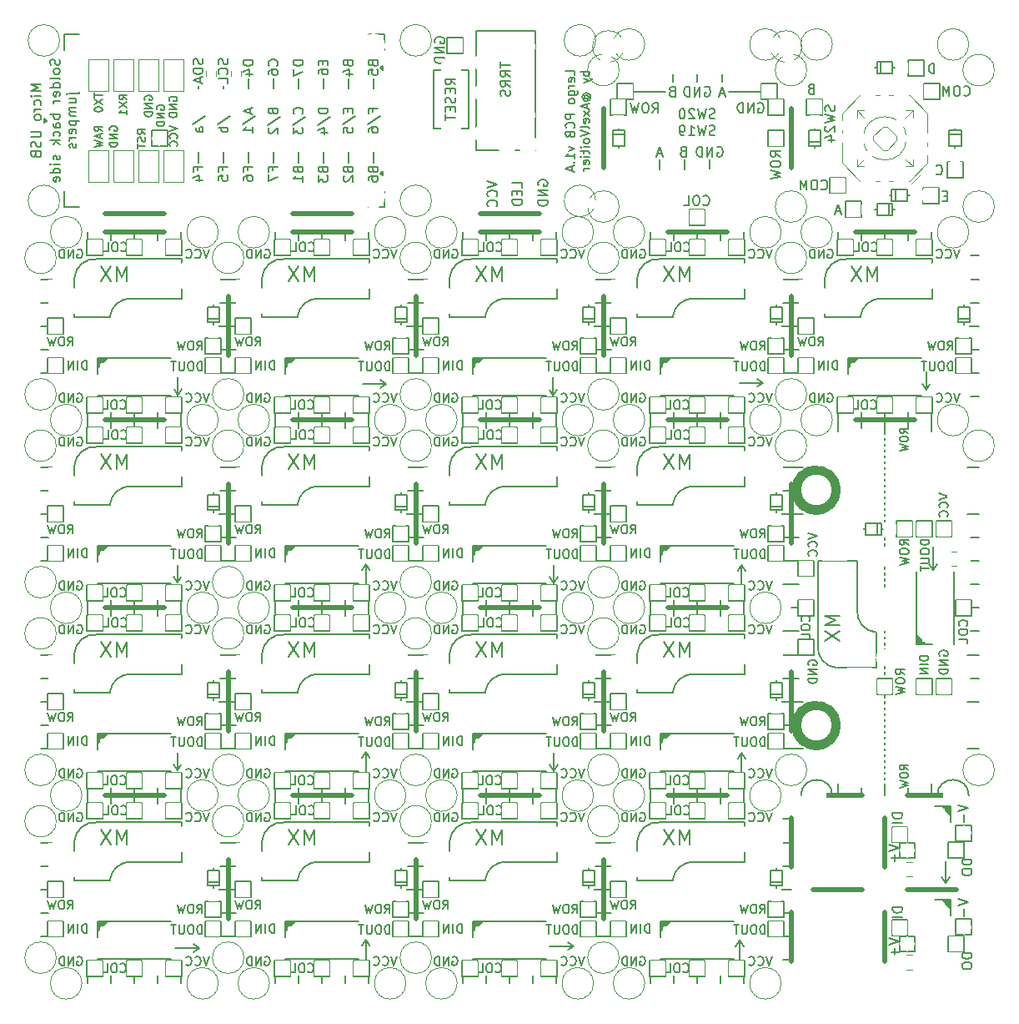
<source format=gbo>
%TF.GenerationSoftware,KiCad,Pcbnew,5.1.12-84ad8e8a86~92~ubuntu20.04.1*%
%TF.CreationDate,2021-11-14T16:01:40+01:00*%
%TF.ProjectId,Lergo,4c657267-6f2e-46b6-9963-61645f706362,v1.A*%
%TF.SameCoordinates,Original*%
%TF.FileFunction,Legend,Bot*%
%TF.FilePolarity,Positive*%
%FSLAX46Y46*%
G04 Gerber Fmt 4.6, Leading zero omitted, Abs format (unit mm)*
G04 Created by KiCad (PCBNEW 5.1.12-84ad8e8a86~92~ubuntu20.04.1) date 2021-11-14 16:01:40*
%MOMM*%
%LPD*%
G01*
G04 APERTURE LIST*
%ADD10C,0.150000*%
%ADD11C,0.100000*%
%ADD12C,0.120000*%
%ADD13C,0.200000*%
%ADD14C,0.500000*%
%ADD15C,2.500000*%
%ADD16C,1.500000*%
%ADD17C,3.100000*%
%ADD18C,1.800000*%
%ADD19C,4.100000*%
%ADD20C,2.100000*%
%ADD21O,2.350000X2.500000*%
%ADD22C,1.950000*%
%ADD23O,2.150000X2.500000*%
%ADD24O,1.950000X2.225000*%
%ADD25O,1.500000X1.500000*%
%ADD26C,0.900000*%
%ADD27C,1.100000*%
%ADD28C,1.700000*%
%ADD29C,1.600000*%
%ADD30O,1.800000X2.100000*%
%ADD31C,1.300000*%
G04 APERTURE END LIST*
D10*
X121340464Y-71794642D02*
X121388083Y-71842261D01*
X121530940Y-71889880D01*
X121626178Y-71889880D01*
X121769035Y-71842261D01*
X121864273Y-71747023D01*
X121911892Y-71651785D01*
X121959511Y-71461309D01*
X121959511Y-71318452D01*
X121911892Y-71127976D01*
X121864273Y-71032738D01*
X121769035Y-70937500D01*
X121626178Y-70889880D01*
X121530940Y-70889880D01*
X121388083Y-70937500D01*
X121340464Y-70985119D01*
X120721416Y-70889880D02*
X120530940Y-70889880D01*
X120435702Y-70937500D01*
X120340464Y-71032738D01*
X120292845Y-71223214D01*
X120292845Y-71556547D01*
X120340464Y-71747023D01*
X120435702Y-71842261D01*
X120530940Y-71889880D01*
X120721416Y-71889880D01*
X120816654Y-71842261D01*
X120911892Y-71747023D01*
X120959511Y-71556547D01*
X120959511Y-71223214D01*
X120911892Y-71032738D01*
X120816654Y-70937500D01*
X120721416Y-70889880D01*
X119864273Y-71889880D02*
X119864273Y-70889880D01*
X119530940Y-71604166D01*
X119197607Y-70889880D01*
X119197607Y-71889880D01*
X123269345Y-74080666D02*
X122793154Y-74080666D01*
X123364583Y-74366380D02*
X123031250Y-73366380D01*
X122697916Y-74366380D01*
X134104035Y-72509071D02*
X133770702Y-72509071D01*
X133627845Y-73032880D02*
X134104035Y-73032880D01*
X134104035Y-72032880D01*
X133627845Y-72032880D01*
X133008726Y-70270642D02*
X133056345Y-70318261D01*
X133199202Y-70365880D01*
X133294440Y-70365880D01*
X133437297Y-70318261D01*
X133532535Y-70223023D01*
X133580154Y-70127785D01*
X133627773Y-69937309D01*
X133627773Y-69794452D01*
X133580154Y-69603976D01*
X133532535Y-69508738D01*
X133437297Y-69413500D01*
X133294440Y-69365880D01*
X133199202Y-69365880D01*
X133056345Y-69413500D01*
X133008726Y-69461119D01*
X120292821Y-61650571D02*
X120149964Y-61698190D01*
X120102345Y-61745809D01*
X120054726Y-61841047D01*
X120054726Y-61983904D01*
X120102345Y-62079142D01*
X120149964Y-62126761D01*
X120245202Y-62174380D01*
X120626154Y-62174380D01*
X120626154Y-61174380D01*
X120292821Y-61174380D01*
X120197583Y-61222000D01*
X120149964Y-61269619D01*
X120102345Y-61364857D01*
X120102345Y-61460095D01*
X120149964Y-61555333D01*
X120197583Y-61602952D01*
X120292821Y-61650571D01*
X120626154Y-61650571D01*
X135818464Y-62269642D02*
X135866083Y-62317261D01*
X136008940Y-62364880D01*
X136104178Y-62364880D01*
X136247035Y-62317261D01*
X136342273Y-62222023D01*
X136389892Y-62126785D01*
X136437511Y-61936309D01*
X136437511Y-61793452D01*
X136389892Y-61602976D01*
X136342273Y-61507738D01*
X136247035Y-61412500D01*
X136104178Y-61364880D01*
X136008940Y-61364880D01*
X135866083Y-61412500D01*
X135818464Y-61460119D01*
X135199416Y-61364880D02*
X135008940Y-61364880D01*
X134913702Y-61412500D01*
X134818464Y-61507738D01*
X134770845Y-61698214D01*
X134770845Y-62031547D01*
X134818464Y-62222023D01*
X134913702Y-62317261D01*
X135008940Y-62364880D01*
X135199416Y-62364880D01*
X135294654Y-62317261D01*
X135389892Y-62222023D01*
X135437511Y-62031547D01*
X135437511Y-61698214D01*
X135389892Y-61507738D01*
X135294654Y-61412500D01*
X135199416Y-61364880D01*
X134342273Y-62364880D02*
X134342273Y-61364880D01*
X134008940Y-62079166D01*
X133675607Y-61364880D01*
X133675607Y-62364880D01*
X132818154Y-60078880D02*
X132818154Y-59078880D01*
X132580059Y-59078880D01*
X132437202Y-59126500D01*
X132341964Y-59221738D01*
X132294345Y-59316976D01*
X132246726Y-59507452D01*
X132246726Y-59650309D01*
X132294345Y-59840785D01*
X132341964Y-59936023D01*
X132437202Y-60031261D01*
X132580059Y-60078880D01*
X132818154Y-60078880D01*
X114932845Y-63127000D02*
X115028083Y-63079380D01*
X115170940Y-63079380D01*
X115313797Y-63127000D01*
X115409035Y-63222238D01*
X115456654Y-63317476D01*
X115504273Y-63507952D01*
X115504273Y-63650809D01*
X115456654Y-63841285D01*
X115409035Y-63936523D01*
X115313797Y-64031761D01*
X115170940Y-64079380D01*
X115075702Y-64079380D01*
X114932845Y-64031761D01*
X114885226Y-63984142D01*
X114885226Y-63650809D01*
X115075702Y-63650809D01*
X114456654Y-64079380D02*
X114456654Y-63079380D01*
X113885226Y-64079380D01*
X113885226Y-63079380D01*
X113409035Y-64079380D02*
X113409035Y-63079380D01*
X113170940Y-63079380D01*
X113028083Y-63127000D01*
X112932845Y-63222238D01*
X112885226Y-63317476D01*
X112837607Y-63507952D01*
X112837607Y-63650809D01*
X112885226Y-63841285D01*
X112932845Y-63936523D01*
X113028083Y-64031761D01*
X113170940Y-64079380D01*
X113409035Y-64079380D01*
X111993750Y-61975000D02*
X115220750Y-61975000D01*
X105493750Y-61975000D02*
X102243750Y-61975000D01*
X60642501Y-62493750D02*
X60642500Y-61319000D01*
X110775654Y-67572000D02*
X110870892Y-67524380D01*
X111013750Y-67524380D01*
X111156607Y-67572000D01*
X111251845Y-67667238D01*
X111299464Y-67762476D01*
X111347083Y-67952952D01*
X111347083Y-68095809D01*
X111299464Y-68286285D01*
X111251845Y-68381523D01*
X111156607Y-68476761D01*
X111013750Y-68524380D01*
X110918511Y-68524380D01*
X110775654Y-68476761D01*
X110728035Y-68429142D01*
X110728035Y-68095809D01*
X110918511Y-68095809D01*
X110299464Y-68524380D02*
X110299464Y-67524380D01*
X109728035Y-68524380D01*
X109728035Y-67524380D01*
X109251845Y-68524380D02*
X109251845Y-67524380D01*
X109013750Y-67524380D01*
X108870892Y-67572000D01*
X108775654Y-67667238D01*
X108728035Y-67762476D01*
X108680416Y-67952952D01*
X108680416Y-68095809D01*
X108728035Y-68286285D01*
X108775654Y-68381523D01*
X108870892Y-68476761D01*
X109013750Y-68524380D01*
X109251845Y-68524380D01*
X110013750Y-69975000D02*
X110013750Y-68834000D01*
X107275321Y-68000571D02*
X107132464Y-68048190D01*
X107084845Y-68095809D01*
X107037226Y-68191047D01*
X107037226Y-68333904D01*
X107084845Y-68429142D01*
X107132464Y-68476761D01*
X107227702Y-68524380D01*
X107608654Y-68524380D01*
X107608654Y-67524380D01*
X107275321Y-67524380D01*
X107180083Y-67572000D01*
X107132464Y-67619619D01*
X107084845Y-67714857D01*
X107084845Y-67810095D01*
X107132464Y-67905333D01*
X107180083Y-67952952D01*
X107275321Y-68000571D01*
X107608654Y-68000571D01*
X107473750Y-69975000D02*
X107473750Y-68834000D01*
X105171845Y-68238666D02*
X104695654Y-68238666D01*
X105267083Y-68524380D02*
X104933750Y-67524380D01*
X104600416Y-68524380D01*
X104933750Y-69975000D02*
X104933750Y-68834000D01*
X49098250Y-65874976D02*
X49060154Y-65798785D01*
X49060154Y-65684500D01*
X49098250Y-65570214D01*
X49174440Y-65494023D01*
X49250630Y-65455928D01*
X49403011Y-65417833D01*
X49517297Y-65417833D01*
X49669678Y-65455928D01*
X49745869Y-65494023D01*
X49822059Y-65570214D01*
X49860154Y-65684500D01*
X49860154Y-65760690D01*
X49822059Y-65874976D01*
X49783964Y-65913071D01*
X49517297Y-65913071D01*
X49517297Y-65760690D01*
X49860154Y-66255928D02*
X49060154Y-66255928D01*
X49860154Y-66713071D01*
X49060154Y-66713071D01*
X49860154Y-67094023D02*
X49060154Y-67094023D01*
X49060154Y-67284500D01*
X49098250Y-67398785D01*
X49174440Y-67474976D01*
X49250630Y-67513071D01*
X49403011Y-67551166D01*
X49517297Y-67551166D01*
X49669678Y-67513071D01*
X49745869Y-67474976D01*
X49822059Y-67398785D01*
X49860154Y-67284500D01*
X49860154Y-67094023D01*
X128198630Y-138303119D02*
X129198630Y-138636452D01*
X128198630Y-138969785D01*
X128817678Y-139303119D02*
X128817678Y-140065023D01*
X129198630Y-139684071D02*
X128436726Y-139684071D01*
X132715250Y-108094000D02*
X132715250Y-110494000D01*
X132715250Y-110494000D02*
X132315250Y-109894000D01*
X132715250Y-110494000D02*
X133115250Y-109894000D01*
X75811071Y-64017857D02*
X75811071Y-63684523D01*
X76334880Y-63684523D02*
X75334880Y-63684523D01*
X75334880Y-64160714D01*
X75287261Y-65255952D02*
X76572976Y-64398809D01*
X75334880Y-66017857D02*
X75334880Y-65827380D01*
X75382500Y-65732142D01*
X75430119Y-65684523D01*
X75572976Y-65589285D01*
X75763452Y-65541666D01*
X76144404Y-65541666D01*
X76239642Y-65589285D01*
X76287261Y-65636904D01*
X76334880Y-65732142D01*
X76334880Y-65922619D01*
X76287261Y-66017857D01*
X76239642Y-66065476D01*
X76144404Y-66113095D01*
X75906309Y-66113095D01*
X75811071Y-66065476D01*
X75763452Y-66017857D01*
X75715833Y-65922619D01*
X75715833Y-65732142D01*
X75763452Y-65636904D01*
X75811071Y-65589285D01*
X75906309Y-65541666D01*
X73271071Y-63660714D02*
X73271071Y-63994047D01*
X73794880Y-64136904D02*
X73794880Y-63660714D01*
X72794880Y-63660714D01*
X72794880Y-64136904D01*
X72747261Y-65279761D02*
X74032976Y-64422619D01*
X72794880Y-66089285D02*
X72794880Y-65613095D01*
X73271071Y-65565476D01*
X73223452Y-65613095D01*
X73175833Y-65708333D01*
X73175833Y-65946428D01*
X73223452Y-66041666D01*
X73271071Y-66089285D01*
X73366309Y-66136904D01*
X73604404Y-66136904D01*
X73699642Y-66089285D01*
X73747261Y-66041666D01*
X73794880Y-65946428D01*
X73794880Y-65708333D01*
X73747261Y-65613095D01*
X73699642Y-65565476D01*
X71254880Y-63613095D02*
X70254880Y-63613095D01*
X70254880Y-63851190D01*
X70302500Y-63994047D01*
X70397738Y-64089285D01*
X70492976Y-64136904D01*
X70683452Y-64184523D01*
X70826309Y-64184523D01*
X71016785Y-64136904D01*
X71112023Y-64089285D01*
X71207261Y-63994047D01*
X71254880Y-63851190D01*
X71254880Y-63613095D01*
X70207261Y-65327380D02*
X71492976Y-64470238D01*
X70588214Y-66089285D02*
X71254880Y-66089285D01*
X70207261Y-65851190D02*
X70921547Y-65613095D01*
X70921547Y-66232142D01*
X68619642Y-64184523D02*
X68667261Y-64136904D01*
X68714880Y-63994047D01*
X68714880Y-63898809D01*
X68667261Y-63755952D01*
X68572023Y-63660714D01*
X68476785Y-63613095D01*
X68286309Y-63565476D01*
X68143452Y-63565476D01*
X67952976Y-63613095D01*
X67857738Y-63660714D01*
X67762500Y-63755952D01*
X67714880Y-63898809D01*
X67714880Y-63994047D01*
X67762500Y-64136904D01*
X67810119Y-64184523D01*
X67667261Y-65327380D02*
X68952976Y-64470238D01*
X67714880Y-65565476D02*
X67714880Y-66184523D01*
X68095833Y-65851190D01*
X68095833Y-65994047D01*
X68143452Y-66089285D01*
X68191071Y-66136904D01*
X68286309Y-66184523D01*
X68524404Y-66184523D01*
X68619642Y-66136904D01*
X68667261Y-66089285D01*
X68714880Y-65994047D01*
X68714880Y-65708333D01*
X68667261Y-65613095D01*
X68619642Y-65565476D01*
X65651071Y-63946428D02*
X65698690Y-64089285D01*
X65746309Y-64136904D01*
X65841547Y-64184523D01*
X65984404Y-64184523D01*
X66079642Y-64136904D01*
X66127261Y-64089285D01*
X66174880Y-63994047D01*
X66174880Y-63613095D01*
X65174880Y-63613095D01*
X65174880Y-63946428D01*
X65222500Y-64041666D01*
X65270119Y-64089285D01*
X65365357Y-64136904D01*
X65460595Y-64136904D01*
X65555833Y-64089285D01*
X65603452Y-64041666D01*
X65651071Y-63946428D01*
X65651071Y-63613095D01*
X65127261Y-65327380D02*
X66412976Y-64470238D01*
X65270119Y-65613095D02*
X65222500Y-65660714D01*
X65174880Y-65755952D01*
X65174880Y-65994047D01*
X65222500Y-66089285D01*
X65270119Y-66136904D01*
X65365357Y-66184523D01*
X65460595Y-66184523D01*
X65603452Y-66136904D01*
X66174880Y-65565476D01*
X66174880Y-66184523D01*
X63349166Y-63636904D02*
X63349166Y-64113095D01*
X63634880Y-63541666D02*
X62634880Y-63875000D01*
X63634880Y-64208333D01*
X62587261Y-65255952D02*
X63872976Y-64398809D01*
X63634880Y-66113095D02*
X63634880Y-65541666D01*
X63634880Y-65827380D02*
X62634880Y-65827380D01*
X62777738Y-65732142D01*
X62872976Y-65636904D01*
X62920595Y-65541666D01*
X60047261Y-65232142D02*
X61332976Y-64375000D01*
X61094880Y-65565476D02*
X60094880Y-65565476D01*
X60475833Y-65565476D02*
X60428214Y-65660714D01*
X60428214Y-65851190D01*
X60475833Y-65946428D01*
X60523452Y-65994047D01*
X60618690Y-66041666D01*
X60904404Y-66041666D01*
X60999642Y-65994047D01*
X61047261Y-65946428D01*
X61094880Y-65851190D01*
X61094880Y-65660714D01*
X61047261Y-65565476D01*
X57507261Y-65232142D02*
X58792976Y-64375000D01*
X58554880Y-65994047D02*
X58031071Y-65994047D01*
X57935833Y-65946428D01*
X57888214Y-65851190D01*
X57888214Y-65660714D01*
X57935833Y-65565476D01*
X58507261Y-65994047D02*
X58554880Y-65898809D01*
X58554880Y-65660714D01*
X58507261Y-65565476D01*
X58412023Y-65517857D01*
X58316785Y-65517857D01*
X58221547Y-65565476D01*
X58173928Y-65660714D01*
X58173928Y-65898809D01*
X58126309Y-65994047D01*
X82145250Y-56959595D02*
X82097630Y-56864357D01*
X82097630Y-56721500D01*
X82145250Y-56578642D01*
X82240488Y-56483404D01*
X82335726Y-56435785D01*
X82526202Y-56388166D01*
X82669059Y-56388166D01*
X82859535Y-56435785D01*
X82954773Y-56483404D01*
X83050011Y-56578642D01*
X83097630Y-56721500D01*
X83097630Y-56816738D01*
X83050011Y-56959595D01*
X83002392Y-57007214D01*
X82669059Y-57007214D01*
X82669059Y-56816738D01*
X83097630Y-57435785D02*
X82097630Y-57435785D01*
X83097630Y-58007214D01*
X82097630Y-58007214D01*
X83097630Y-58483404D02*
X82097630Y-58483404D01*
X82097630Y-58721500D01*
X82145250Y-58864357D01*
X82240488Y-58959595D01*
X82335726Y-59007214D01*
X82526202Y-59054833D01*
X82669059Y-59054833D01*
X82859535Y-59007214D01*
X82954773Y-58959595D01*
X83050011Y-58864357D01*
X83097630Y-58721500D01*
X83097630Y-58483404D01*
X133977250Y-140017500D02*
X133977250Y-142248000D01*
X133977250Y-142248000D02*
X133577250Y-141648000D01*
X133977250Y-142248000D02*
X134377250Y-141648000D01*
X129579630Y-135136000D02*
X128579630Y-135136000D01*
X128579630Y-135374095D01*
X128627250Y-135516952D01*
X128722488Y-135612190D01*
X128817726Y-135659809D01*
X129008202Y-135707428D01*
X129151059Y-135707428D01*
X129341535Y-135659809D01*
X129436773Y-135612190D01*
X129532011Y-135516952D01*
X129579630Y-135374095D01*
X129579630Y-135136000D01*
X129579630Y-136136000D02*
X128579630Y-136136000D01*
X129579630Y-144661000D02*
X128579630Y-144661000D01*
X128579630Y-144899095D01*
X128627250Y-145041952D01*
X128722488Y-145137190D01*
X128817726Y-145184809D01*
X129008202Y-145232428D01*
X129151059Y-145232428D01*
X129341535Y-145184809D01*
X129436773Y-145137190D01*
X129532011Y-145041952D01*
X129579630Y-144899095D01*
X129579630Y-144661000D01*
X129579630Y-145661000D02*
X128579630Y-145661000D01*
X128198630Y-147828119D02*
X129198630Y-148161452D01*
X128198630Y-148494785D01*
X128817678Y-148828119D02*
X128817678Y-149590023D01*
X129198630Y-149209071D02*
X128436726Y-149209071D01*
X136628130Y-149328285D02*
X135628130Y-149328285D01*
X135628130Y-149566380D01*
X135675750Y-149709238D01*
X135770988Y-149804476D01*
X135866226Y-149852095D01*
X136056702Y-149899714D01*
X136199559Y-149899714D01*
X136390035Y-149852095D01*
X136485273Y-149804476D01*
X136580511Y-149709238D01*
X136628130Y-149566380D01*
X136628130Y-149328285D01*
X135628130Y-150518761D02*
X135628130Y-150709238D01*
X135675750Y-150804476D01*
X135770988Y-150899714D01*
X135961464Y-150947333D01*
X136294797Y-150947333D01*
X136485273Y-150899714D01*
X136580511Y-150804476D01*
X136628130Y-150709238D01*
X136628130Y-150518761D01*
X136580511Y-150423523D01*
X136485273Y-150328285D01*
X136294797Y-150280666D01*
X135961464Y-150280666D01*
X135770988Y-150328285D01*
X135675750Y-150423523D01*
X135628130Y-150518761D01*
X136628130Y-139803285D02*
X135628130Y-139803285D01*
X135628130Y-140041380D01*
X135675750Y-140184238D01*
X135770988Y-140279476D01*
X135866226Y-140327095D01*
X136056702Y-140374714D01*
X136199559Y-140374714D01*
X136390035Y-140327095D01*
X136485273Y-140279476D01*
X136580511Y-140184238D01*
X136628130Y-140041380D01*
X136628130Y-139803285D01*
X135628130Y-140993761D02*
X135628130Y-141184238D01*
X135675750Y-141279476D01*
X135770988Y-141374714D01*
X135961464Y-141422333D01*
X136294797Y-141422333D01*
X136485273Y-141374714D01*
X136580511Y-141279476D01*
X136628130Y-141184238D01*
X136628130Y-140993761D01*
X136580511Y-140898523D01*
X136485273Y-140803285D01*
X136294797Y-140755666D01*
X135961464Y-140755666D01*
X135770988Y-140803285D01*
X135675750Y-140898523D01*
X135628130Y-140993761D01*
X135247130Y-134302619D02*
X136247130Y-134635952D01*
X135247130Y-134969285D01*
X135866178Y-135302619D02*
X135866178Y-136064523D01*
X135247130Y-143827619D02*
X136247130Y-144160952D01*
X135247130Y-144494285D01*
X135866178Y-144827619D02*
X135866178Y-145589523D01*
X131999750Y-90297000D02*
X131999750Y-92159000D01*
X131999750Y-92159000D02*
X132399750Y-91559000D01*
X131999750Y-92159000D02*
X131599750Y-91559000D01*
X115415250Y-91471500D02*
X114815250Y-91071500D01*
X115415250Y-91471500D02*
X114815250Y-91871500D01*
X113015250Y-91471500D02*
X115415250Y-91471500D01*
X113252250Y-109986500D02*
X113652250Y-110586500D01*
X113252250Y-111823500D02*
X113252250Y-109986500D01*
X113252250Y-109986500D02*
X112852250Y-110586500D01*
X113252250Y-129036500D02*
X113652250Y-129636500D01*
X113252250Y-130873500D02*
X113252250Y-129036500D01*
X113252250Y-129036500D02*
X112852250Y-129636500D01*
X113061750Y-148086500D02*
X112661750Y-148686500D01*
X113061750Y-149923500D02*
X113061750Y-148086500D01*
X113061750Y-148086500D02*
X113461750Y-148686500D01*
X96174750Y-148621500D02*
X95574750Y-149021500D01*
X96174750Y-148621500D02*
X95574750Y-148221500D01*
X93774750Y-148621500D02*
X96174750Y-148621500D01*
X94186750Y-128968500D02*
X94186750Y-130830500D01*
X94186750Y-130830500D02*
X94586750Y-130230500D01*
X94186750Y-130830500D02*
X93786750Y-130230500D01*
X94186750Y-109918500D02*
X94186750Y-111780500D01*
X94186750Y-111780500D02*
X94586750Y-111180500D01*
X94186750Y-111780500D02*
X93786750Y-111180500D01*
X94127250Y-92790000D02*
X93727250Y-92190000D01*
X94127250Y-92790000D02*
X94527250Y-92190000D01*
X94127250Y-90868500D02*
X94127250Y-92790000D01*
X75086750Y-149923500D02*
X75086750Y-147952000D01*
X75086750Y-147952000D02*
X75486750Y-148552000D01*
X75086750Y-147952000D02*
X74686750Y-148552000D01*
X55765250Y-148812000D02*
X58165250Y-148812000D01*
X58165250Y-148812000D02*
X57565250Y-149212000D01*
X58165250Y-148812000D02*
X57565250Y-148412000D01*
X75086750Y-128902000D02*
X74686750Y-129502000D01*
X75086750Y-128902000D02*
X75486750Y-129502000D01*
X75086750Y-130873500D02*
X75086750Y-128902000D01*
X75086750Y-109902000D02*
X75486750Y-110502000D01*
X75086750Y-109902000D02*
X74686750Y-110502000D01*
X75086750Y-111823500D02*
X75086750Y-109902000D01*
X74759250Y-91596500D02*
X77159250Y-91596500D01*
X77159250Y-91596500D02*
X76559250Y-91196500D01*
X77159250Y-91596500D02*
X76559250Y-91996500D01*
X56027250Y-90868500D02*
X56027250Y-92730500D01*
X56027250Y-92730500D02*
X56427250Y-92130500D01*
X56027250Y-92730500D02*
X55627250Y-92130500D01*
X55956750Y-111765500D02*
X55556750Y-111165500D01*
X55956750Y-109918500D02*
X55956750Y-111765500D01*
X55956750Y-111765500D02*
X56356750Y-111165500D01*
X55956750Y-130825000D02*
X56356750Y-130225000D01*
X55956750Y-130825000D02*
X55556750Y-130225000D01*
X55956750Y-128968500D02*
X55956750Y-130825000D01*
X58102501Y-67256250D02*
X58102501Y-69161250D01*
X60642501Y-67256250D02*
X60642501Y-69161250D01*
X63182501Y-67256250D02*
X63182501Y-69161250D01*
X65722501Y-67256250D02*
X65722501Y-69161250D01*
X68262501Y-67256250D02*
X68262501Y-69161250D01*
X70802501Y-67256250D02*
X70802501Y-69161250D01*
X73342501Y-67256250D02*
X73342501Y-69161250D01*
X75882501Y-67256250D02*
X75882501Y-69161250D01*
X58102501Y-62493750D02*
X58102500Y-61319000D01*
X63182501Y-62493750D02*
X63182501Y-60588750D01*
X65722501Y-62493750D02*
X65722501Y-60588750D01*
X68262501Y-62493750D02*
X68262501Y-60588750D01*
X70802501Y-62493750D02*
X70802501Y-60588750D01*
X73342501Y-62493750D02*
X73342501Y-60588750D01*
X75882501Y-62493750D02*
X75882501Y-60588750D01*
X106243750Y-60087036D02*
X106243750Y-60960000D01*
X108744024Y-60087036D02*
X108743750Y-60960000D01*
X111243750Y-60087036D02*
X111243750Y-60960000D01*
X53892500Y-63757476D02*
X53854404Y-63681285D01*
X53854404Y-63567000D01*
X53892500Y-63452714D01*
X53968690Y-63376523D01*
X54044880Y-63338428D01*
X54197261Y-63300333D01*
X54311547Y-63300333D01*
X54463928Y-63338428D01*
X54540119Y-63376523D01*
X54616309Y-63452714D01*
X54654404Y-63567000D01*
X54654404Y-63643190D01*
X54616309Y-63757476D01*
X54578214Y-63795571D01*
X54311547Y-63795571D01*
X54311547Y-63643190D01*
X54654404Y-64138428D02*
X53854404Y-64138428D01*
X54654404Y-64595571D01*
X53854404Y-64595571D01*
X54654404Y-64976523D02*
X53854404Y-64976523D01*
X53854404Y-65167000D01*
X53892500Y-65281285D01*
X53968690Y-65357476D01*
X54044880Y-65395571D01*
X54197261Y-65433666D01*
X54311547Y-65433666D01*
X54463928Y-65395571D01*
X54540119Y-65357476D01*
X54616309Y-65281285D01*
X54654404Y-65167000D01*
X54654404Y-64976523D01*
X130140029Y-130737053D02*
X129759077Y-130470386D01*
X130140029Y-130279910D02*
X129340029Y-130279910D01*
X129340029Y-130584672D01*
X129378125Y-130660863D01*
X129416220Y-130698958D01*
X129492410Y-130737053D01*
X129606696Y-130737053D01*
X129682886Y-130698958D01*
X129720982Y-130660863D01*
X129759077Y-130584672D01*
X129759077Y-130279910D01*
X129340029Y-131232291D02*
X129340029Y-131384672D01*
X129378125Y-131460863D01*
X129454315Y-131537053D01*
X129606696Y-131575148D01*
X129873363Y-131575148D01*
X130025744Y-131537053D01*
X130101934Y-131460863D01*
X130140029Y-131384672D01*
X130140029Y-131232291D01*
X130101934Y-131156101D01*
X130025744Y-131079910D01*
X129873363Y-131041815D01*
X129606696Y-131041815D01*
X129454315Y-131079910D01*
X129378125Y-131156101D01*
X129340029Y-131232291D01*
X129340029Y-131841815D02*
X130140029Y-132032291D01*
X129568601Y-132184672D01*
X130140029Y-132337053D01*
X129340029Y-132527529D01*
X130140029Y-96605803D02*
X129759077Y-96339136D01*
X130140029Y-96148660D02*
X129340029Y-96148660D01*
X129340029Y-96453422D01*
X129378125Y-96529613D01*
X129416220Y-96567708D01*
X129492410Y-96605803D01*
X129606696Y-96605803D01*
X129682886Y-96567708D01*
X129720982Y-96529613D01*
X129759077Y-96453422D01*
X129759077Y-96148660D01*
X129340029Y-97101041D02*
X129340029Y-97253422D01*
X129378125Y-97329613D01*
X129454315Y-97405803D01*
X129606696Y-97443898D01*
X129873363Y-97443898D01*
X130025744Y-97405803D01*
X130101934Y-97329613D01*
X130140029Y-97253422D01*
X130140029Y-97101041D01*
X130101934Y-97024851D01*
X130025744Y-96948660D01*
X129873363Y-96910565D01*
X129606696Y-96910565D01*
X129454315Y-96948660D01*
X129378125Y-97024851D01*
X129340029Y-97101041D01*
X129340029Y-97710565D02*
X130140029Y-97901041D01*
X129568601Y-98053422D01*
X130140029Y-98205803D01*
X129340029Y-98396279D01*
X109505928Y-61475000D02*
X109601166Y-61427380D01*
X109744024Y-61427380D01*
X109886881Y-61475000D01*
X109982119Y-61570238D01*
X110029738Y-61665476D01*
X110077357Y-61855952D01*
X110077357Y-61998809D01*
X110029738Y-62189285D01*
X109982119Y-62284523D01*
X109886881Y-62379761D01*
X109744024Y-62427380D01*
X109648785Y-62427380D01*
X109505928Y-62379761D01*
X109458309Y-62332142D01*
X109458309Y-61998809D01*
X109648785Y-61998809D01*
X109029738Y-62427380D02*
X109029738Y-61427380D01*
X108458309Y-62427380D01*
X108458309Y-61427380D01*
X107982119Y-62427380D02*
X107982119Y-61427380D01*
X107744024Y-61427380D01*
X107601166Y-61475000D01*
X107505928Y-61570238D01*
X107458309Y-61665476D01*
X107410690Y-61855952D01*
X107410690Y-61998809D01*
X107458309Y-62189285D01*
X107505928Y-62284523D01*
X107601166Y-62379761D01*
X107744024Y-62427380D01*
X107982119Y-62427380D01*
X111481845Y-62141666D02*
X111005654Y-62141666D01*
X111577083Y-62427380D02*
X111243750Y-61427380D01*
X110910416Y-62427380D01*
X106172321Y-61903571D02*
X106029464Y-61951190D01*
X105981845Y-61998809D01*
X105934226Y-62094047D01*
X105934226Y-62236904D01*
X105981845Y-62332142D01*
X106029464Y-62379761D01*
X106124702Y-62427380D01*
X106505654Y-62427380D01*
X106505654Y-61427380D01*
X106172321Y-61427380D01*
X106077083Y-61475000D01*
X106029464Y-61522619D01*
X105981845Y-61617857D01*
X105981845Y-61713095D01*
X106029464Y-61808333D01*
X106077083Y-61855952D01*
X106172321Y-61903571D01*
X106505654Y-61903571D01*
G36*
X76795506Y-70431432D02*
G01*
X76597068Y-70232994D01*
X76795506Y-70034556D01*
X76795506Y-70431432D01*
G37*
X76795506Y-70431432D02*
X76597068Y-70232994D01*
X76795506Y-70034556D01*
X76795506Y-70431432D01*
G36*
X76795506Y-59715780D02*
G01*
X76597068Y-59517342D01*
X76795506Y-59318904D01*
X76795506Y-59715780D01*
G37*
X76795506Y-59715780D02*
X76597068Y-59517342D01*
X76795506Y-59318904D01*
X76795506Y-59715780D01*
X43990261Y-58660714D02*
X44037880Y-58803571D01*
X44037880Y-59041666D01*
X43990261Y-59136904D01*
X43942642Y-59184523D01*
X43847404Y-59232142D01*
X43752166Y-59232142D01*
X43656928Y-59184523D01*
X43609309Y-59136904D01*
X43561690Y-59041666D01*
X43514071Y-58851190D01*
X43466452Y-58755952D01*
X43418833Y-58708333D01*
X43323595Y-58660714D01*
X43228357Y-58660714D01*
X43133119Y-58708333D01*
X43085500Y-58755952D01*
X43037880Y-58851190D01*
X43037880Y-59089285D01*
X43085500Y-59232142D01*
X44037880Y-59803571D02*
X43990261Y-59708333D01*
X43942642Y-59660714D01*
X43847404Y-59613095D01*
X43561690Y-59613095D01*
X43466452Y-59660714D01*
X43418833Y-59708333D01*
X43371214Y-59803571D01*
X43371214Y-59946428D01*
X43418833Y-60041666D01*
X43466452Y-60089285D01*
X43561690Y-60136904D01*
X43847404Y-60136904D01*
X43942642Y-60089285D01*
X43990261Y-60041666D01*
X44037880Y-59946428D01*
X44037880Y-59803571D01*
X44037880Y-60708333D02*
X43990261Y-60613095D01*
X43895023Y-60565476D01*
X43037880Y-60565476D01*
X44037880Y-61517857D02*
X43037880Y-61517857D01*
X43990261Y-61517857D02*
X44037880Y-61422619D01*
X44037880Y-61232142D01*
X43990261Y-61136904D01*
X43942642Y-61089285D01*
X43847404Y-61041666D01*
X43561690Y-61041666D01*
X43466452Y-61089285D01*
X43418833Y-61136904D01*
X43371214Y-61232142D01*
X43371214Y-61422619D01*
X43418833Y-61517857D01*
X43990261Y-62375000D02*
X44037880Y-62279761D01*
X44037880Y-62089285D01*
X43990261Y-61994047D01*
X43895023Y-61946428D01*
X43514071Y-61946428D01*
X43418833Y-61994047D01*
X43371214Y-62089285D01*
X43371214Y-62279761D01*
X43418833Y-62375000D01*
X43514071Y-62422619D01*
X43609309Y-62422619D01*
X43704547Y-61946428D01*
X44037880Y-62851190D02*
X43371214Y-62851190D01*
X43561690Y-62851190D02*
X43466452Y-62898809D01*
X43418833Y-62946428D01*
X43371214Y-63041666D01*
X43371214Y-63136904D01*
X44037880Y-64232142D02*
X43037880Y-64232142D01*
X43418833Y-64232142D02*
X43371214Y-64327380D01*
X43371214Y-64517857D01*
X43418833Y-64613095D01*
X43466452Y-64660714D01*
X43561690Y-64708333D01*
X43847404Y-64708333D01*
X43942642Y-64660714D01*
X43990261Y-64613095D01*
X44037880Y-64517857D01*
X44037880Y-64327380D01*
X43990261Y-64232142D01*
X44037880Y-65565476D02*
X43514071Y-65565476D01*
X43418833Y-65517857D01*
X43371214Y-65422619D01*
X43371214Y-65232142D01*
X43418833Y-65136904D01*
X43990261Y-65565476D02*
X44037880Y-65470238D01*
X44037880Y-65232142D01*
X43990261Y-65136904D01*
X43895023Y-65089285D01*
X43799785Y-65089285D01*
X43704547Y-65136904D01*
X43656928Y-65232142D01*
X43656928Y-65470238D01*
X43609309Y-65565476D01*
X43990261Y-66470238D02*
X44037880Y-66375000D01*
X44037880Y-66184523D01*
X43990261Y-66089285D01*
X43942642Y-66041666D01*
X43847404Y-65994047D01*
X43561690Y-65994047D01*
X43466452Y-66041666D01*
X43418833Y-66089285D01*
X43371214Y-66184523D01*
X43371214Y-66375000D01*
X43418833Y-66470238D01*
X44037880Y-66898809D02*
X43037880Y-66898809D01*
X43656928Y-66994047D02*
X44037880Y-67279761D01*
X43371214Y-67279761D02*
X43752166Y-66898809D01*
X43990261Y-68422619D02*
X44037880Y-68517857D01*
X44037880Y-68708333D01*
X43990261Y-68803571D01*
X43895023Y-68851190D01*
X43847404Y-68851190D01*
X43752166Y-68803571D01*
X43704547Y-68708333D01*
X43704547Y-68565476D01*
X43656928Y-68470238D01*
X43561690Y-68422619D01*
X43514071Y-68422619D01*
X43418833Y-68470238D01*
X43371214Y-68565476D01*
X43371214Y-68708333D01*
X43418833Y-68803571D01*
X44037880Y-69279761D02*
X43371214Y-69279761D01*
X43037880Y-69279761D02*
X43085500Y-69232142D01*
X43133119Y-69279761D01*
X43085500Y-69327380D01*
X43037880Y-69279761D01*
X43133119Y-69279761D01*
X44037880Y-70184523D02*
X43037880Y-70184523D01*
X43990261Y-70184523D02*
X44037880Y-70089285D01*
X44037880Y-69898809D01*
X43990261Y-69803571D01*
X43942642Y-69755952D01*
X43847404Y-69708333D01*
X43561690Y-69708333D01*
X43466452Y-69755952D01*
X43418833Y-69803571D01*
X43371214Y-69898809D01*
X43371214Y-70089285D01*
X43418833Y-70184523D01*
X43990261Y-71041666D02*
X44037880Y-70946428D01*
X44037880Y-70755952D01*
X43990261Y-70660714D01*
X43895023Y-70613095D01*
X43514071Y-70613095D01*
X43418833Y-70660714D01*
X43371214Y-70755952D01*
X43371214Y-70946428D01*
X43418833Y-71041666D01*
X43514071Y-71089285D01*
X43609309Y-71089285D01*
X43704547Y-70613095D01*
X45021214Y-62160714D02*
X45878357Y-62160714D01*
X45973595Y-62113095D01*
X46021214Y-62017857D01*
X46021214Y-61970238D01*
X44687880Y-62160714D02*
X44735500Y-62113095D01*
X44783119Y-62160714D01*
X44735500Y-62208333D01*
X44687880Y-62160714D01*
X44783119Y-62160714D01*
X45021214Y-63065476D02*
X45687880Y-63065476D01*
X45021214Y-62636904D02*
X45545023Y-62636904D01*
X45640261Y-62684523D01*
X45687880Y-62779761D01*
X45687880Y-62922619D01*
X45640261Y-63017857D01*
X45592642Y-63065476D01*
X45687880Y-63541666D02*
X45021214Y-63541666D01*
X45116452Y-63541666D02*
X45068833Y-63589285D01*
X45021214Y-63684523D01*
X45021214Y-63827380D01*
X45068833Y-63922619D01*
X45164071Y-63970238D01*
X45687880Y-63970238D01*
X45164071Y-63970238D02*
X45068833Y-64017857D01*
X45021214Y-64113095D01*
X45021214Y-64255952D01*
X45068833Y-64351190D01*
X45164071Y-64398809D01*
X45687880Y-64398809D01*
X45021214Y-64875000D02*
X46021214Y-64875000D01*
X45068833Y-64875000D02*
X45021214Y-64970238D01*
X45021214Y-65160714D01*
X45068833Y-65255952D01*
X45116452Y-65303571D01*
X45211690Y-65351190D01*
X45497404Y-65351190D01*
X45592642Y-65303571D01*
X45640261Y-65255952D01*
X45687880Y-65160714D01*
X45687880Y-64970238D01*
X45640261Y-64875000D01*
X45640261Y-66160714D02*
X45687880Y-66065476D01*
X45687880Y-65875000D01*
X45640261Y-65779761D01*
X45545023Y-65732142D01*
X45164071Y-65732142D01*
X45068833Y-65779761D01*
X45021214Y-65875000D01*
X45021214Y-66065476D01*
X45068833Y-66160714D01*
X45164071Y-66208333D01*
X45259309Y-66208333D01*
X45354547Y-65732142D01*
X45687880Y-66636904D02*
X45021214Y-66636904D01*
X45211690Y-66636904D02*
X45116452Y-66684523D01*
X45068833Y-66732142D01*
X45021214Y-66827380D01*
X45021214Y-66922619D01*
X45640261Y-67208333D02*
X45687880Y-67303571D01*
X45687880Y-67494047D01*
X45640261Y-67589285D01*
X45545023Y-67636904D01*
X45497404Y-67636904D01*
X45402166Y-67589285D01*
X45354547Y-67494047D01*
X45354547Y-67351190D01*
X45306928Y-67255952D01*
X45211690Y-67208333D01*
X45164071Y-67208333D01*
X45068833Y-67255952D01*
X45021214Y-67351190D01*
X45021214Y-67494047D01*
X45068833Y-67589285D01*
X96296448Y-60268025D02*
X96296448Y-59839453D01*
X95396448Y-59839453D01*
X96253591Y-60910882D02*
X96296448Y-60825168D01*
X96296448Y-60653739D01*
X96253591Y-60568025D01*
X96167877Y-60525168D01*
X95825020Y-60525168D01*
X95739306Y-60568025D01*
X95696448Y-60653739D01*
X95696448Y-60825168D01*
X95739306Y-60910882D01*
X95825020Y-60953739D01*
X95910734Y-60953739D01*
X95996448Y-60525168D01*
X96296448Y-61339453D02*
X95696448Y-61339453D01*
X95867877Y-61339453D02*
X95782163Y-61382310D01*
X95739306Y-61425168D01*
X95696448Y-61510882D01*
X95696448Y-61596596D01*
X95696448Y-62282310D02*
X96425020Y-62282310D01*
X96510734Y-62239453D01*
X96553591Y-62196596D01*
X96596448Y-62110882D01*
X96596448Y-61982310D01*
X96553591Y-61896596D01*
X96253591Y-62282310D02*
X96296448Y-62196596D01*
X96296448Y-62025168D01*
X96253591Y-61939453D01*
X96210734Y-61896596D01*
X96125020Y-61853739D01*
X95867877Y-61853739D01*
X95782163Y-61896596D01*
X95739306Y-61939453D01*
X95696448Y-62025168D01*
X95696448Y-62196596D01*
X95739306Y-62282310D01*
X96296448Y-62839453D02*
X96253591Y-62753739D01*
X96210734Y-62710882D01*
X96125020Y-62668025D01*
X95867877Y-62668025D01*
X95782163Y-62710882D01*
X95739306Y-62753739D01*
X95696448Y-62839453D01*
X95696448Y-62968025D01*
X95739306Y-63053739D01*
X95782163Y-63096596D01*
X95867877Y-63139453D01*
X96125020Y-63139453D01*
X96210734Y-63096596D01*
X96253591Y-63053739D01*
X96296448Y-62968025D01*
X96296448Y-62839453D01*
X96296448Y-64210882D02*
X95396448Y-64210882D01*
X95396448Y-64553739D01*
X95439306Y-64639453D01*
X95482163Y-64682310D01*
X95567877Y-64725168D01*
X95696448Y-64725168D01*
X95782163Y-64682310D01*
X95825020Y-64639453D01*
X95867877Y-64553739D01*
X95867877Y-64210882D01*
X96210734Y-65625168D02*
X96253591Y-65582310D01*
X96296448Y-65453739D01*
X96296448Y-65368025D01*
X96253591Y-65239453D01*
X96167877Y-65153739D01*
X96082163Y-65110882D01*
X95910734Y-65068025D01*
X95782163Y-65068025D01*
X95610734Y-65110882D01*
X95525020Y-65153739D01*
X95439306Y-65239453D01*
X95396448Y-65368025D01*
X95396448Y-65453739D01*
X95439306Y-65582310D01*
X95482163Y-65625168D01*
X95825020Y-66310882D02*
X95867877Y-66439453D01*
X95910734Y-66482310D01*
X95996448Y-66525168D01*
X96125020Y-66525168D01*
X96210734Y-66482310D01*
X96253591Y-66439453D01*
X96296448Y-66353739D01*
X96296448Y-66010882D01*
X95396448Y-66010882D01*
X95396448Y-66310882D01*
X95439306Y-66396596D01*
X95482163Y-66439453D01*
X95567877Y-66482310D01*
X95653591Y-66482310D01*
X95739306Y-66439453D01*
X95782163Y-66396596D01*
X95825020Y-66310882D01*
X95825020Y-66010882D01*
X95696448Y-67510882D02*
X96296448Y-67725168D01*
X95696448Y-67939453D01*
X96296448Y-68753739D02*
X96296448Y-68239453D01*
X96296448Y-68496596D02*
X95396448Y-68496596D01*
X95525020Y-68410882D01*
X95610734Y-68325168D01*
X95653591Y-68239453D01*
X96210734Y-69139453D02*
X96253591Y-69182310D01*
X96296448Y-69139453D01*
X96253591Y-69096596D01*
X96210734Y-69139453D01*
X96296448Y-69139453D01*
X96039306Y-69525168D02*
X96039306Y-69953739D01*
X96296448Y-69439453D02*
X95396448Y-69739453D01*
X96296448Y-70039453D01*
X97796448Y-59903739D02*
X96896448Y-59903739D01*
X97239306Y-59903739D02*
X97196448Y-59989453D01*
X97196448Y-60160882D01*
X97239306Y-60246596D01*
X97282163Y-60289453D01*
X97367877Y-60332310D01*
X97625020Y-60332310D01*
X97710734Y-60289453D01*
X97753591Y-60246596D01*
X97796448Y-60160882D01*
X97796448Y-59989453D01*
X97753591Y-59903739D01*
X97196448Y-60632310D02*
X97796448Y-60846596D01*
X97196448Y-61060882D02*
X97796448Y-60846596D01*
X98010734Y-60760882D01*
X98053591Y-60718025D01*
X98096448Y-60632310D01*
X97367877Y-62646596D02*
X97325020Y-62603739D01*
X97282163Y-62518025D01*
X97282163Y-62432310D01*
X97325020Y-62346596D01*
X97367877Y-62303739D01*
X97453591Y-62260882D01*
X97539306Y-62260882D01*
X97625020Y-62303739D01*
X97667877Y-62346596D01*
X97710734Y-62432310D01*
X97710734Y-62518025D01*
X97667877Y-62603739D01*
X97625020Y-62646596D01*
X97282163Y-62646596D02*
X97625020Y-62646596D01*
X97667877Y-62689453D01*
X97667877Y-62732310D01*
X97625020Y-62818025D01*
X97539306Y-62860882D01*
X97325020Y-62860882D01*
X97196448Y-62775168D01*
X97110734Y-62646596D01*
X97067877Y-62475168D01*
X97110734Y-62303739D01*
X97196448Y-62175168D01*
X97325020Y-62089453D01*
X97496448Y-62046596D01*
X97667877Y-62089453D01*
X97796448Y-62175168D01*
X97882163Y-62303739D01*
X97925020Y-62475168D01*
X97882163Y-62646596D01*
X97796448Y-62775168D01*
X97539306Y-63203739D02*
X97539306Y-63632310D01*
X97796448Y-63118025D02*
X96896448Y-63418025D01*
X97796448Y-63718025D01*
X97796448Y-63932310D02*
X97196448Y-64403739D01*
X97196448Y-63932310D02*
X97796448Y-64403739D01*
X97753591Y-65089453D02*
X97796448Y-65003739D01*
X97796448Y-64832310D01*
X97753591Y-64746596D01*
X97667877Y-64703739D01*
X97325020Y-64703739D01*
X97239306Y-64746596D01*
X97196448Y-64832310D01*
X97196448Y-65003739D01*
X97239306Y-65089453D01*
X97325020Y-65132310D01*
X97410734Y-65132310D01*
X97496448Y-64703739D01*
X97796448Y-65646596D02*
X97753591Y-65560882D01*
X97667877Y-65518025D01*
X96896448Y-65518025D01*
X96896448Y-65860882D02*
X97796448Y-66160882D01*
X96896448Y-66460882D01*
X97796448Y-66889453D02*
X97753591Y-66803739D01*
X97710734Y-66760882D01*
X97625020Y-66718025D01*
X97367877Y-66718025D01*
X97282163Y-66760882D01*
X97239306Y-66803739D01*
X97196448Y-66889453D01*
X97196448Y-67018025D01*
X97239306Y-67103739D01*
X97282163Y-67146596D01*
X97367877Y-67189453D01*
X97625020Y-67189453D01*
X97710734Y-67146596D01*
X97753591Y-67103739D01*
X97796448Y-67018025D01*
X97796448Y-66889453D01*
X97796448Y-67575168D02*
X97196448Y-67575168D01*
X96896448Y-67575168D02*
X96939306Y-67532310D01*
X96982163Y-67575168D01*
X96939306Y-67618025D01*
X96896448Y-67575168D01*
X96982163Y-67575168D01*
X97196448Y-67875168D02*
X97196448Y-68218025D01*
X96896448Y-68003739D02*
X97667877Y-68003739D01*
X97753591Y-68046596D01*
X97796448Y-68132310D01*
X97796448Y-68218025D01*
X97796448Y-68518025D02*
X97196448Y-68518025D01*
X96896448Y-68518025D02*
X96939306Y-68475168D01*
X96982163Y-68518025D01*
X96939306Y-68560882D01*
X96896448Y-68518025D01*
X96982163Y-68518025D01*
X97753591Y-69289453D02*
X97796448Y-69203739D01*
X97796448Y-69032310D01*
X97753591Y-68946596D01*
X97667877Y-68903739D01*
X97325020Y-68903739D01*
X97239306Y-68946596D01*
X97196448Y-69032310D01*
X97196448Y-69203739D01*
X97239306Y-69289453D01*
X97325020Y-69332310D01*
X97410734Y-69332310D01*
X97496448Y-68903739D01*
X97796448Y-69718025D02*
X97196448Y-69718025D01*
X97367877Y-69718025D02*
X97282163Y-69760882D01*
X97239306Y-69803739D01*
X97196448Y-69889453D01*
X97196448Y-69975168D01*
X87439568Y-70987041D02*
X88439568Y-71320375D01*
X87439568Y-71653708D01*
X88344330Y-72558470D02*
X88391949Y-72510851D01*
X88439568Y-72367994D01*
X88439568Y-72272755D01*
X88391949Y-72129898D01*
X88296711Y-72034660D01*
X88201473Y-71987041D01*
X88010997Y-71939422D01*
X87868140Y-71939422D01*
X87677664Y-71987041D01*
X87582426Y-72034660D01*
X87487188Y-72129898D01*
X87439568Y-72272755D01*
X87439568Y-72367994D01*
X87487188Y-72510851D01*
X87534807Y-72558470D01*
X88344330Y-73558470D02*
X88391949Y-73510851D01*
X88439568Y-73367994D01*
X88439568Y-73272755D01*
X88391949Y-73129898D01*
X88296711Y-73034660D01*
X88201473Y-72987041D01*
X88010997Y-72939422D01*
X87868140Y-72939422D01*
X87677664Y-72987041D01*
X87582426Y-73034660D01*
X87487188Y-73129898D01*
X87439568Y-73272755D01*
X87439568Y-73367994D01*
X87487188Y-73510851D01*
X87534807Y-73558470D01*
X90979568Y-71677517D02*
X90979568Y-71201327D01*
X89979568Y-71201327D01*
X90455759Y-72010851D02*
X90455759Y-72344184D01*
X90979568Y-72487041D02*
X90979568Y-72010851D01*
X89979568Y-72010851D01*
X89979568Y-72487041D01*
X90979568Y-72915613D02*
X89979568Y-72915613D01*
X89979568Y-73153708D01*
X90027188Y-73296565D01*
X90122426Y-73391803D01*
X90217664Y-73439422D01*
X90408140Y-73487041D01*
X90550997Y-73487041D01*
X90741473Y-73439422D01*
X90836711Y-73391803D01*
X90931949Y-73296565D01*
X90979568Y-73153708D01*
X90979568Y-72915613D01*
X92622750Y-71437595D02*
X92575130Y-71342357D01*
X92575130Y-71199500D01*
X92622750Y-71056642D01*
X92717988Y-70961404D01*
X92813226Y-70913785D01*
X93003702Y-70866166D01*
X93146559Y-70866166D01*
X93337035Y-70913785D01*
X93432273Y-70961404D01*
X93527511Y-71056642D01*
X93575130Y-71199500D01*
X93575130Y-71294738D01*
X93527511Y-71437595D01*
X93479892Y-71485214D01*
X93146559Y-71485214D01*
X93146559Y-71294738D01*
X93575130Y-71913785D02*
X92575130Y-71913785D01*
X93575130Y-72485214D01*
X92575130Y-72485214D01*
X93575130Y-72961404D02*
X92575130Y-72961404D01*
X92575130Y-73199500D01*
X92622750Y-73342357D01*
X92717988Y-73437595D01*
X92813226Y-73485214D01*
X93003702Y-73532833D01*
X93146559Y-73532833D01*
X93337035Y-73485214D01*
X93432273Y-73437595D01*
X93527511Y-73342357D01*
X93575130Y-73199500D01*
X93575130Y-72961404D01*
X84193005Y-61222119D02*
X83716815Y-60888785D01*
X84193005Y-60650690D02*
X83193005Y-60650690D01*
X83193005Y-61031642D01*
X83240625Y-61126880D01*
X83288244Y-61174500D01*
X83383482Y-61222119D01*
X83526339Y-61222119D01*
X83621577Y-61174500D01*
X83669196Y-61126880D01*
X83716815Y-61031642D01*
X83716815Y-60650690D01*
X83669196Y-61650690D02*
X83669196Y-61984023D01*
X84193005Y-62126880D02*
X84193005Y-61650690D01*
X83193005Y-61650690D01*
X83193005Y-62126880D01*
X84145386Y-62507833D02*
X84193005Y-62650690D01*
X84193005Y-62888785D01*
X84145386Y-62984023D01*
X84097767Y-63031642D01*
X84002529Y-63079261D01*
X83907291Y-63079261D01*
X83812053Y-63031642D01*
X83764434Y-62984023D01*
X83716815Y-62888785D01*
X83669196Y-62698309D01*
X83621577Y-62603071D01*
X83573958Y-62555452D01*
X83478720Y-62507833D01*
X83383482Y-62507833D01*
X83288244Y-62555452D01*
X83240625Y-62603071D01*
X83193005Y-62698309D01*
X83193005Y-62936404D01*
X83240625Y-63079261D01*
X83669196Y-63507833D02*
X83669196Y-63841166D01*
X84193005Y-63984023D02*
X84193005Y-63507833D01*
X83193005Y-63507833D01*
X83193005Y-63984023D01*
X83193005Y-64269738D02*
X83193005Y-64841166D01*
X84193005Y-64555452D02*
X83193005Y-64555452D01*
X104195464Y-64079380D02*
X104528797Y-63603190D01*
X104766892Y-64079380D02*
X104766892Y-63079380D01*
X104385940Y-63079380D01*
X104290702Y-63127000D01*
X104243083Y-63174619D01*
X104195464Y-63269857D01*
X104195464Y-63412714D01*
X104243083Y-63507952D01*
X104290702Y-63555571D01*
X104385940Y-63603190D01*
X104766892Y-63603190D01*
X103576416Y-63079380D02*
X103385940Y-63079380D01*
X103290702Y-63127000D01*
X103195464Y-63222238D01*
X103147845Y-63412714D01*
X103147845Y-63746047D01*
X103195464Y-63936523D01*
X103290702Y-64031761D01*
X103385940Y-64079380D01*
X103576416Y-64079380D01*
X103671654Y-64031761D01*
X103766892Y-63936523D01*
X103814511Y-63746047D01*
X103814511Y-63412714D01*
X103766892Y-63222238D01*
X103671654Y-63127000D01*
X103576416Y-63079380D01*
X102814511Y-63079380D02*
X102576416Y-64079380D01*
X102385940Y-63365095D01*
X102195464Y-64079380D01*
X101957369Y-63079380D01*
X117197130Y-68556285D02*
X116720940Y-68222952D01*
X117197130Y-67984857D02*
X116197130Y-67984857D01*
X116197130Y-68365809D01*
X116244750Y-68461047D01*
X116292369Y-68508666D01*
X116387607Y-68556285D01*
X116530464Y-68556285D01*
X116625702Y-68508666D01*
X116673321Y-68461047D01*
X116720940Y-68365809D01*
X116720940Y-67984857D01*
X116197130Y-69175333D02*
X116197130Y-69365809D01*
X116244750Y-69461047D01*
X116339988Y-69556285D01*
X116530464Y-69603904D01*
X116863797Y-69603904D01*
X117054273Y-69556285D01*
X117149511Y-69461047D01*
X117197130Y-69365809D01*
X117197130Y-69175333D01*
X117149511Y-69080095D01*
X117054273Y-68984857D01*
X116863797Y-68937238D01*
X116530464Y-68937238D01*
X116339988Y-68984857D01*
X116244750Y-69080095D01*
X116197130Y-69175333D01*
X116197130Y-69937238D02*
X117197130Y-70175333D01*
X116482845Y-70365809D01*
X117197130Y-70556285D01*
X116197130Y-70794380D01*
X109362797Y-73382326D02*
X109410416Y-73429945D01*
X109553273Y-73477564D01*
X109648511Y-73477564D01*
X109791369Y-73429945D01*
X109886607Y-73334707D01*
X109934226Y-73239469D01*
X109981845Y-73048993D01*
X109981845Y-72906136D01*
X109934226Y-72715660D01*
X109886607Y-72620422D01*
X109791369Y-72525184D01*
X109648511Y-72477564D01*
X109553273Y-72477564D01*
X109410416Y-72525184D01*
X109362797Y-72572803D01*
X108743750Y-72477564D02*
X108553273Y-72477564D01*
X108458035Y-72525184D01*
X108362797Y-72620422D01*
X108315178Y-72810898D01*
X108315178Y-73144231D01*
X108362797Y-73334707D01*
X108458035Y-73429945D01*
X108553273Y-73477564D01*
X108743750Y-73477564D01*
X108838988Y-73429945D01*
X108934226Y-73334707D01*
X108981845Y-73144231D01*
X108981845Y-72810898D01*
X108934226Y-72620422D01*
X108838988Y-72525184D01*
X108743750Y-72477564D01*
X107410416Y-73477564D02*
X107886607Y-73477564D01*
X107886607Y-72477564D01*
D11*
X119868750Y-130748750D02*
G75*
G03*
X119868750Y-130748750I-1600000J0D01*
G01*
X119868750Y-97851250D02*
G75*
G03*
X119868750Y-97851250I-1600000J0D01*
G01*
X138918750Y-130748750D02*
G75*
G03*
X138918750Y-130748750I-1600000J0D01*
G01*
D12*
X134532498Y-110035000D02*
X135055002Y-110035000D01*
X134532498Y-108565000D02*
X135055002Y-108565000D01*
D10*
X124993750Y-109500000D02*
X124993750Y-114525000D01*
X124993750Y-109500000D02*
X120989750Y-109500000D01*
X120989750Y-109500000D02*
X120989750Y-118125000D01*
X122943750Y-120400000D02*
X126888750Y-120400000D01*
X126897750Y-120400000D02*
X126897750Y-116790000D01*
X127793750Y-96440625D02*
X127793750Y-95250000D01*
X123031250Y-96440625D02*
X123031250Y-95250000D01*
X132556250Y-96440625D02*
X132556250Y-95250000D01*
X136525000Y-107156250D02*
X137318750Y-107156250D01*
X136128125Y-109537500D02*
X137318750Y-109537500D01*
X136525000Y-121443750D02*
X137318750Y-121443750D01*
X136525000Y-111918750D02*
X137318750Y-111918750D01*
X136525000Y-116681250D02*
X137318750Y-116681250D01*
X136128125Y-114300000D02*
X137318750Y-114300000D01*
X125412500Y-96043750D02*
X125412500Y-95250000D01*
X134937500Y-96043750D02*
X134937500Y-95250000D01*
X130175000Y-96043750D02*
X130175000Y-95250000D01*
X120650000Y-96043750D02*
X120650000Y-95250000D01*
X120650000Y-132556250D02*
X120650000Y-133350000D01*
X119062500Y-116681250D02*
X118268750Y-116681250D01*
X119459375Y-119062500D02*
X118268750Y-119062500D01*
X119062500Y-111918750D02*
X118268750Y-111918750D01*
X136128125Y-119062500D02*
X137318750Y-119062500D01*
X119062500Y-107156250D02*
X118268750Y-107156250D01*
X119459375Y-114300000D02*
X118268750Y-114300000D01*
X119062500Y-121443750D02*
X118268750Y-121443750D01*
X119459375Y-109537500D02*
X118268750Y-109537500D01*
X130175000Y-132556250D02*
X130175000Y-133350000D01*
X123031250Y-132159375D02*
X123031250Y-133350000D01*
X125412500Y-132556250D02*
X125412500Y-133350000D01*
X132556250Y-132159375D02*
X132556250Y-133350000D01*
X127793750Y-132159375D02*
X127793750Y-133350000D01*
X134937500Y-132556250D02*
X134937500Y-133350000D01*
X134823750Y-110600000D02*
X134823750Y-118000000D01*
X132623750Y-118000000D02*
X131023750Y-118000000D01*
X131023750Y-110600000D02*
X131023750Y-118000000D01*
D11*
G36*
X132023750Y-117999000D02*
G01*
X131023750Y-117000000D01*
X131023750Y-118000000D01*
X132023750Y-117999000D01*
G37*
X132023750Y-117999000D02*
X131023750Y-117000000D01*
X131023750Y-118000000D01*
X132023750Y-117999000D01*
D13*
X125824990Y-106895314D02*
X127412494Y-106895314D01*
X125824990Y-106300000D02*
X125626552Y-106300000D01*
X127412494Y-106895314D02*
X127412494Y-105704686D01*
X127015618Y-105704686D02*
X127015618Y-106895314D01*
X125824990Y-105704686D02*
X125824990Y-106895314D01*
X127412494Y-105704686D02*
X125824990Y-105704686D01*
X127610932Y-106300000D02*
X127412494Y-106300000D01*
D10*
X128999998Y-107093752D02*
X130587502Y-107093752D01*
X130587502Y-105506248D02*
X128999998Y-105506248D01*
X130587502Y-107093752D02*
X130587502Y-105506248D01*
X128999998Y-105506248D02*
X128999998Y-107093752D01*
X130999998Y-105506248D02*
X130999998Y-107093752D01*
X130999998Y-107093752D02*
X132587502Y-107093752D01*
X132587502Y-105506248D02*
X130999998Y-105506248D01*
X132587502Y-107093752D02*
X132587502Y-105506248D01*
X132999998Y-105506248D02*
X132999998Y-107093752D01*
X132999998Y-107093752D02*
X134587502Y-107093752D01*
X134587502Y-105506248D02*
X132999998Y-105506248D01*
X134587502Y-107093752D02*
X134587502Y-105506248D01*
X132999998Y-121506248D02*
X132999998Y-123093752D01*
X132999998Y-123093752D02*
X134587502Y-123093752D01*
X134587502Y-121506248D02*
X132999998Y-121506248D01*
X134587502Y-123093752D02*
X134587502Y-121506248D01*
X130999998Y-121506248D02*
X130999998Y-123093752D01*
X130999998Y-123093752D02*
X132587502Y-123093752D01*
X132587502Y-121506248D02*
X130999998Y-121506248D01*
X132587502Y-123093752D02*
X132587502Y-121506248D01*
X126999998Y-121506248D02*
X126999998Y-123093752D01*
X126999998Y-123093752D02*
X128587502Y-123093752D01*
X128587502Y-121506248D02*
X126999998Y-121506248D01*
X128587502Y-123093752D02*
X128587502Y-121506248D01*
X118999998Y-117506248D02*
X118999998Y-119093752D01*
X118999998Y-119093752D02*
X120587502Y-119093752D01*
X120587502Y-117506248D02*
X118999998Y-117506248D01*
X120587502Y-119093752D02*
X120587502Y-117506248D01*
X118999998Y-109506248D02*
X118999998Y-111093752D01*
X118999998Y-111093752D02*
X120587502Y-111093752D01*
X120587502Y-109506248D02*
X118999998Y-109506248D01*
X120587502Y-111093752D02*
X120587502Y-109506248D01*
X118999998Y-113506248D02*
X118999998Y-115093752D01*
X118999998Y-115093752D02*
X120587502Y-115093752D01*
X120587502Y-113506248D02*
X118999998Y-113506248D01*
X120587502Y-115093752D02*
X120587502Y-113506248D01*
X134999998Y-113506248D02*
X134999998Y-115093752D01*
X134999998Y-115093752D02*
X136587502Y-115093752D01*
X136587502Y-113506248D02*
X134999998Y-113506248D01*
X136587502Y-115093752D02*
X136587502Y-113506248D01*
D11*
X138918750Y-97851250D02*
G75*
G03*
X138918750Y-97851250I-1600000J0D01*
G01*
D10*
X136525000Y-130968750D02*
X137318750Y-130968750D01*
X136525000Y-126206250D02*
X137318750Y-126206250D01*
X136128125Y-123825000D02*
X137318750Y-123825000D01*
X136128125Y-128587500D02*
X137318750Y-128587500D01*
X136525000Y-102393750D02*
X137318750Y-102393750D01*
X136128125Y-100012500D02*
X137318750Y-100012500D01*
X136128125Y-104775000D02*
X137318750Y-104775000D01*
X136525000Y-97631250D02*
X137318750Y-97631250D01*
X119062500Y-130968750D02*
X118268750Y-130968750D01*
X119459375Y-128587500D02*
X118268750Y-128587500D01*
X119459375Y-123825000D02*
X118268750Y-123825000D01*
X119062500Y-126206250D02*
X118268750Y-126206250D01*
X119459375Y-104775000D02*
X118268750Y-104775000D01*
X119062500Y-102393750D02*
X118268750Y-102393750D01*
X119062500Y-97631250D02*
X118268750Y-97631250D01*
X119459375Y-100012500D02*
X118268750Y-100012500D01*
X122873750Y-120389000D02*
G75*
G02*
X120989750Y-118125000I190000J2074000D01*
G01*
X126873750Y-116785000D02*
G75*
G02*
X124993750Y-114525000I190000J2070000D01*
G01*
X119270000Y-133350000D02*
G75*
G02*
X122470000Y-133350000I1600000J0D01*
G01*
X133117500Y-133350000D02*
G75*
G02*
X136317500Y-133350000I1600000J0D01*
G01*
D11*
X119868750Y-78801250D02*
G75*
G03*
X119868750Y-78801250I-1600000J0D01*
G01*
X119868750Y-92648750D02*
G75*
G03*
X119868750Y-92648750I-1600000J0D01*
G01*
D10*
X132593750Y-82925000D02*
X127568750Y-82925000D01*
X132593750Y-82925000D02*
X132593750Y-78921000D01*
X132593750Y-78921000D02*
X123968750Y-78921000D01*
X121693750Y-80875000D02*
X121693750Y-84820000D01*
X121693750Y-84829000D02*
X125303750Y-84829000D01*
X136128125Y-85725000D02*
X137318750Y-85725000D01*
X136128125Y-80962500D02*
X137318750Y-80962500D01*
X136128125Y-90487500D02*
X137318750Y-90487500D01*
X134937500Y-94456250D02*
X134937500Y-95250000D01*
X132556250Y-94059375D02*
X132556250Y-95250000D01*
X120650000Y-94456250D02*
X120650000Y-95250000D01*
X130175000Y-94456250D02*
X130175000Y-95250000D01*
X125412500Y-94456250D02*
X125412500Y-95250000D01*
X127793750Y-94059375D02*
X127793750Y-95250000D01*
X136525000Y-83343750D02*
X137318750Y-83343750D01*
X136525000Y-92868750D02*
X137318750Y-92868750D01*
X136525000Y-88106250D02*
X137318750Y-88106250D01*
X136525000Y-78581250D02*
X137318750Y-78581250D01*
X119062500Y-78581250D02*
X118268750Y-78581250D01*
X125412500Y-76993750D02*
X125412500Y-76200000D01*
X123031250Y-77390625D02*
X123031250Y-76200000D01*
X130175000Y-76993750D02*
X130175000Y-76200000D01*
X123031250Y-94059375D02*
X123031250Y-95250000D01*
X134937500Y-76993750D02*
X134937500Y-76200000D01*
X127793750Y-77390625D02*
X127793750Y-76200000D01*
X120650000Y-76993750D02*
X120650000Y-76200000D01*
X132556250Y-77390625D02*
X132556250Y-76200000D01*
X119062500Y-88106250D02*
X118268750Y-88106250D01*
X119459375Y-80962500D02*
X118268750Y-80962500D01*
X119062500Y-83343750D02*
X118268750Y-83343750D01*
X119459375Y-90487500D02*
X118268750Y-90487500D01*
X119459375Y-85725000D02*
X118268750Y-85725000D01*
X119062500Y-92868750D02*
X118268750Y-92868750D01*
X131493750Y-92755000D02*
X124093750Y-92755000D01*
X124093750Y-90555000D02*
X124093750Y-88955000D01*
X131493750Y-88955000D02*
X124093750Y-88955000D01*
D11*
G36*
X124094750Y-89955000D02*
G01*
X125093750Y-88955000D01*
X124093750Y-88955000D01*
X124094750Y-89955000D01*
G37*
X124094750Y-89955000D02*
X125093750Y-88955000D01*
X124093750Y-88955000D01*
X124094750Y-89955000D01*
D13*
X135198436Y-83756240D02*
X135198436Y-85343744D01*
X135793750Y-83756240D02*
X135793750Y-83557802D01*
X135198436Y-85343744D02*
X136389064Y-85343744D01*
X136389064Y-84946868D02*
X135198436Y-84946868D01*
X136389064Y-83756240D02*
X135198436Y-83756240D01*
X136389064Y-85343744D02*
X136389064Y-83756240D01*
X135793750Y-85542182D02*
X135793750Y-85343744D01*
D11*
X122470000Y-95250000D02*
G75*
G03*
X122470000Y-95250000I-1600000J0D01*
G01*
X136317500Y-95250000D02*
G75*
G03*
X136317500Y-95250000I-1600000J0D01*
G01*
D10*
X134999998Y-86931248D02*
X134999998Y-88518752D01*
X136587502Y-88518752D02*
X136587502Y-86931248D01*
X134999998Y-88518752D02*
X136587502Y-88518752D01*
X136587502Y-86931248D02*
X134999998Y-86931248D01*
X136587502Y-88931248D02*
X134999998Y-88931248D01*
X134999998Y-88931248D02*
X134999998Y-90518752D01*
X136587502Y-90518752D02*
X136587502Y-88931248D01*
X134999998Y-90518752D02*
X136587502Y-90518752D01*
X132587502Y-92931248D02*
X130999998Y-92931248D01*
X130999998Y-92931248D02*
X130999998Y-94518752D01*
X132587502Y-94518752D02*
X132587502Y-92931248D01*
X130999998Y-94518752D02*
X132587502Y-94518752D01*
X124587502Y-92931248D02*
X122999998Y-92931248D01*
X122999998Y-92931248D02*
X122999998Y-94518752D01*
X124587502Y-94518752D02*
X124587502Y-92931248D01*
X122999998Y-94518752D02*
X124587502Y-94518752D01*
X120587502Y-88931248D02*
X118999998Y-88931248D01*
X118999998Y-88931248D02*
X118999998Y-90518752D01*
X120587502Y-90518752D02*
X120587502Y-88931248D01*
X118999998Y-90518752D02*
X120587502Y-90518752D01*
X120587502Y-84931248D02*
X118999998Y-84931248D01*
X118999998Y-84931248D02*
X118999998Y-86518752D01*
X120587502Y-86518752D02*
X120587502Y-84931248D01*
X118999998Y-86518752D02*
X120587502Y-86518752D01*
X124587502Y-76931248D02*
X122999998Y-76931248D01*
X122999998Y-76931248D02*
X122999998Y-78518752D01*
X124587502Y-78518752D02*
X124587502Y-76931248D01*
X122999998Y-78518752D02*
X124587502Y-78518752D01*
X132587502Y-76931248D02*
X130999998Y-76931248D01*
X130999998Y-76931248D02*
X130999998Y-78518752D01*
X132587502Y-78518752D02*
X132587502Y-76931248D01*
X130999998Y-78518752D02*
X132587502Y-78518752D01*
X128587502Y-76931248D02*
X126999998Y-76931248D01*
X126999998Y-76931248D02*
X126999998Y-78518752D01*
X128587502Y-78518752D02*
X128587502Y-76931248D01*
X126999998Y-78518752D02*
X128587502Y-78518752D01*
X128587502Y-92931248D02*
X126999998Y-92931248D01*
X126999998Y-92931248D02*
X126999998Y-94518752D01*
X128587502Y-94518752D02*
X128587502Y-92931248D01*
X126999998Y-94518752D02*
X128587502Y-94518752D01*
X132556250Y-77390625D02*
X132556250Y-76200000D01*
X123031250Y-77390625D02*
X123031250Y-76200000D01*
X130175000Y-76993750D02*
X130175000Y-76200000D01*
X134937500Y-76993750D02*
X134937500Y-76200000D01*
X127793750Y-77390625D02*
X127793750Y-76200000D01*
X120650000Y-76993750D02*
X120650000Y-76200000D01*
X125412500Y-76993750D02*
X125412500Y-76200000D01*
X121704750Y-80805000D02*
G75*
G02*
X123968750Y-78921000I2074000J-190000D01*
G01*
X125308750Y-84805000D02*
G75*
G02*
X127568750Y-82925000I2070000J-190000D01*
G01*
D11*
X62718750Y-97851250D02*
G75*
G03*
X62718750Y-97851250I-1600000J0D01*
G01*
X62718750Y-111698750D02*
G75*
G03*
X62718750Y-111698750I-1600000J0D01*
G01*
D10*
X75443750Y-101975000D02*
X70418750Y-101975000D01*
X75443750Y-101975000D02*
X75443750Y-97971000D01*
X75443750Y-97971000D02*
X66818750Y-97971000D01*
X64543750Y-99925000D02*
X64543750Y-103870000D01*
X64543750Y-103879000D02*
X68153750Y-103879000D01*
X78978125Y-104775000D02*
X80168750Y-104775000D01*
X78978125Y-100012500D02*
X80168750Y-100012500D01*
X78978125Y-109537500D02*
X80168750Y-109537500D01*
X77787500Y-113506250D02*
X77787500Y-114300000D01*
X75406250Y-113109375D02*
X75406250Y-114300000D01*
X63500000Y-113506250D02*
X63500000Y-114300000D01*
X73025000Y-113506250D02*
X73025000Y-114300000D01*
X68262500Y-113506250D02*
X68262500Y-114300000D01*
X70643750Y-113109375D02*
X70643750Y-114300000D01*
X79375000Y-102393750D02*
X80168750Y-102393750D01*
X79375000Y-111918750D02*
X80168750Y-111918750D01*
X79375000Y-107156250D02*
X80168750Y-107156250D01*
X79375000Y-97631250D02*
X80168750Y-97631250D01*
X61912500Y-97631250D02*
X61118750Y-97631250D01*
X68262500Y-96043750D02*
X68262500Y-95250000D01*
X65881250Y-96440625D02*
X65881250Y-95250000D01*
X73025000Y-96043750D02*
X73025000Y-95250000D01*
X65881250Y-113109375D02*
X65881250Y-114300000D01*
X77787500Y-96043750D02*
X77787500Y-95250000D01*
X70643750Y-96440625D02*
X70643750Y-95250000D01*
X63500000Y-96043750D02*
X63500000Y-95250000D01*
X75406250Y-96440625D02*
X75406250Y-95250000D01*
X61912500Y-107156250D02*
X61118750Y-107156250D01*
X62309375Y-100012500D02*
X61118750Y-100012500D01*
X61912500Y-102393750D02*
X61118750Y-102393750D01*
X62309375Y-109537500D02*
X61118750Y-109537500D01*
X62309375Y-104775000D02*
X61118750Y-104775000D01*
X61912500Y-111918750D02*
X61118750Y-111918750D01*
X74343750Y-111805000D02*
X66943750Y-111805000D01*
X66943750Y-109605000D02*
X66943750Y-108005000D01*
X74343750Y-108005000D02*
X66943750Y-108005000D01*
D11*
G36*
X66944750Y-109005000D02*
G01*
X67943750Y-108005000D01*
X66943750Y-108005000D01*
X66944750Y-109005000D01*
G37*
X66944750Y-109005000D02*
X67943750Y-108005000D01*
X66943750Y-108005000D01*
X66944750Y-109005000D01*
D13*
X78048436Y-102806240D02*
X78048436Y-104393744D01*
X78643750Y-102806240D02*
X78643750Y-102607802D01*
X78048436Y-104393744D02*
X79239064Y-104393744D01*
X79239064Y-103996868D02*
X78048436Y-103996868D01*
X79239064Y-102806240D02*
X78048436Y-102806240D01*
X79239064Y-104393744D02*
X79239064Y-102806240D01*
X78643750Y-104592182D02*
X78643750Y-104393744D01*
D11*
X65320000Y-114300000D02*
G75*
G03*
X65320000Y-114300000I-1600000J0D01*
G01*
X79167500Y-114300000D02*
G75*
G03*
X79167500Y-114300000I-1600000J0D01*
G01*
D10*
X77849998Y-105981248D02*
X77849998Y-107568752D01*
X79437502Y-107568752D02*
X79437502Y-105981248D01*
X77849998Y-107568752D02*
X79437502Y-107568752D01*
X79437502Y-105981248D02*
X77849998Y-105981248D01*
X79437502Y-107981248D02*
X77849998Y-107981248D01*
X77849998Y-107981248D02*
X77849998Y-109568752D01*
X79437502Y-109568752D02*
X79437502Y-107981248D01*
X77849998Y-109568752D02*
X79437502Y-109568752D01*
X75437502Y-111981248D02*
X73849998Y-111981248D01*
X73849998Y-111981248D02*
X73849998Y-113568752D01*
X75437502Y-113568752D02*
X75437502Y-111981248D01*
X73849998Y-113568752D02*
X75437502Y-113568752D01*
X67437502Y-111981248D02*
X65849998Y-111981248D01*
X65849998Y-111981248D02*
X65849998Y-113568752D01*
X67437502Y-113568752D02*
X67437502Y-111981248D01*
X65849998Y-113568752D02*
X67437502Y-113568752D01*
X63437502Y-107981248D02*
X61849998Y-107981248D01*
X61849998Y-107981248D02*
X61849998Y-109568752D01*
X63437502Y-109568752D02*
X63437502Y-107981248D01*
X61849998Y-109568752D02*
X63437502Y-109568752D01*
X63437502Y-103981248D02*
X61849998Y-103981248D01*
X61849998Y-103981248D02*
X61849998Y-105568752D01*
X63437502Y-105568752D02*
X63437502Y-103981248D01*
X61849998Y-105568752D02*
X63437502Y-105568752D01*
X67437502Y-95981248D02*
X65849998Y-95981248D01*
X65849998Y-95981248D02*
X65849998Y-97568752D01*
X67437502Y-97568752D02*
X67437502Y-95981248D01*
X65849998Y-97568752D02*
X67437502Y-97568752D01*
X75437502Y-95981248D02*
X73849998Y-95981248D01*
X73849998Y-95981248D02*
X73849998Y-97568752D01*
X75437502Y-97568752D02*
X75437502Y-95981248D01*
X73849998Y-97568752D02*
X75437502Y-97568752D01*
X71437502Y-95981248D02*
X69849998Y-95981248D01*
X69849998Y-95981248D02*
X69849998Y-97568752D01*
X71437502Y-97568752D02*
X71437502Y-95981248D01*
X69849998Y-97568752D02*
X71437502Y-97568752D01*
X71437502Y-111981248D02*
X69849998Y-111981248D01*
X69849998Y-111981248D02*
X69849998Y-113568752D01*
X71437502Y-113568752D02*
X71437502Y-111981248D01*
X69849998Y-113568752D02*
X71437502Y-113568752D01*
X75406250Y-96440625D02*
X75406250Y-95250000D01*
X65881250Y-96440625D02*
X65881250Y-95250000D01*
X73025000Y-96043750D02*
X73025000Y-95250000D01*
X77787500Y-96043750D02*
X77787500Y-95250000D01*
X70643750Y-96440625D02*
X70643750Y-95250000D01*
X63500000Y-96043750D02*
X63500000Y-95250000D01*
X68262500Y-96043750D02*
X68262500Y-95250000D01*
X64554750Y-99855000D02*
G75*
G02*
X66818750Y-97971000I2074000J-190000D01*
G01*
X68158750Y-103855000D02*
G75*
G02*
X70418750Y-101975000I2070000J-190000D01*
G01*
D11*
X62718750Y-78801250D02*
G75*
G03*
X62718750Y-78801250I-1600000J0D01*
G01*
X62718750Y-92648750D02*
G75*
G03*
X62718750Y-92648750I-1600000J0D01*
G01*
D10*
X75443750Y-82925000D02*
X70418750Y-82925000D01*
X75443750Y-82925000D02*
X75443750Y-78921000D01*
X75443750Y-78921000D02*
X66818750Y-78921000D01*
X64543750Y-80875000D02*
X64543750Y-84820000D01*
X64543750Y-84829000D02*
X68153750Y-84829000D01*
X78978125Y-85725000D02*
X80168750Y-85725000D01*
X78978125Y-80962500D02*
X80168750Y-80962500D01*
X78978125Y-90487500D02*
X80168750Y-90487500D01*
X77787500Y-94456250D02*
X77787500Y-95250000D01*
X75406250Y-94059375D02*
X75406250Y-95250000D01*
X63500000Y-94456250D02*
X63500000Y-95250000D01*
X73025000Y-94456250D02*
X73025000Y-95250000D01*
X68262500Y-94456250D02*
X68262500Y-95250000D01*
X70643750Y-94059375D02*
X70643750Y-95250000D01*
X79375000Y-83343750D02*
X80168750Y-83343750D01*
X79375000Y-92868750D02*
X80168750Y-92868750D01*
X79375000Y-88106250D02*
X80168750Y-88106250D01*
X79375000Y-78581250D02*
X80168750Y-78581250D01*
X61912500Y-78581250D02*
X61118750Y-78581250D01*
X68262500Y-76993750D02*
X68262500Y-76200000D01*
X65881250Y-77390625D02*
X65881250Y-76200000D01*
X73025000Y-76993750D02*
X73025000Y-76200000D01*
X65881250Y-94059375D02*
X65881250Y-95250000D01*
X77787500Y-76993750D02*
X77787500Y-76200000D01*
X70643750Y-77390625D02*
X70643750Y-76200000D01*
X63500000Y-76993750D02*
X63500000Y-76200000D01*
X75406250Y-77390625D02*
X75406250Y-76200000D01*
X61912500Y-88106250D02*
X61118750Y-88106250D01*
X62309375Y-80962500D02*
X61118750Y-80962500D01*
X61912500Y-83343750D02*
X61118750Y-83343750D01*
X62309375Y-90487500D02*
X61118750Y-90487500D01*
X62309375Y-85725000D02*
X61118750Y-85725000D01*
X61912500Y-92868750D02*
X61118750Y-92868750D01*
X74343750Y-92755000D02*
X66943750Y-92755000D01*
X66943750Y-90555000D02*
X66943750Y-88955000D01*
X74343750Y-88955000D02*
X66943750Y-88955000D01*
D11*
G36*
X66944750Y-89955000D02*
G01*
X67943750Y-88955000D01*
X66943750Y-88955000D01*
X66944750Y-89955000D01*
G37*
X66944750Y-89955000D02*
X67943750Y-88955000D01*
X66943750Y-88955000D01*
X66944750Y-89955000D01*
D13*
X78048436Y-83756240D02*
X78048436Y-85343744D01*
X78643750Y-83756240D02*
X78643750Y-83557802D01*
X78048436Y-85343744D02*
X79239064Y-85343744D01*
X79239064Y-84946868D02*
X78048436Y-84946868D01*
X79239064Y-83756240D02*
X78048436Y-83756240D01*
X79239064Y-85343744D02*
X79239064Y-83756240D01*
X78643750Y-85542182D02*
X78643750Y-85343744D01*
D11*
X65320000Y-95250000D02*
G75*
G03*
X65320000Y-95250000I-1600000J0D01*
G01*
X79167500Y-95250000D02*
G75*
G03*
X79167500Y-95250000I-1600000J0D01*
G01*
D10*
X77849998Y-86931248D02*
X77849998Y-88518752D01*
X79437502Y-88518752D02*
X79437502Y-86931248D01*
X77849998Y-88518752D02*
X79437502Y-88518752D01*
X79437502Y-86931248D02*
X77849998Y-86931248D01*
X79437502Y-88931248D02*
X77849998Y-88931248D01*
X77849998Y-88931248D02*
X77849998Y-90518752D01*
X79437502Y-90518752D02*
X79437502Y-88931248D01*
X77849998Y-90518752D02*
X79437502Y-90518752D01*
X75437502Y-92931248D02*
X73849998Y-92931248D01*
X73849998Y-92931248D02*
X73849998Y-94518752D01*
X75437502Y-94518752D02*
X75437502Y-92931248D01*
X73849998Y-94518752D02*
X75437502Y-94518752D01*
X67437502Y-92931248D02*
X65849998Y-92931248D01*
X65849998Y-92931248D02*
X65849998Y-94518752D01*
X67437502Y-94518752D02*
X67437502Y-92931248D01*
X65849998Y-94518752D02*
X67437502Y-94518752D01*
X63437502Y-88931248D02*
X61849998Y-88931248D01*
X61849998Y-88931248D02*
X61849998Y-90518752D01*
X63437502Y-90518752D02*
X63437502Y-88931248D01*
X61849998Y-90518752D02*
X63437502Y-90518752D01*
X63437502Y-84931248D02*
X61849998Y-84931248D01*
X61849998Y-84931248D02*
X61849998Y-86518752D01*
X63437502Y-86518752D02*
X63437502Y-84931248D01*
X61849998Y-86518752D02*
X63437502Y-86518752D01*
X67437502Y-76931248D02*
X65849998Y-76931248D01*
X65849998Y-76931248D02*
X65849998Y-78518752D01*
X67437502Y-78518752D02*
X67437502Y-76931248D01*
X65849998Y-78518752D02*
X67437502Y-78518752D01*
X75437502Y-76931248D02*
X73849998Y-76931248D01*
X73849998Y-76931248D02*
X73849998Y-78518752D01*
X75437502Y-78518752D02*
X75437502Y-76931248D01*
X73849998Y-78518752D02*
X75437502Y-78518752D01*
X71437502Y-76931248D02*
X69849998Y-76931248D01*
X69849998Y-76931248D02*
X69849998Y-78518752D01*
X71437502Y-78518752D02*
X71437502Y-76931248D01*
X69849998Y-78518752D02*
X71437502Y-78518752D01*
X71437502Y-92931248D02*
X69849998Y-92931248D01*
X69849998Y-92931248D02*
X69849998Y-94518752D01*
X71437502Y-94518752D02*
X71437502Y-92931248D01*
X69849998Y-94518752D02*
X71437502Y-94518752D01*
X75406250Y-77390625D02*
X75406250Y-76200000D01*
X65881250Y-77390625D02*
X65881250Y-76200000D01*
X73025000Y-76993750D02*
X73025000Y-76200000D01*
X77787500Y-76993750D02*
X77787500Y-76200000D01*
X70643750Y-77390625D02*
X70643750Y-76200000D01*
X63500000Y-76993750D02*
X63500000Y-76200000D01*
X68262500Y-76993750D02*
X68262500Y-76200000D01*
X64554750Y-80805000D02*
G75*
G02*
X66818750Y-78921000I2074000J-190000D01*
G01*
X68158750Y-84805000D02*
G75*
G02*
X70418750Y-82925000I2070000J-190000D01*
G01*
D11*
X62718750Y-116901250D02*
G75*
G03*
X62718750Y-116901250I-1600000J0D01*
G01*
X62718750Y-130748750D02*
G75*
G03*
X62718750Y-130748750I-1600000J0D01*
G01*
D10*
X75443750Y-121025000D02*
X70418750Y-121025000D01*
X75443750Y-121025000D02*
X75443750Y-117021000D01*
X75443750Y-117021000D02*
X66818750Y-117021000D01*
X64543750Y-118975000D02*
X64543750Y-122920000D01*
X64543750Y-122929000D02*
X68153750Y-122929000D01*
X78978125Y-123825000D02*
X80168750Y-123825000D01*
X78978125Y-119062500D02*
X80168750Y-119062500D01*
X78978125Y-128587500D02*
X80168750Y-128587500D01*
X77787500Y-132556250D02*
X77787500Y-133350000D01*
X75406250Y-132159375D02*
X75406250Y-133350000D01*
X63500000Y-132556250D02*
X63500000Y-133350000D01*
X73025000Y-132556250D02*
X73025000Y-133350000D01*
X68262500Y-132556250D02*
X68262500Y-133350000D01*
X70643750Y-132159375D02*
X70643750Y-133350000D01*
X79375000Y-121443750D02*
X80168750Y-121443750D01*
X79375000Y-130968750D02*
X80168750Y-130968750D01*
X79375000Y-126206250D02*
X80168750Y-126206250D01*
X79375000Y-116681250D02*
X80168750Y-116681250D01*
X61912500Y-116681250D02*
X61118750Y-116681250D01*
X68262500Y-115093750D02*
X68262500Y-114300000D01*
X65881250Y-115490625D02*
X65881250Y-114300000D01*
X73025000Y-115093750D02*
X73025000Y-114300000D01*
X65881250Y-132159375D02*
X65881250Y-133350000D01*
X77787500Y-115093750D02*
X77787500Y-114300000D01*
X70643750Y-115490625D02*
X70643750Y-114300000D01*
X63500000Y-115093750D02*
X63500000Y-114300000D01*
X75406250Y-115490625D02*
X75406250Y-114300000D01*
X61912500Y-126206250D02*
X61118750Y-126206250D01*
X62309375Y-119062500D02*
X61118750Y-119062500D01*
X61912500Y-121443750D02*
X61118750Y-121443750D01*
X62309375Y-128587500D02*
X61118750Y-128587500D01*
X62309375Y-123825000D02*
X61118750Y-123825000D01*
X61912500Y-130968750D02*
X61118750Y-130968750D01*
X74343750Y-130855000D02*
X66943750Y-130855000D01*
X66943750Y-128655000D02*
X66943750Y-127055000D01*
X74343750Y-127055000D02*
X66943750Y-127055000D01*
D11*
G36*
X66944750Y-128055000D02*
G01*
X67943750Y-127055000D01*
X66943750Y-127055000D01*
X66944750Y-128055000D01*
G37*
X66944750Y-128055000D02*
X67943750Y-127055000D01*
X66943750Y-127055000D01*
X66944750Y-128055000D01*
D13*
X78048436Y-121856240D02*
X78048436Y-123443744D01*
X78643750Y-121856240D02*
X78643750Y-121657802D01*
X78048436Y-123443744D02*
X79239064Y-123443744D01*
X79239064Y-123046868D02*
X78048436Y-123046868D01*
X79239064Y-121856240D02*
X78048436Y-121856240D01*
X79239064Y-123443744D02*
X79239064Y-121856240D01*
X78643750Y-123642182D02*
X78643750Y-123443744D01*
D11*
X65320000Y-133350000D02*
G75*
G03*
X65320000Y-133350000I-1600000J0D01*
G01*
X79167500Y-133350000D02*
G75*
G03*
X79167500Y-133350000I-1600000J0D01*
G01*
D10*
X77849998Y-125031248D02*
X77849998Y-126618752D01*
X79437502Y-126618752D02*
X79437502Y-125031248D01*
X77849998Y-126618752D02*
X79437502Y-126618752D01*
X79437502Y-125031248D02*
X77849998Y-125031248D01*
X79437502Y-127031248D02*
X77849998Y-127031248D01*
X77849998Y-127031248D02*
X77849998Y-128618752D01*
X79437502Y-128618752D02*
X79437502Y-127031248D01*
X77849998Y-128618752D02*
X79437502Y-128618752D01*
X75437502Y-131031248D02*
X73849998Y-131031248D01*
X73849998Y-131031248D02*
X73849998Y-132618752D01*
X75437502Y-132618752D02*
X75437502Y-131031248D01*
X73849998Y-132618752D02*
X75437502Y-132618752D01*
X67437502Y-131031248D02*
X65849998Y-131031248D01*
X65849998Y-131031248D02*
X65849998Y-132618752D01*
X67437502Y-132618752D02*
X67437502Y-131031248D01*
X65849998Y-132618752D02*
X67437502Y-132618752D01*
X63437502Y-127031248D02*
X61849998Y-127031248D01*
X61849998Y-127031248D02*
X61849998Y-128618752D01*
X63437502Y-128618752D02*
X63437502Y-127031248D01*
X61849998Y-128618752D02*
X63437502Y-128618752D01*
X63437502Y-123031248D02*
X61849998Y-123031248D01*
X61849998Y-123031248D02*
X61849998Y-124618752D01*
X63437502Y-124618752D02*
X63437502Y-123031248D01*
X61849998Y-124618752D02*
X63437502Y-124618752D01*
X67437502Y-115031248D02*
X65849998Y-115031248D01*
X65849998Y-115031248D02*
X65849998Y-116618752D01*
X67437502Y-116618752D02*
X67437502Y-115031248D01*
X65849998Y-116618752D02*
X67437502Y-116618752D01*
X75437502Y-115031248D02*
X73849998Y-115031248D01*
X73849998Y-115031248D02*
X73849998Y-116618752D01*
X75437502Y-116618752D02*
X75437502Y-115031248D01*
X73849998Y-116618752D02*
X75437502Y-116618752D01*
X71437502Y-115031248D02*
X69849998Y-115031248D01*
X69849998Y-115031248D02*
X69849998Y-116618752D01*
X71437502Y-116618752D02*
X71437502Y-115031248D01*
X69849998Y-116618752D02*
X71437502Y-116618752D01*
X71437502Y-131031248D02*
X69849998Y-131031248D01*
X69849998Y-131031248D02*
X69849998Y-132618752D01*
X71437502Y-132618752D02*
X71437502Y-131031248D01*
X69849998Y-132618752D02*
X71437502Y-132618752D01*
X75406250Y-115490625D02*
X75406250Y-114300000D01*
X65881250Y-115490625D02*
X65881250Y-114300000D01*
X73025000Y-115093750D02*
X73025000Y-114300000D01*
X77787500Y-115093750D02*
X77787500Y-114300000D01*
X70643750Y-115490625D02*
X70643750Y-114300000D01*
X63500000Y-115093750D02*
X63500000Y-114300000D01*
X68262500Y-115093750D02*
X68262500Y-114300000D01*
X64554750Y-118905000D02*
G75*
G02*
X66818750Y-117021000I2074000J-190000D01*
G01*
X68158750Y-122905000D02*
G75*
G02*
X70418750Y-121025000I2070000J-190000D01*
G01*
D11*
X62718750Y-135951250D02*
G75*
G03*
X62718750Y-135951250I-1600000J0D01*
G01*
X62718750Y-149798750D02*
G75*
G03*
X62718750Y-149798750I-1600000J0D01*
G01*
D10*
X75443750Y-140075000D02*
X70418750Y-140075000D01*
X75443750Y-140075000D02*
X75443750Y-136071000D01*
X75443750Y-136071000D02*
X66818750Y-136071000D01*
X64543750Y-138025000D02*
X64543750Y-141970000D01*
X64543750Y-141979000D02*
X68153750Y-141979000D01*
X78978125Y-142875000D02*
X80168750Y-142875000D01*
X78978125Y-138112500D02*
X80168750Y-138112500D01*
X78978125Y-147637500D02*
X80168750Y-147637500D01*
X77787500Y-151606250D02*
X77787500Y-152400000D01*
X75406250Y-151209375D02*
X75406250Y-152400000D01*
X63500000Y-151606250D02*
X63500000Y-152400000D01*
X73025000Y-151606250D02*
X73025000Y-152400000D01*
X68262500Y-151606250D02*
X68262500Y-152400000D01*
X70643750Y-151209375D02*
X70643750Y-152400000D01*
X79375000Y-140493750D02*
X80168750Y-140493750D01*
X79375000Y-150018750D02*
X80168750Y-150018750D01*
X79375000Y-145256250D02*
X80168750Y-145256250D01*
X79375000Y-135731250D02*
X80168750Y-135731250D01*
X61912500Y-135731250D02*
X61118750Y-135731250D01*
X68262500Y-134143750D02*
X68262500Y-133350000D01*
X65881250Y-134540625D02*
X65881250Y-133350000D01*
X73025000Y-134143750D02*
X73025000Y-133350000D01*
X65881250Y-151209375D02*
X65881250Y-152400000D01*
X77787500Y-134143750D02*
X77787500Y-133350000D01*
X70643750Y-134540625D02*
X70643750Y-133350000D01*
X63500000Y-134143750D02*
X63500000Y-133350000D01*
X75406250Y-134540625D02*
X75406250Y-133350000D01*
X61912500Y-145256250D02*
X61118750Y-145256250D01*
X62309375Y-138112500D02*
X61118750Y-138112500D01*
X61912500Y-140493750D02*
X61118750Y-140493750D01*
X62309375Y-147637500D02*
X61118750Y-147637500D01*
X62309375Y-142875000D02*
X61118750Y-142875000D01*
X61912500Y-150018750D02*
X61118750Y-150018750D01*
X74343750Y-149905000D02*
X66943750Y-149905000D01*
X66943750Y-147705000D02*
X66943750Y-146105000D01*
X74343750Y-146105000D02*
X66943750Y-146105000D01*
D11*
G36*
X66944750Y-147105000D02*
G01*
X67943750Y-146105000D01*
X66943750Y-146105000D01*
X66944750Y-147105000D01*
G37*
X66944750Y-147105000D02*
X67943750Y-146105000D01*
X66943750Y-146105000D01*
X66944750Y-147105000D01*
D13*
X78048436Y-140906240D02*
X78048436Y-142493744D01*
X78643750Y-140906240D02*
X78643750Y-140707802D01*
X78048436Y-142493744D02*
X79239064Y-142493744D01*
X79239064Y-142096868D02*
X78048436Y-142096868D01*
X79239064Y-140906240D02*
X78048436Y-140906240D01*
X79239064Y-142493744D02*
X79239064Y-140906240D01*
X78643750Y-142692182D02*
X78643750Y-142493744D01*
D11*
X65320000Y-152400000D02*
G75*
G03*
X65320000Y-152400000I-1600000J0D01*
G01*
X79167500Y-152400000D02*
G75*
G03*
X79167500Y-152400000I-1600000J0D01*
G01*
D10*
X77849998Y-144081248D02*
X77849998Y-145668752D01*
X79437502Y-145668752D02*
X79437502Y-144081248D01*
X77849998Y-145668752D02*
X79437502Y-145668752D01*
X79437502Y-144081248D02*
X77849998Y-144081248D01*
X79437502Y-146081248D02*
X77849998Y-146081248D01*
X77849998Y-146081248D02*
X77849998Y-147668752D01*
X79437502Y-147668752D02*
X79437502Y-146081248D01*
X77849998Y-147668752D02*
X79437502Y-147668752D01*
X75437502Y-150081248D02*
X73849998Y-150081248D01*
X73849998Y-150081248D02*
X73849998Y-151668752D01*
X75437502Y-151668752D02*
X75437502Y-150081248D01*
X73849998Y-151668752D02*
X75437502Y-151668752D01*
X67437502Y-150081248D02*
X65849998Y-150081248D01*
X65849998Y-150081248D02*
X65849998Y-151668752D01*
X67437502Y-151668752D02*
X67437502Y-150081248D01*
X65849998Y-151668752D02*
X67437502Y-151668752D01*
X63437502Y-146081248D02*
X61849998Y-146081248D01*
X61849998Y-146081248D02*
X61849998Y-147668752D01*
X63437502Y-147668752D02*
X63437502Y-146081248D01*
X61849998Y-147668752D02*
X63437502Y-147668752D01*
X63437502Y-142081248D02*
X61849998Y-142081248D01*
X61849998Y-142081248D02*
X61849998Y-143668752D01*
X63437502Y-143668752D02*
X63437502Y-142081248D01*
X61849998Y-143668752D02*
X63437502Y-143668752D01*
X67437502Y-134081248D02*
X65849998Y-134081248D01*
X65849998Y-134081248D02*
X65849998Y-135668752D01*
X67437502Y-135668752D02*
X67437502Y-134081248D01*
X65849998Y-135668752D02*
X67437502Y-135668752D01*
X75437502Y-134081248D02*
X73849998Y-134081248D01*
X73849998Y-134081248D02*
X73849998Y-135668752D01*
X75437502Y-135668752D02*
X75437502Y-134081248D01*
X73849998Y-135668752D02*
X75437502Y-135668752D01*
X71437502Y-134081248D02*
X69849998Y-134081248D01*
X69849998Y-134081248D02*
X69849998Y-135668752D01*
X71437502Y-135668752D02*
X71437502Y-134081248D01*
X69849998Y-135668752D02*
X71437502Y-135668752D01*
X71437502Y-150081248D02*
X69849998Y-150081248D01*
X69849998Y-150081248D02*
X69849998Y-151668752D01*
X71437502Y-151668752D02*
X71437502Y-150081248D01*
X69849998Y-151668752D02*
X71437502Y-151668752D01*
X75406250Y-134540625D02*
X75406250Y-133350000D01*
X65881250Y-134540625D02*
X65881250Y-133350000D01*
X73025000Y-134143750D02*
X73025000Y-133350000D01*
X77787500Y-134143750D02*
X77787500Y-133350000D01*
X70643750Y-134540625D02*
X70643750Y-133350000D01*
X63500000Y-134143750D02*
X63500000Y-133350000D01*
X68262500Y-134143750D02*
X68262500Y-133350000D01*
X64554750Y-137955000D02*
G75*
G02*
X66818750Y-136071000I2074000J-190000D01*
G01*
X68158750Y-141955000D02*
G75*
G02*
X70418750Y-140075000I2070000J-190000D01*
G01*
D11*
X81768750Y-97851250D02*
G75*
G03*
X81768750Y-97851250I-1600000J0D01*
G01*
X81768750Y-111698750D02*
G75*
G03*
X81768750Y-111698750I-1600000J0D01*
G01*
D10*
X94493750Y-101975000D02*
X89468750Y-101975000D01*
X94493750Y-101975000D02*
X94493750Y-97971000D01*
X94493750Y-97971000D02*
X85868750Y-97971000D01*
X83593750Y-99925000D02*
X83593750Y-103870000D01*
X83593750Y-103879000D02*
X87203750Y-103879000D01*
X98028125Y-104775000D02*
X99218750Y-104775000D01*
X98028125Y-100012500D02*
X99218750Y-100012500D01*
X98028125Y-109537500D02*
X99218750Y-109537500D01*
X96837500Y-113506250D02*
X96837500Y-114300000D01*
X94456250Y-113109375D02*
X94456250Y-114300000D01*
X82550000Y-113506250D02*
X82550000Y-114300000D01*
X92075000Y-113506250D02*
X92075000Y-114300000D01*
X87312500Y-113506250D02*
X87312500Y-114300000D01*
X89693750Y-113109375D02*
X89693750Y-114300000D01*
X98425000Y-102393750D02*
X99218750Y-102393750D01*
X98425000Y-111918750D02*
X99218750Y-111918750D01*
X98425000Y-107156250D02*
X99218750Y-107156250D01*
X98425000Y-97631250D02*
X99218750Y-97631250D01*
X80962500Y-97631250D02*
X80168750Y-97631250D01*
X87312500Y-96043750D02*
X87312500Y-95250000D01*
X84931250Y-96440625D02*
X84931250Y-95250000D01*
X92075000Y-96043750D02*
X92075000Y-95250000D01*
X84931250Y-113109375D02*
X84931250Y-114300000D01*
X96837500Y-96043750D02*
X96837500Y-95250000D01*
X89693750Y-96440625D02*
X89693750Y-95250000D01*
X82550000Y-96043750D02*
X82550000Y-95250000D01*
X94456250Y-96440625D02*
X94456250Y-95250000D01*
X80962500Y-107156250D02*
X80168750Y-107156250D01*
X81359375Y-100012500D02*
X80168750Y-100012500D01*
X80962500Y-102393750D02*
X80168750Y-102393750D01*
X81359375Y-109537500D02*
X80168750Y-109537500D01*
X81359375Y-104775000D02*
X80168750Y-104775000D01*
X80962500Y-111918750D02*
X80168750Y-111918750D01*
X93393750Y-111805000D02*
X85993750Y-111805000D01*
X85993750Y-109605000D02*
X85993750Y-108005000D01*
X93393750Y-108005000D02*
X85993750Y-108005000D01*
D11*
G36*
X85994750Y-109005000D02*
G01*
X86993750Y-108005000D01*
X85993750Y-108005000D01*
X85994750Y-109005000D01*
G37*
X85994750Y-109005000D02*
X86993750Y-108005000D01*
X85993750Y-108005000D01*
X85994750Y-109005000D01*
D13*
X97098436Y-102806240D02*
X97098436Y-104393744D01*
X97693750Y-102806240D02*
X97693750Y-102607802D01*
X97098436Y-104393744D02*
X98289064Y-104393744D01*
X98289064Y-103996868D02*
X97098436Y-103996868D01*
X98289064Y-102806240D02*
X97098436Y-102806240D01*
X98289064Y-104393744D02*
X98289064Y-102806240D01*
X97693750Y-104592182D02*
X97693750Y-104393744D01*
D11*
X84370000Y-114300000D02*
G75*
G03*
X84370000Y-114300000I-1600000J0D01*
G01*
X98217500Y-114300000D02*
G75*
G03*
X98217500Y-114300000I-1600000J0D01*
G01*
D10*
X96899998Y-105981248D02*
X96899998Y-107568752D01*
X98487502Y-107568752D02*
X98487502Y-105981248D01*
X96899998Y-107568752D02*
X98487502Y-107568752D01*
X98487502Y-105981248D02*
X96899998Y-105981248D01*
X98487502Y-107981248D02*
X96899998Y-107981248D01*
X96899998Y-107981248D02*
X96899998Y-109568752D01*
X98487502Y-109568752D02*
X98487502Y-107981248D01*
X96899998Y-109568752D02*
X98487502Y-109568752D01*
X94487502Y-111981248D02*
X92899998Y-111981248D01*
X92899998Y-111981248D02*
X92899998Y-113568752D01*
X94487502Y-113568752D02*
X94487502Y-111981248D01*
X92899998Y-113568752D02*
X94487502Y-113568752D01*
X86487502Y-111981248D02*
X84899998Y-111981248D01*
X84899998Y-111981248D02*
X84899998Y-113568752D01*
X86487502Y-113568752D02*
X86487502Y-111981248D01*
X84899998Y-113568752D02*
X86487502Y-113568752D01*
X82487502Y-107981248D02*
X80899998Y-107981248D01*
X80899998Y-107981248D02*
X80899998Y-109568752D01*
X82487502Y-109568752D02*
X82487502Y-107981248D01*
X80899998Y-109568752D02*
X82487502Y-109568752D01*
X82487502Y-103981248D02*
X80899998Y-103981248D01*
X80899998Y-103981248D02*
X80899998Y-105568752D01*
X82487502Y-105568752D02*
X82487502Y-103981248D01*
X80899998Y-105568752D02*
X82487502Y-105568752D01*
X86487502Y-95981248D02*
X84899998Y-95981248D01*
X84899998Y-95981248D02*
X84899998Y-97568752D01*
X86487502Y-97568752D02*
X86487502Y-95981248D01*
X84899998Y-97568752D02*
X86487502Y-97568752D01*
X94487502Y-95981248D02*
X92899998Y-95981248D01*
X92899998Y-95981248D02*
X92899998Y-97568752D01*
X94487502Y-97568752D02*
X94487502Y-95981248D01*
X92899998Y-97568752D02*
X94487502Y-97568752D01*
X90487502Y-95981248D02*
X88899998Y-95981248D01*
X88899998Y-95981248D02*
X88899998Y-97568752D01*
X90487502Y-97568752D02*
X90487502Y-95981248D01*
X88899998Y-97568752D02*
X90487502Y-97568752D01*
X90487502Y-111981248D02*
X88899998Y-111981248D01*
X88899998Y-111981248D02*
X88899998Y-113568752D01*
X90487502Y-113568752D02*
X90487502Y-111981248D01*
X88899998Y-113568752D02*
X90487502Y-113568752D01*
X94456250Y-96440625D02*
X94456250Y-95250000D01*
X84931250Y-96440625D02*
X84931250Y-95250000D01*
X92075000Y-96043750D02*
X92075000Y-95250000D01*
X96837500Y-96043750D02*
X96837500Y-95250000D01*
X89693750Y-96440625D02*
X89693750Y-95250000D01*
X82550000Y-96043750D02*
X82550000Y-95250000D01*
X87312500Y-96043750D02*
X87312500Y-95250000D01*
X83604750Y-99855000D02*
G75*
G02*
X85868750Y-97971000I2074000J-190000D01*
G01*
X87208750Y-103855000D02*
G75*
G02*
X89468750Y-101975000I2070000J-190000D01*
G01*
D11*
X81768750Y-116901250D02*
G75*
G03*
X81768750Y-116901250I-1600000J0D01*
G01*
X81768750Y-130748750D02*
G75*
G03*
X81768750Y-130748750I-1600000J0D01*
G01*
D10*
X94493750Y-121025000D02*
X89468750Y-121025000D01*
X94493750Y-121025000D02*
X94493750Y-117021000D01*
X94493750Y-117021000D02*
X85868750Y-117021000D01*
X83593750Y-118975000D02*
X83593750Y-122920000D01*
X83593750Y-122929000D02*
X87203750Y-122929000D01*
X98028125Y-123825000D02*
X99218750Y-123825000D01*
X98028125Y-119062500D02*
X99218750Y-119062500D01*
X98028125Y-128587500D02*
X99218750Y-128587500D01*
X96837500Y-132556250D02*
X96837500Y-133350000D01*
X94456250Y-132159375D02*
X94456250Y-133350000D01*
X82550000Y-132556250D02*
X82550000Y-133350000D01*
X92075000Y-132556250D02*
X92075000Y-133350000D01*
X87312500Y-132556250D02*
X87312500Y-133350000D01*
X89693750Y-132159375D02*
X89693750Y-133350000D01*
X98425000Y-121443750D02*
X99218750Y-121443750D01*
X98425000Y-130968750D02*
X99218750Y-130968750D01*
X98425000Y-126206250D02*
X99218750Y-126206250D01*
X98425000Y-116681250D02*
X99218750Y-116681250D01*
X80962500Y-116681250D02*
X80168750Y-116681250D01*
X87312500Y-115093750D02*
X87312500Y-114300000D01*
X84931250Y-115490625D02*
X84931250Y-114300000D01*
X92075000Y-115093750D02*
X92075000Y-114300000D01*
X84931250Y-132159375D02*
X84931250Y-133350000D01*
X96837500Y-115093750D02*
X96837500Y-114300000D01*
X89693750Y-115490625D02*
X89693750Y-114300000D01*
X82550000Y-115093750D02*
X82550000Y-114300000D01*
X94456250Y-115490625D02*
X94456250Y-114300000D01*
X80962500Y-126206250D02*
X80168750Y-126206250D01*
X81359375Y-119062500D02*
X80168750Y-119062500D01*
X80962500Y-121443750D02*
X80168750Y-121443750D01*
X81359375Y-128587500D02*
X80168750Y-128587500D01*
X81359375Y-123825000D02*
X80168750Y-123825000D01*
X80962500Y-130968750D02*
X80168750Y-130968750D01*
X93393750Y-130855000D02*
X85993750Y-130855000D01*
X85993750Y-128655000D02*
X85993750Y-127055000D01*
X93393750Y-127055000D02*
X85993750Y-127055000D01*
D11*
G36*
X85994750Y-128055000D02*
G01*
X86993750Y-127055000D01*
X85993750Y-127055000D01*
X85994750Y-128055000D01*
G37*
X85994750Y-128055000D02*
X86993750Y-127055000D01*
X85993750Y-127055000D01*
X85994750Y-128055000D01*
D13*
X97098436Y-121856240D02*
X97098436Y-123443744D01*
X97693750Y-121856240D02*
X97693750Y-121657802D01*
X97098436Y-123443744D02*
X98289064Y-123443744D01*
X98289064Y-123046868D02*
X97098436Y-123046868D01*
X98289064Y-121856240D02*
X97098436Y-121856240D01*
X98289064Y-123443744D02*
X98289064Y-121856240D01*
X97693750Y-123642182D02*
X97693750Y-123443744D01*
D11*
X84370000Y-133350000D02*
G75*
G03*
X84370000Y-133350000I-1600000J0D01*
G01*
X98217500Y-133350000D02*
G75*
G03*
X98217500Y-133350000I-1600000J0D01*
G01*
D10*
X96899998Y-125031248D02*
X96899998Y-126618752D01*
X98487502Y-126618752D02*
X98487502Y-125031248D01*
X96899998Y-126618752D02*
X98487502Y-126618752D01*
X98487502Y-125031248D02*
X96899998Y-125031248D01*
X98487502Y-127031248D02*
X96899998Y-127031248D01*
X96899998Y-127031248D02*
X96899998Y-128618752D01*
X98487502Y-128618752D02*
X98487502Y-127031248D01*
X96899998Y-128618752D02*
X98487502Y-128618752D01*
X94487502Y-131031248D02*
X92899998Y-131031248D01*
X92899998Y-131031248D02*
X92899998Y-132618752D01*
X94487502Y-132618752D02*
X94487502Y-131031248D01*
X92899998Y-132618752D02*
X94487502Y-132618752D01*
X86487502Y-131031248D02*
X84899998Y-131031248D01*
X84899998Y-131031248D02*
X84899998Y-132618752D01*
X86487502Y-132618752D02*
X86487502Y-131031248D01*
X84899998Y-132618752D02*
X86487502Y-132618752D01*
X82487502Y-127031248D02*
X80899998Y-127031248D01*
X80899998Y-127031248D02*
X80899998Y-128618752D01*
X82487502Y-128618752D02*
X82487502Y-127031248D01*
X80899998Y-128618752D02*
X82487502Y-128618752D01*
X82487502Y-123031248D02*
X80899998Y-123031248D01*
X80899998Y-123031248D02*
X80899998Y-124618752D01*
X82487502Y-124618752D02*
X82487502Y-123031248D01*
X80899998Y-124618752D02*
X82487502Y-124618752D01*
X86487502Y-115031248D02*
X84899998Y-115031248D01*
X84899998Y-115031248D02*
X84899998Y-116618752D01*
X86487502Y-116618752D02*
X86487502Y-115031248D01*
X84899998Y-116618752D02*
X86487502Y-116618752D01*
X94487502Y-115031248D02*
X92899998Y-115031248D01*
X92899998Y-115031248D02*
X92899998Y-116618752D01*
X94487502Y-116618752D02*
X94487502Y-115031248D01*
X92899998Y-116618752D02*
X94487502Y-116618752D01*
X90487502Y-115031248D02*
X88899998Y-115031248D01*
X88899998Y-115031248D02*
X88899998Y-116618752D01*
X90487502Y-116618752D02*
X90487502Y-115031248D01*
X88899998Y-116618752D02*
X90487502Y-116618752D01*
X90487502Y-131031248D02*
X88899998Y-131031248D01*
X88899998Y-131031248D02*
X88899998Y-132618752D01*
X90487502Y-132618752D02*
X90487502Y-131031248D01*
X88899998Y-132618752D02*
X90487502Y-132618752D01*
X94456250Y-115490625D02*
X94456250Y-114300000D01*
X84931250Y-115490625D02*
X84931250Y-114300000D01*
X92075000Y-115093750D02*
X92075000Y-114300000D01*
X96837500Y-115093750D02*
X96837500Y-114300000D01*
X89693750Y-115490625D02*
X89693750Y-114300000D01*
X82550000Y-115093750D02*
X82550000Y-114300000D01*
X87312500Y-115093750D02*
X87312500Y-114300000D01*
X83604750Y-118905000D02*
G75*
G02*
X85868750Y-117021000I2074000J-190000D01*
G01*
X87208750Y-122905000D02*
G75*
G02*
X89468750Y-121025000I2070000J-190000D01*
G01*
D11*
X81768750Y-135951250D02*
G75*
G03*
X81768750Y-135951250I-1600000J0D01*
G01*
X81768750Y-149798750D02*
G75*
G03*
X81768750Y-149798750I-1600000J0D01*
G01*
D10*
X94493750Y-140075000D02*
X89468750Y-140075000D01*
X94493750Y-140075000D02*
X94493750Y-136071000D01*
X94493750Y-136071000D02*
X85868750Y-136071000D01*
X83593750Y-138025000D02*
X83593750Y-141970000D01*
X83593750Y-141979000D02*
X87203750Y-141979000D01*
X98028125Y-142875000D02*
X99218750Y-142875000D01*
X98028125Y-138112500D02*
X99218750Y-138112500D01*
X98028125Y-147637500D02*
X99218750Y-147637500D01*
X96837500Y-151606250D02*
X96837500Y-152400000D01*
X94456250Y-151209375D02*
X94456250Y-152400000D01*
X82550000Y-151606250D02*
X82550000Y-152400000D01*
X92075000Y-151606250D02*
X92075000Y-152400000D01*
X87312500Y-151606250D02*
X87312500Y-152400000D01*
X89693750Y-151209375D02*
X89693750Y-152400000D01*
X98425000Y-140493750D02*
X99218750Y-140493750D01*
X98425000Y-150018750D02*
X99218750Y-150018750D01*
X98425000Y-145256250D02*
X99218750Y-145256250D01*
X98425000Y-135731250D02*
X99218750Y-135731250D01*
X80962500Y-135731250D02*
X80168750Y-135731250D01*
X87312500Y-134143750D02*
X87312500Y-133350000D01*
X84931250Y-134540625D02*
X84931250Y-133350000D01*
X92075000Y-134143750D02*
X92075000Y-133350000D01*
X84931250Y-151209375D02*
X84931250Y-152400000D01*
X96837500Y-134143750D02*
X96837500Y-133350000D01*
X89693750Y-134540625D02*
X89693750Y-133350000D01*
X82550000Y-134143750D02*
X82550000Y-133350000D01*
X94456250Y-134540625D02*
X94456250Y-133350000D01*
X80962500Y-145256250D02*
X80168750Y-145256250D01*
X81359375Y-138112500D02*
X80168750Y-138112500D01*
X80962500Y-140493750D02*
X80168750Y-140493750D01*
X81359375Y-147637500D02*
X80168750Y-147637500D01*
X81359375Y-142875000D02*
X80168750Y-142875000D01*
X80962500Y-150018750D02*
X80168750Y-150018750D01*
X93393750Y-149905000D02*
X85993750Y-149905000D01*
X85993750Y-147705000D02*
X85993750Y-146105000D01*
X93393750Y-146105000D02*
X85993750Y-146105000D01*
D11*
G36*
X85994750Y-147105000D02*
G01*
X86993750Y-146105000D01*
X85993750Y-146105000D01*
X85994750Y-147105000D01*
G37*
X85994750Y-147105000D02*
X86993750Y-146105000D01*
X85993750Y-146105000D01*
X85994750Y-147105000D01*
D13*
X97098436Y-140906240D02*
X97098436Y-142493744D01*
X97693750Y-140906240D02*
X97693750Y-140707802D01*
X97098436Y-142493744D02*
X98289064Y-142493744D01*
X98289064Y-142096868D02*
X97098436Y-142096868D01*
X98289064Y-140906240D02*
X97098436Y-140906240D01*
X98289064Y-142493744D02*
X98289064Y-140906240D01*
X97693750Y-142692182D02*
X97693750Y-142493744D01*
D11*
X84370000Y-152400000D02*
G75*
G03*
X84370000Y-152400000I-1600000J0D01*
G01*
X98217500Y-152400000D02*
G75*
G03*
X98217500Y-152400000I-1600000J0D01*
G01*
D10*
X96899998Y-144081248D02*
X96899998Y-145668752D01*
X98487502Y-145668752D02*
X98487502Y-144081248D01*
X96899998Y-145668752D02*
X98487502Y-145668752D01*
X98487502Y-144081248D02*
X96899998Y-144081248D01*
X98487502Y-146081248D02*
X96899998Y-146081248D01*
X96899998Y-146081248D02*
X96899998Y-147668752D01*
X98487502Y-147668752D02*
X98487502Y-146081248D01*
X96899998Y-147668752D02*
X98487502Y-147668752D01*
X94487502Y-150081248D02*
X92899998Y-150081248D01*
X92899998Y-150081248D02*
X92899998Y-151668752D01*
X94487502Y-151668752D02*
X94487502Y-150081248D01*
X92899998Y-151668752D02*
X94487502Y-151668752D01*
X86487502Y-150081248D02*
X84899998Y-150081248D01*
X84899998Y-150081248D02*
X84899998Y-151668752D01*
X86487502Y-151668752D02*
X86487502Y-150081248D01*
X84899998Y-151668752D02*
X86487502Y-151668752D01*
X82487502Y-146081248D02*
X80899998Y-146081248D01*
X80899998Y-146081248D02*
X80899998Y-147668752D01*
X82487502Y-147668752D02*
X82487502Y-146081248D01*
X80899998Y-147668752D02*
X82487502Y-147668752D01*
X82487502Y-142081248D02*
X80899998Y-142081248D01*
X80899998Y-142081248D02*
X80899998Y-143668752D01*
X82487502Y-143668752D02*
X82487502Y-142081248D01*
X80899998Y-143668752D02*
X82487502Y-143668752D01*
X86487502Y-134081248D02*
X84899998Y-134081248D01*
X84899998Y-134081248D02*
X84899998Y-135668752D01*
X86487502Y-135668752D02*
X86487502Y-134081248D01*
X84899998Y-135668752D02*
X86487502Y-135668752D01*
X94487502Y-134081248D02*
X92899998Y-134081248D01*
X92899998Y-134081248D02*
X92899998Y-135668752D01*
X94487502Y-135668752D02*
X94487502Y-134081248D01*
X92899998Y-135668752D02*
X94487502Y-135668752D01*
X90487502Y-134081248D02*
X88899998Y-134081248D01*
X88899998Y-134081248D02*
X88899998Y-135668752D01*
X90487502Y-135668752D02*
X90487502Y-134081248D01*
X88899998Y-135668752D02*
X90487502Y-135668752D01*
X90487502Y-150081248D02*
X88899998Y-150081248D01*
X88899998Y-150081248D02*
X88899998Y-151668752D01*
X90487502Y-151668752D02*
X90487502Y-150081248D01*
X88899998Y-151668752D02*
X90487502Y-151668752D01*
X94456250Y-134540625D02*
X94456250Y-133350000D01*
X84931250Y-134540625D02*
X84931250Y-133350000D01*
X92075000Y-134143750D02*
X92075000Y-133350000D01*
X96837500Y-134143750D02*
X96837500Y-133350000D01*
X89693750Y-134540625D02*
X89693750Y-133350000D01*
X82550000Y-134143750D02*
X82550000Y-133350000D01*
X87312500Y-134143750D02*
X87312500Y-133350000D01*
X83604750Y-137955000D02*
G75*
G02*
X85868750Y-136071000I2074000J-190000D01*
G01*
X87208750Y-141955000D02*
G75*
G02*
X89468750Y-140075000I2070000J-190000D01*
G01*
D11*
X100818750Y-97851250D02*
G75*
G03*
X100818750Y-97851250I-1600000J0D01*
G01*
X100818750Y-111698750D02*
G75*
G03*
X100818750Y-111698750I-1600000J0D01*
G01*
D10*
X113543750Y-101975000D02*
X108518750Y-101975000D01*
X113543750Y-101975000D02*
X113543750Y-97971000D01*
X113543750Y-97971000D02*
X104918750Y-97971000D01*
X102643750Y-99925000D02*
X102643750Y-103870000D01*
X102643750Y-103879000D02*
X106253750Y-103879000D01*
X117078125Y-104775000D02*
X118268750Y-104775000D01*
X117078125Y-100012500D02*
X118268750Y-100012500D01*
X117078125Y-109537500D02*
X118268750Y-109537500D01*
X115887500Y-113506250D02*
X115887500Y-114300000D01*
X113506250Y-113109375D02*
X113506250Y-114300000D01*
X101600000Y-113506250D02*
X101600000Y-114300000D01*
X111125000Y-113506250D02*
X111125000Y-114300000D01*
X106362500Y-113506250D02*
X106362500Y-114300000D01*
X108743750Y-113109375D02*
X108743750Y-114300000D01*
X117475000Y-102393750D02*
X118268750Y-102393750D01*
X117475000Y-111918750D02*
X118268750Y-111918750D01*
X117475000Y-107156250D02*
X118268750Y-107156250D01*
X117475000Y-97631250D02*
X118268750Y-97631250D01*
X100012500Y-97631250D02*
X99218750Y-97631250D01*
X106362500Y-96043750D02*
X106362500Y-95250000D01*
X103981250Y-96440625D02*
X103981250Y-95250000D01*
X111125000Y-96043750D02*
X111125000Y-95250000D01*
X103981250Y-113109375D02*
X103981250Y-114300000D01*
X115887500Y-96043750D02*
X115887500Y-95250000D01*
X108743750Y-96440625D02*
X108743750Y-95250000D01*
X101600000Y-96043750D02*
X101600000Y-95250000D01*
X113506250Y-96440625D02*
X113506250Y-95250000D01*
X100012500Y-107156250D02*
X99218750Y-107156250D01*
X100409375Y-100012500D02*
X99218750Y-100012500D01*
X100012500Y-102393750D02*
X99218750Y-102393750D01*
X100409375Y-109537500D02*
X99218750Y-109537500D01*
X100409375Y-104775000D02*
X99218750Y-104775000D01*
X100012500Y-111918750D02*
X99218750Y-111918750D01*
X112443750Y-111805000D02*
X105043750Y-111805000D01*
X105043750Y-109605000D02*
X105043750Y-108005000D01*
X112443750Y-108005000D02*
X105043750Y-108005000D01*
D11*
G36*
X105044750Y-109005000D02*
G01*
X106043750Y-108005000D01*
X105043750Y-108005000D01*
X105044750Y-109005000D01*
G37*
X105044750Y-109005000D02*
X106043750Y-108005000D01*
X105043750Y-108005000D01*
X105044750Y-109005000D01*
D13*
X116148436Y-102806240D02*
X116148436Y-104393744D01*
X116743750Y-102806240D02*
X116743750Y-102607802D01*
X116148436Y-104393744D02*
X117339064Y-104393744D01*
X117339064Y-103996868D02*
X116148436Y-103996868D01*
X117339064Y-102806240D02*
X116148436Y-102806240D01*
X117339064Y-104393744D02*
X117339064Y-102806240D01*
X116743750Y-104592182D02*
X116743750Y-104393744D01*
D11*
X103420000Y-114300000D02*
G75*
G03*
X103420000Y-114300000I-1600000J0D01*
G01*
X117267500Y-114300000D02*
G75*
G03*
X117267500Y-114300000I-1600000J0D01*
G01*
D10*
X115949998Y-105981248D02*
X115949998Y-107568752D01*
X117537502Y-107568752D02*
X117537502Y-105981248D01*
X115949998Y-107568752D02*
X117537502Y-107568752D01*
X117537502Y-105981248D02*
X115949998Y-105981248D01*
X117537502Y-107981248D02*
X115949998Y-107981248D01*
X115949998Y-107981248D02*
X115949998Y-109568752D01*
X117537502Y-109568752D02*
X117537502Y-107981248D01*
X115949998Y-109568752D02*
X117537502Y-109568752D01*
X113537502Y-111981248D02*
X111949998Y-111981248D01*
X111949998Y-111981248D02*
X111949998Y-113568752D01*
X113537502Y-113568752D02*
X113537502Y-111981248D01*
X111949998Y-113568752D02*
X113537502Y-113568752D01*
X105537502Y-111981248D02*
X103949998Y-111981248D01*
X103949998Y-111981248D02*
X103949998Y-113568752D01*
X105537502Y-113568752D02*
X105537502Y-111981248D01*
X103949998Y-113568752D02*
X105537502Y-113568752D01*
X101537502Y-107981248D02*
X99949998Y-107981248D01*
X99949998Y-107981248D02*
X99949998Y-109568752D01*
X101537502Y-109568752D02*
X101537502Y-107981248D01*
X99949998Y-109568752D02*
X101537502Y-109568752D01*
X101537502Y-103981248D02*
X99949998Y-103981248D01*
X99949998Y-103981248D02*
X99949998Y-105568752D01*
X101537502Y-105568752D02*
X101537502Y-103981248D01*
X99949998Y-105568752D02*
X101537502Y-105568752D01*
X105537502Y-95981248D02*
X103949998Y-95981248D01*
X103949998Y-95981248D02*
X103949998Y-97568752D01*
X105537502Y-97568752D02*
X105537502Y-95981248D01*
X103949998Y-97568752D02*
X105537502Y-97568752D01*
X113537502Y-95981248D02*
X111949998Y-95981248D01*
X111949998Y-95981248D02*
X111949998Y-97568752D01*
X113537502Y-97568752D02*
X113537502Y-95981248D01*
X111949998Y-97568752D02*
X113537502Y-97568752D01*
X109537502Y-95981248D02*
X107949998Y-95981248D01*
X107949998Y-95981248D02*
X107949998Y-97568752D01*
X109537502Y-97568752D02*
X109537502Y-95981248D01*
X107949998Y-97568752D02*
X109537502Y-97568752D01*
X109537502Y-111981248D02*
X107949998Y-111981248D01*
X107949998Y-111981248D02*
X107949998Y-113568752D01*
X109537502Y-113568752D02*
X109537502Y-111981248D01*
X107949998Y-113568752D02*
X109537502Y-113568752D01*
X113506250Y-96440625D02*
X113506250Y-95250000D01*
X103981250Y-96440625D02*
X103981250Y-95250000D01*
X111125000Y-96043750D02*
X111125000Y-95250000D01*
X115887500Y-96043750D02*
X115887500Y-95250000D01*
X108743750Y-96440625D02*
X108743750Y-95250000D01*
X101600000Y-96043750D02*
X101600000Y-95250000D01*
X106362500Y-96043750D02*
X106362500Y-95250000D01*
X102654750Y-99855000D02*
G75*
G02*
X104918750Y-97971000I2074000J-190000D01*
G01*
X106258750Y-103855000D02*
G75*
G02*
X108518750Y-101975000I2070000J-190000D01*
G01*
D11*
X100818750Y-135951250D02*
G75*
G03*
X100818750Y-135951250I-1600000J0D01*
G01*
X100818750Y-149798750D02*
G75*
G03*
X100818750Y-149798750I-1600000J0D01*
G01*
D10*
X113543750Y-140075000D02*
X108518750Y-140075000D01*
X113543750Y-140075000D02*
X113543750Y-136071000D01*
X113543750Y-136071000D02*
X104918750Y-136071000D01*
X102643750Y-138025000D02*
X102643750Y-141970000D01*
X102643750Y-141979000D02*
X106253750Y-141979000D01*
X117078125Y-142875000D02*
X118268750Y-142875000D01*
X117078125Y-138112500D02*
X118268750Y-138112500D01*
X117078125Y-147637500D02*
X118268750Y-147637500D01*
X115887500Y-151606250D02*
X115887500Y-152400000D01*
X113506250Y-151209375D02*
X113506250Y-152400000D01*
X101600000Y-151606250D02*
X101600000Y-152400000D01*
X111125000Y-151606250D02*
X111125000Y-152400000D01*
X106362500Y-151606250D02*
X106362500Y-152400000D01*
X108743750Y-151209375D02*
X108743750Y-152400000D01*
X117475000Y-140493750D02*
X118268750Y-140493750D01*
X117475000Y-150018750D02*
X118268750Y-150018750D01*
X117475000Y-145256250D02*
X118268750Y-145256250D01*
X117475000Y-135731250D02*
X118268750Y-135731250D01*
X100012500Y-135731250D02*
X99218750Y-135731250D01*
X106362500Y-134143750D02*
X106362500Y-133350000D01*
X103981250Y-134540625D02*
X103981250Y-133350000D01*
X111125000Y-134143750D02*
X111125000Y-133350000D01*
X103981250Y-151209375D02*
X103981250Y-152400000D01*
X115887500Y-134143750D02*
X115887500Y-133350000D01*
X108743750Y-134540625D02*
X108743750Y-133350000D01*
X101600000Y-134143750D02*
X101600000Y-133350000D01*
X113506250Y-134540625D02*
X113506250Y-133350000D01*
X100012500Y-145256250D02*
X99218750Y-145256250D01*
X100409375Y-138112500D02*
X99218750Y-138112500D01*
X100012500Y-140493750D02*
X99218750Y-140493750D01*
X100409375Y-147637500D02*
X99218750Y-147637500D01*
X100409375Y-142875000D02*
X99218750Y-142875000D01*
X100012500Y-150018750D02*
X99218750Y-150018750D01*
X112443750Y-149905000D02*
X105043750Y-149905000D01*
X105043750Y-147705000D02*
X105043750Y-146105000D01*
X112443750Y-146105000D02*
X105043750Y-146105000D01*
D11*
G36*
X105044750Y-147105000D02*
G01*
X106043750Y-146105000D01*
X105043750Y-146105000D01*
X105044750Y-147105000D01*
G37*
X105044750Y-147105000D02*
X106043750Y-146105000D01*
X105043750Y-146105000D01*
X105044750Y-147105000D01*
D13*
X116148436Y-140906240D02*
X116148436Y-142493744D01*
X116743750Y-140906240D02*
X116743750Y-140707802D01*
X116148436Y-142493744D02*
X117339064Y-142493744D01*
X117339064Y-142096868D02*
X116148436Y-142096868D01*
X117339064Y-140906240D02*
X116148436Y-140906240D01*
X117339064Y-142493744D02*
X117339064Y-140906240D01*
X116743750Y-142692182D02*
X116743750Y-142493744D01*
D11*
X103420000Y-152400000D02*
G75*
G03*
X103420000Y-152400000I-1600000J0D01*
G01*
X117267500Y-152400000D02*
G75*
G03*
X117267500Y-152400000I-1600000J0D01*
G01*
D10*
X115949998Y-144081248D02*
X115949998Y-145668752D01*
X117537502Y-145668752D02*
X117537502Y-144081248D01*
X115949998Y-145668752D02*
X117537502Y-145668752D01*
X117537502Y-144081248D02*
X115949998Y-144081248D01*
X117537502Y-146081248D02*
X115949998Y-146081248D01*
X115949998Y-146081248D02*
X115949998Y-147668752D01*
X117537502Y-147668752D02*
X117537502Y-146081248D01*
X115949998Y-147668752D02*
X117537502Y-147668752D01*
X113537502Y-150081248D02*
X111949998Y-150081248D01*
X111949998Y-150081248D02*
X111949998Y-151668752D01*
X113537502Y-151668752D02*
X113537502Y-150081248D01*
X111949998Y-151668752D02*
X113537502Y-151668752D01*
X105537502Y-150081248D02*
X103949998Y-150081248D01*
X103949998Y-150081248D02*
X103949998Y-151668752D01*
X105537502Y-151668752D02*
X105537502Y-150081248D01*
X103949998Y-151668752D02*
X105537502Y-151668752D01*
X101537502Y-146081248D02*
X99949998Y-146081248D01*
X99949998Y-146081248D02*
X99949998Y-147668752D01*
X101537502Y-147668752D02*
X101537502Y-146081248D01*
X99949998Y-147668752D02*
X101537502Y-147668752D01*
X101537502Y-142081248D02*
X99949998Y-142081248D01*
X99949998Y-142081248D02*
X99949998Y-143668752D01*
X101537502Y-143668752D02*
X101537502Y-142081248D01*
X99949998Y-143668752D02*
X101537502Y-143668752D01*
X105537502Y-134081248D02*
X103949998Y-134081248D01*
X103949998Y-134081248D02*
X103949998Y-135668752D01*
X105537502Y-135668752D02*
X105537502Y-134081248D01*
X103949998Y-135668752D02*
X105537502Y-135668752D01*
X113537502Y-134081248D02*
X111949998Y-134081248D01*
X111949998Y-134081248D02*
X111949998Y-135668752D01*
X113537502Y-135668752D02*
X113537502Y-134081248D01*
X111949998Y-135668752D02*
X113537502Y-135668752D01*
X109537502Y-134081248D02*
X107949998Y-134081248D01*
X107949998Y-134081248D02*
X107949998Y-135668752D01*
X109537502Y-135668752D02*
X109537502Y-134081248D01*
X107949998Y-135668752D02*
X109537502Y-135668752D01*
X109537502Y-150081248D02*
X107949998Y-150081248D01*
X107949998Y-150081248D02*
X107949998Y-151668752D01*
X109537502Y-151668752D02*
X109537502Y-150081248D01*
X107949998Y-151668752D02*
X109537502Y-151668752D01*
X113506250Y-134540625D02*
X113506250Y-133350000D01*
X103981250Y-134540625D02*
X103981250Y-133350000D01*
X111125000Y-134143750D02*
X111125000Y-133350000D01*
X115887500Y-134143750D02*
X115887500Y-133350000D01*
X108743750Y-134540625D02*
X108743750Y-133350000D01*
X101600000Y-134143750D02*
X101600000Y-133350000D01*
X106362500Y-134143750D02*
X106362500Y-133350000D01*
X102654750Y-137955000D02*
G75*
G02*
X104918750Y-136071000I2074000J-190000D01*
G01*
X106258750Y-141955000D02*
G75*
G02*
X108518750Y-140075000I2070000J-190000D01*
G01*
D11*
X81768750Y-78801250D02*
G75*
G03*
X81768750Y-78801250I-1600000J0D01*
G01*
X81768750Y-92648750D02*
G75*
G03*
X81768750Y-92648750I-1600000J0D01*
G01*
D10*
X94493750Y-82925000D02*
X89468750Y-82925000D01*
X94493750Y-82925000D02*
X94493750Y-78921000D01*
X94493750Y-78921000D02*
X85868750Y-78921000D01*
X83593750Y-80875000D02*
X83593750Y-84820000D01*
X83593750Y-84829000D02*
X87203750Y-84829000D01*
X98028125Y-85725000D02*
X99218750Y-85725000D01*
X98028125Y-80962500D02*
X99218750Y-80962500D01*
X98028125Y-90487500D02*
X99218750Y-90487500D01*
X96837500Y-94456250D02*
X96837500Y-95250000D01*
X94456250Y-94059375D02*
X94456250Y-95250000D01*
X82550000Y-94456250D02*
X82550000Y-95250000D01*
X92075000Y-94456250D02*
X92075000Y-95250000D01*
X87312500Y-94456250D02*
X87312500Y-95250000D01*
X89693750Y-94059375D02*
X89693750Y-95250000D01*
X98425000Y-83343750D02*
X99218750Y-83343750D01*
X98425000Y-92868750D02*
X99218750Y-92868750D01*
X98425000Y-88106250D02*
X99218750Y-88106250D01*
X98425000Y-78581250D02*
X99218750Y-78581250D01*
X80962500Y-78581250D02*
X80168750Y-78581250D01*
X87312500Y-76993750D02*
X87312500Y-76200000D01*
X84931250Y-77390625D02*
X84931250Y-76200000D01*
X92075000Y-76993750D02*
X92075000Y-76200000D01*
X84931250Y-94059375D02*
X84931250Y-95250000D01*
X96837500Y-76993750D02*
X96837500Y-76200000D01*
X89693750Y-77390625D02*
X89693750Y-76200000D01*
X82550000Y-76993750D02*
X82550000Y-76200000D01*
X94456250Y-77390625D02*
X94456250Y-76200000D01*
X80962500Y-88106250D02*
X80168750Y-88106250D01*
X81359375Y-80962500D02*
X80168750Y-80962500D01*
X80962500Y-83343750D02*
X80168750Y-83343750D01*
X81359375Y-90487500D02*
X80168750Y-90487500D01*
X81359375Y-85725000D02*
X80168750Y-85725000D01*
X80962500Y-92868750D02*
X80168750Y-92868750D01*
X93393750Y-92755000D02*
X85993750Y-92755000D01*
X85993750Y-90555000D02*
X85993750Y-88955000D01*
X93393750Y-88955000D02*
X85993750Y-88955000D01*
D11*
G36*
X85994750Y-89955000D02*
G01*
X86993750Y-88955000D01*
X85993750Y-88955000D01*
X85994750Y-89955000D01*
G37*
X85994750Y-89955000D02*
X86993750Y-88955000D01*
X85993750Y-88955000D01*
X85994750Y-89955000D01*
D13*
X97098436Y-83756240D02*
X97098436Y-85343744D01*
X97693750Y-83756240D02*
X97693750Y-83557802D01*
X97098436Y-85343744D02*
X98289064Y-85343744D01*
X98289064Y-84946868D02*
X97098436Y-84946868D01*
X98289064Y-83756240D02*
X97098436Y-83756240D01*
X98289064Y-85343744D02*
X98289064Y-83756240D01*
X97693750Y-85542182D02*
X97693750Y-85343744D01*
D11*
X84370000Y-95250000D02*
G75*
G03*
X84370000Y-95250000I-1600000J0D01*
G01*
X98217500Y-95250000D02*
G75*
G03*
X98217500Y-95250000I-1600000J0D01*
G01*
D10*
X96899998Y-86931248D02*
X96899998Y-88518752D01*
X98487502Y-88518752D02*
X98487502Y-86931248D01*
X96899998Y-88518752D02*
X98487502Y-88518752D01*
X98487502Y-86931248D02*
X96899998Y-86931248D01*
X98487502Y-88931248D02*
X96899998Y-88931248D01*
X96899998Y-88931248D02*
X96899998Y-90518752D01*
X98487502Y-90518752D02*
X98487502Y-88931248D01*
X96899998Y-90518752D02*
X98487502Y-90518752D01*
X94487502Y-92931248D02*
X92899998Y-92931248D01*
X92899998Y-92931248D02*
X92899998Y-94518752D01*
X94487502Y-94518752D02*
X94487502Y-92931248D01*
X92899998Y-94518752D02*
X94487502Y-94518752D01*
X86487502Y-92931248D02*
X84899998Y-92931248D01*
X84899998Y-92931248D02*
X84899998Y-94518752D01*
X86487502Y-94518752D02*
X86487502Y-92931248D01*
X84899998Y-94518752D02*
X86487502Y-94518752D01*
X82487502Y-88931248D02*
X80899998Y-88931248D01*
X80899998Y-88931248D02*
X80899998Y-90518752D01*
X82487502Y-90518752D02*
X82487502Y-88931248D01*
X80899998Y-90518752D02*
X82487502Y-90518752D01*
X82487502Y-84931248D02*
X80899998Y-84931248D01*
X80899998Y-84931248D02*
X80899998Y-86518752D01*
X82487502Y-86518752D02*
X82487502Y-84931248D01*
X80899998Y-86518752D02*
X82487502Y-86518752D01*
X86487502Y-76931248D02*
X84899998Y-76931248D01*
X84899998Y-76931248D02*
X84899998Y-78518752D01*
X86487502Y-78518752D02*
X86487502Y-76931248D01*
X84899998Y-78518752D02*
X86487502Y-78518752D01*
X94487502Y-76931248D02*
X92899998Y-76931248D01*
X92899998Y-76931248D02*
X92899998Y-78518752D01*
X94487502Y-78518752D02*
X94487502Y-76931248D01*
X92899998Y-78518752D02*
X94487502Y-78518752D01*
X90487502Y-76931248D02*
X88899998Y-76931248D01*
X88899998Y-76931248D02*
X88899998Y-78518752D01*
X90487502Y-78518752D02*
X90487502Y-76931248D01*
X88899998Y-78518752D02*
X90487502Y-78518752D01*
X90487502Y-92931248D02*
X88899998Y-92931248D01*
X88899998Y-92931248D02*
X88899998Y-94518752D01*
X90487502Y-94518752D02*
X90487502Y-92931248D01*
X88899998Y-94518752D02*
X90487502Y-94518752D01*
X94456250Y-77390625D02*
X94456250Y-76200000D01*
X84931250Y-77390625D02*
X84931250Y-76200000D01*
X92075000Y-76993750D02*
X92075000Y-76200000D01*
X96837500Y-76993750D02*
X96837500Y-76200000D01*
X89693750Y-77390625D02*
X89693750Y-76200000D01*
X82550000Y-76993750D02*
X82550000Y-76200000D01*
X87312500Y-76993750D02*
X87312500Y-76200000D01*
X83604750Y-80805000D02*
G75*
G02*
X85868750Y-78921000I2074000J-190000D01*
G01*
X87208750Y-84805000D02*
G75*
G02*
X89468750Y-82925000I2070000J-190000D01*
G01*
D11*
X43668750Y-78801250D02*
G75*
G03*
X43668750Y-78801250I-1600000J0D01*
G01*
X43668750Y-92648750D02*
G75*
G03*
X43668750Y-92648750I-1600000J0D01*
G01*
D10*
X56393750Y-82925000D02*
X51368750Y-82925000D01*
X56393750Y-82925000D02*
X56393750Y-78921000D01*
X56393750Y-78921000D02*
X47768750Y-78921000D01*
X45493750Y-80875000D02*
X45493750Y-84820000D01*
X45493750Y-84829000D02*
X49103750Y-84829000D01*
X59928125Y-85725000D02*
X61118750Y-85725000D01*
X59928125Y-80962500D02*
X61118750Y-80962500D01*
X59928125Y-90487500D02*
X61118750Y-90487500D01*
X58737500Y-94456250D02*
X58737500Y-95250000D01*
X56356250Y-94059375D02*
X56356250Y-95250000D01*
X44450000Y-94456250D02*
X44450000Y-95250000D01*
X53975000Y-94456250D02*
X53975000Y-95250000D01*
X49212500Y-94456250D02*
X49212500Y-95250000D01*
X51593750Y-94059375D02*
X51593750Y-95250000D01*
X60325000Y-83343750D02*
X61118750Y-83343750D01*
X60325000Y-92868750D02*
X61118750Y-92868750D01*
X60325000Y-88106250D02*
X61118750Y-88106250D01*
X60325000Y-78581250D02*
X61118750Y-78581250D01*
X42862500Y-78581250D02*
X42068750Y-78581250D01*
X49212500Y-76993750D02*
X49212500Y-76200000D01*
X46831250Y-77390625D02*
X46831250Y-76200000D01*
X53975000Y-76993750D02*
X53975000Y-76200000D01*
X46831250Y-94059375D02*
X46831250Y-95250000D01*
X58737500Y-76993750D02*
X58737500Y-76200000D01*
X51593750Y-77390625D02*
X51593750Y-76200000D01*
X44450000Y-76993750D02*
X44450000Y-76200000D01*
X56356250Y-77390625D02*
X56356250Y-76200000D01*
X42862500Y-88106250D02*
X42068750Y-88106250D01*
X43259375Y-80962500D02*
X42068750Y-80962500D01*
X42862500Y-83343750D02*
X42068750Y-83343750D01*
X43259375Y-90487500D02*
X42068750Y-90487500D01*
X43259375Y-85725000D02*
X42068750Y-85725000D01*
X42862500Y-92868750D02*
X42068750Y-92868750D01*
X55293750Y-92755000D02*
X47893750Y-92755000D01*
X47893750Y-90555000D02*
X47893750Y-88955000D01*
X55293750Y-88955000D02*
X47893750Y-88955000D01*
D11*
G36*
X47894750Y-89955000D02*
G01*
X48893750Y-88955000D01*
X47893750Y-88955000D01*
X47894750Y-89955000D01*
G37*
X47894750Y-89955000D02*
X48893750Y-88955000D01*
X47893750Y-88955000D01*
X47894750Y-89955000D01*
D13*
X58998436Y-83756240D02*
X58998436Y-85343744D01*
X59593750Y-83756240D02*
X59593750Y-83557802D01*
X58998436Y-85343744D02*
X60189064Y-85343744D01*
X60189064Y-84946868D02*
X58998436Y-84946868D01*
X60189064Y-83756240D02*
X58998436Y-83756240D01*
X60189064Y-85343744D02*
X60189064Y-83756240D01*
X59593750Y-85542182D02*
X59593750Y-85343744D01*
D11*
X46270000Y-95250000D02*
G75*
G03*
X46270000Y-95250000I-1600000J0D01*
G01*
X60117500Y-95250000D02*
G75*
G03*
X60117500Y-95250000I-1600000J0D01*
G01*
D10*
X58799998Y-86931248D02*
X58799998Y-88518752D01*
X60387502Y-88518752D02*
X60387502Y-86931248D01*
X58799998Y-88518752D02*
X60387502Y-88518752D01*
X60387502Y-86931248D02*
X58799998Y-86931248D01*
X60387502Y-88931248D02*
X58799998Y-88931248D01*
X58799998Y-88931248D02*
X58799998Y-90518752D01*
X60387502Y-90518752D02*
X60387502Y-88931248D01*
X58799998Y-90518752D02*
X60387502Y-90518752D01*
X56387502Y-92931248D02*
X54799998Y-92931248D01*
X54799998Y-92931248D02*
X54799998Y-94518752D01*
X56387502Y-94518752D02*
X56387502Y-92931248D01*
X54799998Y-94518752D02*
X56387502Y-94518752D01*
X48387502Y-92931248D02*
X46799998Y-92931248D01*
X46799998Y-92931248D02*
X46799998Y-94518752D01*
X48387502Y-94518752D02*
X48387502Y-92931248D01*
X46799998Y-94518752D02*
X48387502Y-94518752D01*
X44387502Y-88931248D02*
X42799998Y-88931248D01*
X42799998Y-88931248D02*
X42799998Y-90518752D01*
X44387502Y-90518752D02*
X44387502Y-88931248D01*
X42799998Y-90518752D02*
X44387502Y-90518752D01*
X44387502Y-84931248D02*
X42799998Y-84931248D01*
X42799998Y-84931248D02*
X42799998Y-86518752D01*
X44387502Y-86518752D02*
X44387502Y-84931248D01*
X42799998Y-86518752D02*
X44387502Y-86518752D01*
X48387502Y-76931248D02*
X46799998Y-76931248D01*
X46799998Y-76931248D02*
X46799998Y-78518752D01*
X48387502Y-78518752D02*
X48387502Y-76931248D01*
X46799998Y-78518752D02*
X48387502Y-78518752D01*
X56387502Y-76931248D02*
X54799998Y-76931248D01*
X54799998Y-76931248D02*
X54799998Y-78518752D01*
X56387502Y-78518752D02*
X56387502Y-76931248D01*
X54799998Y-78518752D02*
X56387502Y-78518752D01*
X52387502Y-76931248D02*
X50799998Y-76931248D01*
X50799998Y-76931248D02*
X50799998Y-78518752D01*
X52387502Y-78518752D02*
X52387502Y-76931248D01*
X50799998Y-78518752D02*
X52387502Y-78518752D01*
X52387502Y-92931248D02*
X50799998Y-92931248D01*
X50799998Y-92931248D02*
X50799998Y-94518752D01*
X52387502Y-94518752D02*
X52387502Y-92931248D01*
X50799998Y-94518752D02*
X52387502Y-94518752D01*
X56356250Y-77390625D02*
X56356250Y-76200000D01*
X46831250Y-77390625D02*
X46831250Y-76200000D01*
X53975000Y-76993750D02*
X53975000Y-76200000D01*
X58737500Y-76993750D02*
X58737500Y-76200000D01*
X51593750Y-77390625D02*
X51593750Y-76200000D01*
X44450000Y-76993750D02*
X44450000Y-76200000D01*
X49212500Y-76993750D02*
X49212500Y-76200000D01*
X45504750Y-80805000D02*
G75*
G02*
X47768750Y-78921000I2074000J-190000D01*
G01*
X49108750Y-84805000D02*
G75*
G02*
X51368750Y-82925000I2070000J-190000D01*
G01*
D11*
X43668750Y-97851250D02*
G75*
G03*
X43668750Y-97851250I-1600000J0D01*
G01*
X43668750Y-111698750D02*
G75*
G03*
X43668750Y-111698750I-1600000J0D01*
G01*
D10*
X56393750Y-101975000D02*
X51368750Y-101975000D01*
X56393750Y-101975000D02*
X56393750Y-97971000D01*
X56393750Y-97971000D02*
X47768750Y-97971000D01*
X45493750Y-99925000D02*
X45493750Y-103870000D01*
X45493750Y-103879000D02*
X49103750Y-103879000D01*
X59928125Y-104775000D02*
X61118750Y-104775000D01*
X59928125Y-100012500D02*
X61118750Y-100012500D01*
X59928125Y-109537500D02*
X61118750Y-109537500D01*
X58737500Y-113506250D02*
X58737500Y-114300000D01*
X56356250Y-113109375D02*
X56356250Y-114300000D01*
X44450000Y-113506250D02*
X44450000Y-114300000D01*
X53975000Y-113506250D02*
X53975000Y-114300000D01*
X49212500Y-113506250D02*
X49212500Y-114300000D01*
X51593750Y-113109375D02*
X51593750Y-114300000D01*
X60325000Y-102393750D02*
X61118750Y-102393750D01*
X60325000Y-111918750D02*
X61118750Y-111918750D01*
X60325000Y-107156250D02*
X61118750Y-107156250D01*
X60325000Y-97631250D02*
X61118750Y-97631250D01*
X42862500Y-97631250D02*
X42068750Y-97631250D01*
X49212500Y-96043750D02*
X49212500Y-95250000D01*
X46831250Y-96440625D02*
X46831250Y-95250000D01*
X53975000Y-96043750D02*
X53975000Y-95250000D01*
X46831250Y-113109375D02*
X46831250Y-114300000D01*
X58737500Y-96043750D02*
X58737500Y-95250000D01*
X51593750Y-96440625D02*
X51593750Y-95250000D01*
X44450000Y-96043750D02*
X44450000Y-95250000D01*
X56356250Y-96440625D02*
X56356250Y-95250000D01*
X42862500Y-107156250D02*
X42068750Y-107156250D01*
X43259375Y-100012500D02*
X42068750Y-100012500D01*
X42862500Y-102393750D02*
X42068750Y-102393750D01*
X43259375Y-109537500D02*
X42068750Y-109537500D01*
X43259375Y-104775000D02*
X42068750Y-104775000D01*
X42862500Y-111918750D02*
X42068750Y-111918750D01*
X55293750Y-111805000D02*
X47893750Y-111805000D01*
X47893750Y-109605000D02*
X47893750Y-108005000D01*
X55293750Y-108005000D02*
X47893750Y-108005000D01*
D11*
G36*
X47894750Y-109005000D02*
G01*
X48893750Y-108005000D01*
X47893750Y-108005000D01*
X47894750Y-109005000D01*
G37*
X47894750Y-109005000D02*
X48893750Y-108005000D01*
X47893750Y-108005000D01*
X47894750Y-109005000D01*
D13*
X58998436Y-102806240D02*
X58998436Y-104393744D01*
X59593750Y-102806240D02*
X59593750Y-102607802D01*
X58998436Y-104393744D02*
X60189064Y-104393744D01*
X60189064Y-103996868D02*
X58998436Y-103996868D01*
X60189064Y-102806240D02*
X58998436Y-102806240D01*
X60189064Y-104393744D02*
X60189064Y-102806240D01*
X59593750Y-104592182D02*
X59593750Y-104393744D01*
D11*
X46270000Y-114300000D02*
G75*
G03*
X46270000Y-114300000I-1600000J0D01*
G01*
X60117500Y-114300000D02*
G75*
G03*
X60117500Y-114300000I-1600000J0D01*
G01*
D10*
X58799998Y-105981248D02*
X58799998Y-107568752D01*
X60387502Y-107568752D02*
X60387502Y-105981248D01*
X58799998Y-107568752D02*
X60387502Y-107568752D01*
X60387502Y-105981248D02*
X58799998Y-105981248D01*
X60387502Y-107981248D02*
X58799998Y-107981248D01*
X58799998Y-107981248D02*
X58799998Y-109568752D01*
X60387502Y-109568752D02*
X60387502Y-107981248D01*
X58799998Y-109568752D02*
X60387502Y-109568752D01*
X56387502Y-111981248D02*
X54799998Y-111981248D01*
X54799998Y-111981248D02*
X54799998Y-113568752D01*
X56387502Y-113568752D02*
X56387502Y-111981248D01*
X54799998Y-113568752D02*
X56387502Y-113568752D01*
X48387502Y-111981248D02*
X46799998Y-111981248D01*
X46799998Y-111981248D02*
X46799998Y-113568752D01*
X48387502Y-113568752D02*
X48387502Y-111981248D01*
X46799998Y-113568752D02*
X48387502Y-113568752D01*
X44387502Y-107981248D02*
X42799998Y-107981248D01*
X42799998Y-107981248D02*
X42799998Y-109568752D01*
X44387502Y-109568752D02*
X44387502Y-107981248D01*
X42799998Y-109568752D02*
X44387502Y-109568752D01*
X44387502Y-103981248D02*
X42799998Y-103981248D01*
X42799998Y-103981248D02*
X42799998Y-105568752D01*
X44387502Y-105568752D02*
X44387502Y-103981248D01*
X42799998Y-105568752D02*
X44387502Y-105568752D01*
X48387502Y-95981248D02*
X46799998Y-95981248D01*
X46799998Y-95981248D02*
X46799998Y-97568752D01*
X48387502Y-97568752D02*
X48387502Y-95981248D01*
X46799998Y-97568752D02*
X48387502Y-97568752D01*
X56387502Y-95981248D02*
X54799998Y-95981248D01*
X54799998Y-95981248D02*
X54799998Y-97568752D01*
X56387502Y-97568752D02*
X56387502Y-95981248D01*
X54799998Y-97568752D02*
X56387502Y-97568752D01*
X52387502Y-95981248D02*
X50799998Y-95981248D01*
X50799998Y-95981248D02*
X50799998Y-97568752D01*
X52387502Y-97568752D02*
X52387502Y-95981248D01*
X50799998Y-97568752D02*
X52387502Y-97568752D01*
X52387502Y-111981248D02*
X50799998Y-111981248D01*
X50799998Y-111981248D02*
X50799998Y-113568752D01*
X52387502Y-113568752D02*
X52387502Y-111981248D01*
X50799998Y-113568752D02*
X52387502Y-113568752D01*
X56356250Y-96440625D02*
X56356250Y-95250000D01*
X46831250Y-96440625D02*
X46831250Y-95250000D01*
X53975000Y-96043750D02*
X53975000Y-95250000D01*
X58737500Y-96043750D02*
X58737500Y-95250000D01*
X51593750Y-96440625D02*
X51593750Y-95250000D01*
X44450000Y-96043750D02*
X44450000Y-95250000D01*
X49212500Y-96043750D02*
X49212500Y-95250000D01*
X45504750Y-99855000D02*
G75*
G02*
X47768750Y-97971000I2074000J-190000D01*
G01*
X49108750Y-103855000D02*
G75*
G02*
X51368750Y-101975000I2070000J-190000D01*
G01*
D11*
X43668750Y-116901250D02*
G75*
G03*
X43668750Y-116901250I-1600000J0D01*
G01*
X43668750Y-130748750D02*
G75*
G03*
X43668750Y-130748750I-1600000J0D01*
G01*
D10*
X56393750Y-121025000D02*
X51368750Y-121025000D01*
X56393750Y-121025000D02*
X56393750Y-117021000D01*
X56393750Y-117021000D02*
X47768750Y-117021000D01*
X45493750Y-118975000D02*
X45493750Y-122920000D01*
X45493750Y-122929000D02*
X49103750Y-122929000D01*
X59928125Y-123825000D02*
X61118750Y-123825000D01*
X59928125Y-119062500D02*
X61118750Y-119062500D01*
X59928125Y-128587500D02*
X61118750Y-128587500D01*
X58737500Y-132556250D02*
X58737500Y-133350000D01*
X56356250Y-132159375D02*
X56356250Y-133350000D01*
X44450000Y-132556250D02*
X44450000Y-133350000D01*
X53975000Y-132556250D02*
X53975000Y-133350000D01*
X49212500Y-132556250D02*
X49212500Y-133350000D01*
X51593750Y-132159375D02*
X51593750Y-133350000D01*
X60325000Y-121443750D02*
X61118750Y-121443750D01*
X60325000Y-130968750D02*
X61118750Y-130968750D01*
X60325000Y-126206250D02*
X61118750Y-126206250D01*
X60325000Y-116681250D02*
X61118750Y-116681250D01*
X42862500Y-116681250D02*
X42068750Y-116681250D01*
X49212500Y-115093750D02*
X49212500Y-114300000D01*
X46831250Y-115490625D02*
X46831250Y-114300000D01*
X53975000Y-115093750D02*
X53975000Y-114300000D01*
X46831250Y-132159375D02*
X46831250Y-133350000D01*
X58737500Y-115093750D02*
X58737500Y-114300000D01*
X51593750Y-115490625D02*
X51593750Y-114300000D01*
X44450000Y-115093750D02*
X44450000Y-114300000D01*
X56356250Y-115490625D02*
X56356250Y-114300000D01*
X42862500Y-126206250D02*
X42068750Y-126206250D01*
X43259375Y-119062500D02*
X42068750Y-119062500D01*
X42862500Y-121443750D02*
X42068750Y-121443750D01*
X43259375Y-128587500D02*
X42068750Y-128587500D01*
X43259375Y-123825000D02*
X42068750Y-123825000D01*
X42862500Y-130968750D02*
X42068750Y-130968750D01*
X55293750Y-130855000D02*
X47893750Y-130855000D01*
X47893750Y-128655000D02*
X47893750Y-127055000D01*
X55293750Y-127055000D02*
X47893750Y-127055000D01*
D11*
G36*
X47894750Y-128055000D02*
G01*
X48893750Y-127055000D01*
X47893750Y-127055000D01*
X47894750Y-128055000D01*
G37*
X47894750Y-128055000D02*
X48893750Y-127055000D01*
X47893750Y-127055000D01*
X47894750Y-128055000D01*
D13*
X58998436Y-121856240D02*
X58998436Y-123443744D01*
X59593750Y-121856240D02*
X59593750Y-121657802D01*
X58998436Y-123443744D02*
X60189064Y-123443744D01*
X60189064Y-123046868D02*
X58998436Y-123046868D01*
X60189064Y-121856240D02*
X58998436Y-121856240D01*
X60189064Y-123443744D02*
X60189064Y-121856240D01*
X59593750Y-123642182D02*
X59593750Y-123443744D01*
D11*
X46270000Y-133350000D02*
G75*
G03*
X46270000Y-133350000I-1600000J0D01*
G01*
X60117500Y-133350000D02*
G75*
G03*
X60117500Y-133350000I-1600000J0D01*
G01*
D10*
X58799998Y-125031248D02*
X58799998Y-126618752D01*
X60387502Y-126618752D02*
X60387502Y-125031248D01*
X58799998Y-126618752D02*
X60387502Y-126618752D01*
X60387502Y-125031248D02*
X58799998Y-125031248D01*
X60387502Y-127031248D02*
X58799998Y-127031248D01*
X58799998Y-127031248D02*
X58799998Y-128618752D01*
X60387502Y-128618752D02*
X60387502Y-127031248D01*
X58799998Y-128618752D02*
X60387502Y-128618752D01*
X56387502Y-131031248D02*
X54799998Y-131031248D01*
X54799998Y-131031248D02*
X54799998Y-132618752D01*
X56387502Y-132618752D02*
X56387502Y-131031248D01*
X54799998Y-132618752D02*
X56387502Y-132618752D01*
X48387502Y-131031248D02*
X46799998Y-131031248D01*
X46799998Y-131031248D02*
X46799998Y-132618752D01*
X48387502Y-132618752D02*
X48387502Y-131031248D01*
X46799998Y-132618752D02*
X48387502Y-132618752D01*
X44387502Y-127031248D02*
X42799998Y-127031248D01*
X42799998Y-127031248D02*
X42799998Y-128618752D01*
X44387502Y-128618752D02*
X44387502Y-127031248D01*
X42799998Y-128618752D02*
X44387502Y-128618752D01*
X44387502Y-123031248D02*
X42799998Y-123031248D01*
X42799998Y-123031248D02*
X42799998Y-124618752D01*
X44387502Y-124618752D02*
X44387502Y-123031248D01*
X42799998Y-124618752D02*
X44387502Y-124618752D01*
X48387502Y-115031248D02*
X46799998Y-115031248D01*
X46799998Y-115031248D02*
X46799998Y-116618752D01*
X48387502Y-116618752D02*
X48387502Y-115031248D01*
X46799998Y-116618752D02*
X48387502Y-116618752D01*
X56387502Y-115031248D02*
X54799998Y-115031248D01*
X54799998Y-115031248D02*
X54799998Y-116618752D01*
X56387502Y-116618752D02*
X56387502Y-115031248D01*
X54799998Y-116618752D02*
X56387502Y-116618752D01*
X52387502Y-115031248D02*
X50799998Y-115031248D01*
X50799998Y-115031248D02*
X50799998Y-116618752D01*
X52387502Y-116618752D02*
X52387502Y-115031248D01*
X50799998Y-116618752D02*
X52387502Y-116618752D01*
X52387502Y-131031248D02*
X50799998Y-131031248D01*
X50799998Y-131031248D02*
X50799998Y-132618752D01*
X52387502Y-132618752D02*
X52387502Y-131031248D01*
X50799998Y-132618752D02*
X52387502Y-132618752D01*
X56356250Y-115490625D02*
X56356250Y-114300000D01*
X46831250Y-115490625D02*
X46831250Y-114300000D01*
X53975000Y-115093750D02*
X53975000Y-114300000D01*
X58737500Y-115093750D02*
X58737500Y-114300000D01*
X51593750Y-115490625D02*
X51593750Y-114300000D01*
X44450000Y-115093750D02*
X44450000Y-114300000D01*
X49212500Y-115093750D02*
X49212500Y-114300000D01*
X45504750Y-118905000D02*
G75*
G02*
X47768750Y-117021000I2074000J-190000D01*
G01*
X49108750Y-122905000D02*
G75*
G02*
X51368750Y-121025000I2070000J-190000D01*
G01*
D11*
X43668750Y-135951250D02*
G75*
G03*
X43668750Y-135951250I-1600000J0D01*
G01*
X43668750Y-149798750D02*
G75*
G03*
X43668750Y-149798750I-1600000J0D01*
G01*
D10*
X56393750Y-140075000D02*
X51368750Y-140075000D01*
X56393750Y-140075000D02*
X56393750Y-136071000D01*
X56393750Y-136071000D02*
X47768750Y-136071000D01*
X45493750Y-138025000D02*
X45493750Y-141970000D01*
X45493750Y-141979000D02*
X49103750Y-141979000D01*
X59928125Y-142875000D02*
X61118750Y-142875000D01*
X59928125Y-138112500D02*
X61118750Y-138112500D01*
X59928125Y-147637500D02*
X61118750Y-147637500D01*
X58737500Y-151606250D02*
X58737500Y-152400000D01*
X56356250Y-151209375D02*
X56356250Y-152400000D01*
X44450000Y-151606250D02*
X44450000Y-152400000D01*
X53975000Y-151606250D02*
X53975000Y-152400000D01*
X49212500Y-151606250D02*
X49212500Y-152400000D01*
X51593750Y-151209375D02*
X51593750Y-152400000D01*
X60325000Y-140493750D02*
X61118750Y-140493750D01*
X60325000Y-150018750D02*
X61118750Y-150018750D01*
X60325000Y-145256250D02*
X61118750Y-145256250D01*
X60325000Y-135731250D02*
X61118750Y-135731250D01*
X42862500Y-135731250D02*
X42068750Y-135731250D01*
X49212500Y-134143750D02*
X49212500Y-133350000D01*
X46831250Y-134540625D02*
X46831250Y-133350000D01*
X53975000Y-134143750D02*
X53975000Y-133350000D01*
X46831250Y-151209375D02*
X46831250Y-152400000D01*
X58737500Y-134143750D02*
X58737500Y-133350000D01*
X51593750Y-134540625D02*
X51593750Y-133350000D01*
X44450000Y-134143750D02*
X44450000Y-133350000D01*
X56356250Y-134540625D02*
X56356250Y-133350000D01*
X42862500Y-145256250D02*
X42068750Y-145256250D01*
X43259375Y-138112500D02*
X42068750Y-138112500D01*
X42862500Y-140493750D02*
X42068750Y-140493750D01*
X43259375Y-147637500D02*
X42068750Y-147637500D01*
X43259375Y-142875000D02*
X42068750Y-142875000D01*
X42862500Y-150018750D02*
X42068750Y-150018750D01*
X55293750Y-149905000D02*
X47893750Y-149905000D01*
X47893750Y-147705000D02*
X47893750Y-146105000D01*
X55293750Y-146105000D02*
X47893750Y-146105000D01*
D11*
G36*
X47894750Y-147105000D02*
G01*
X48893750Y-146105000D01*
X47893750Y-146105000D01*
X47894750Y-147105000D01*
G37*
X47894750Y-147105000D02*
X48893750Y-146105000D01*
X47893750Y-146105000D01*
X47894750Y-147105000D01*
D13*
X58998436Y-140906240D02*
X58998436Y-142493744D01*
X59593750Y-140906240D02*
X59593750Y-140707802D01*
X58998436Y-142493744D02*
X60189064Y-142493744D01*
X60189064Y-142096868D02*
X58998436Y-142096868D01*
X60189064Y-140906240D02*
X58998436Y-140906240D01*
X60189064Y-142493744D02*
X60189064Y-140906240D01*
X59593750Y-142692182D02*
X59593750Y-142493744D01*
D11*
X46270000Y-152400000D02*
G75*
G03*
X46270000Y-152400000I-1600000J0D01*
G01*
X60117500Y-152400000D02*
G75*
G03*
X60117500Y-152400000I-1600000J0D01*
G01*
D10*
X58799998Y-144081248D02*
X58799998Y-145668752D01*
X60387502Y-145668752D02*
X60387502Y-144081248D01*
X58799998Y-145668752D02*
X60387502Y-145668752D01*
X60387502Y-144081248D02*
X58799998Y-144081248D01*
X60387502Y-146081248D02*
X58799998Y-146081248D01*
X58799998Y-146081248D02*
X58799998Y-147668752D01*
X60387502Y-147668752D02*
X60387502Y-146081248D01*
X58799998Y-147668752D02*
X60387502Y-147668752D01*
X56387502Y-150081248D02*
X54799998Y-150081248D01*
X54799998Y-150081248D02*
X54799998Y-151668752D01*
X56387502Y-151668752D02*
X56387502Y-150081248D01*
X54799998Y-151668752D02*
X56387502Y-151668752D01*
X48387502Y-150081248D02*
X46799998Y-150081248D01*
X46799998Y-150081248D02*
X46799998Y-151668752D01*
X48387502Y-151668752D02*
X48387502Y-150081248D01*
X46799998Y-151668752D02*
X48387502Y-151668752D01*
X44387502Y-146081248D02*
X42799998Y-146081248D01*
X42799998Y-146081248D02*
X42799998Y-147668752D01*
X44387502Y-147668752D02*
X44387502Y-146081248D01*
X42799998Y-147668752D02*
X44387502Y-147668752D01*
X44387502Y-142081248D02*
X42799998Y-142081248D01*
X42799998Y-142081248D02*
X42799998Y-143668752D01*
X44387502Y-143668752D02*
X44387502Y-142081248D01*
X42799998Y-143668752D02*
X44387502Y-143668752D01*
X48387502Y-134081248D02*
X46799998Y-134081248D01*
X46799998Y-134081248D02*
X46799998Y-135668752D01*
X48387502Y-135668752D02*
X48387502Y-134081248D01*
X46799998Y-135668752D02*
X48387502Y-135668752D01*
X56387502Y-134081248D02*
X54799998Y-134081248D01*
X54799998Y-134081248D02*
X54799998Y-135668752D01*
X56387502Y-135668752D02*
X56387502Y-134081248D01*
X54799998Y-135668752D02*
X56387502Y-135668752D01*
X52387502Y-134081248D02*
X50799998Y-134081248D01*
X50799998Y-134081248D02*
X50799998Y-135668752D01*
X52387502Y-135668752D02*
X52387502Y-134081248D01*
X50799998Y-135668752D02*
X52387502Y-135668752D01*
X52387502Y-150081248D02*
X50799998Y-150081248D01*
X50799998Y-150081248D02*
X50799998Y-151668752D01*
X52387502Y-151668752D02*
X52387502Y-150081248D01*
X50799998Y-151668752D02*
X52387502Y-151668752D01*
X56356250Y-134540625D02*
X56356250Y-133350000D01*
X46831250Y-134540625D02*
X46831250Y-133350000D01*
X53975000Y-134143750D02*
X53975000Y-133350000D01*
X58737500Y-134143750D02*
X58737500Y-133350000D01*
X51593750Y-134540625D02*
X51593750Y-133350000D01*
X44450000Y-134143750D02*
X44450000Y-133350000D01*
X49212500Y-134143750D02*
X49212500Y-133350000D01*
X45504750Y-137955000D02*
G75*
G02*
X47768750Y-136071000I2074000J-190000D01*
G01*
X49108750Y-141955000D02*
G75*
G02*
X51368750Y-140075000I2070000J-190000D01*
G01*
D11*
X100818750Y-78801250D02*
G75*
G03*
X100818750Y-78801250I-1600000J0D01*
G01*
X100818750Y-92648750D02*
G75*
G03*
X100818750Y-92648750I-1600000J0D01*
G01*
D10*
X113543750Y-82925000D02*
X108518750Y-82925000D01*
X113543750Y-82925000D02*
X113543750Y-78921000D01*
X113543750Y-78921000D02*
X104918750Y-78921000D01*
X102643750Y-80875000D02*
X102643750Y-84820000D01*
X102643750Y-84829000D02*
X106253750Y-84829000D01*
X117078125Y-85725000D02*
X118268750Y-85725000D01*
X117078125Y-80962500D02*
X118268750Y-80962500D01*
X117078125Y-90487500D02*
X118268750Y-90487500D01*
X115887500Y-94456250D02*
X115887500Y-95250000D01*
X113506250Y-94059375D02*
X113506250Y-95250000D01*
X101600000Y-94456250D02*
X101600000Y-95250000D01*
X111125000Y-94456250D02*
X111125000Y-95250000D01*
X106362500Y-94456250D02*
X106362500Y-95250000D01*
X108743750Y-94059375D02*
X108743750Y-95250000D01*
X117475000Y-83343750D02*
X118268750Y-83343750D01*
X117475000Y-92868750D02*
X118268750Y-92868750D01*
X117475000Y-88106250D02*
X118268750Y-88106250D01*
X117475000Y-78581250D02*
X118268750Y-78581250D01*
X100012500Y-78581250D02*
X99218750Y-78581250D01*
X106362500Y-76993750D02*
X106362500Y-76200000D01*
X103981250Y-77390625D02*
X103981250Y-76200000D01*
X111125000Y-76993750D02*
X111125000Y-76200000D01*
X103981250Y-94059375D02*
X103981250Y-95250000D01*
X115887500Y-76993750D02*
X115887500Y-76200000D01*
X108743750Y-77390625D02*
X108743750Y-76200000D01*
X101600000Y-76993750D02*
X101600000Y-76200000D01*
X113506250Y-77390625D02*
X113506250Y-76200000D01*
X100012500Y-88106250D02*
X99218750Y-88106250D01*
X100409375Y-80962500D02*
X99218750Y-80962500D01*
X100012500Y-83343750D02*
X99218750Y-83343750D01*
X100409375Y-90487500D02*
X99218750Y-90487500D01*
X100409375Y-85725000D02*
X99218750Y-85725000D01*
X100012500Y-92868750D02*
X99218750Y-92868750D01*
X112443750Y-92755000D02*
X105043750Y-92755000D01*
X105043750Y-90555000D02*
X105043750Y-88955000D01*
X112443750Y-88955000D02*
X105043750Y-88955000D01*
D11*
G36*
X105044750Y-89955000D02*
G01*
X106043750Y-88955000D01*
X105043750Y-88955000D01*
X105044750Y-89955000D01*
G37*
X105044750Y-89955000D02*
X106043750Y-88955000D01*
X105043750Y-88955000D01*
X105044750Y-89955000D01*
D13*
X116148436Y-83756240D02*
X116148436Y-85343744D01*
X116743750Y-83756240D02*
X116743750Y-83557802D01*
X116148436Y-85343744D02*
X117339064Y-85343744D01*
X117339064Y-84946868D02*
X116148436Y-84946868D01*
X117339064Y-83756240D02*
X116148436Y-83756240D01*
X117339064Y-85343744D02*
X117339064Y-83756240D01*
X116743750Y-85542182D02*
X116743750Y-85343744D01*
D11*
X103420000Y-95250000D02*
G75*
G03*
X103420000Y-95250000I-1600000J0D01*
G01*
X117267500Y-95250000D02*
G75*
G03*
X117267500Y-95250000I-1600000J0D01*
G01*
D10*
X115949998Y-86931248D02*
X115949998Y-88518752D01*
X117537502Y-88518752D02*
X117537502Y-86931248D01*
X115949998Y-88518752D02*
X117537502Y-88518752D01*
X117537502Y-86931248D02*
X115949998Y-86931248D01*
X117537502Y-88931248D02*
X115949998Y-88931248D01*
X115949998Y-88931248D02*
X115949998Y-90518752D01*
X117537502Y-90518752D02*
X117537502Y-88931248D01*
X115949998Y-90518752D02*
X117537502Y-90518752D01*
X113537502Y-92931248D02*
X111949998Y-92931248D01*
X111949998Y-92931248D02*
X111949998Y-94518752D01*
X113537502Y-94518752D02*
X113537502Y-92931248D01*
X111949998Y-94518752D02*
X113537502Y-94518752D01*
X105537502Y-92931248D02*
X103949998Y-92931248D01*
X103949998Y-92931248D02*
X103949998Y-94518752D01*
X105537502Y-94518752D02*
X105537502Y-92931248D01*
X103949998Y-94518752D02*
X105537502Y-94518752D01*
X101537502Y-88931248D02*
X99949998Y-88931248D01*
X99949998Y-88931248D02*
X99949998Y-90518752D01*
X101537502Y-90518752D02*
X101537502Y-88931248D01*
X99949998Y-90518752D02*
X101537502Y-90518752D01*
X101537502Y-84931248D02*
X99949998Y-84931248D01*
X99949998Y-84931248D02*
X99949998Y-86518752D01*
X101537502Y-86518752D02*
X101537502Y-84931248D01*
X99949998Y-86518752D02*
X101537502Y-86518752D01*
X105537502Y-76931248D02*
X103949998Y-76931248D01*
X103949998Y-76931248D02*
X103949998Y-78518752D01*
X105537502Y-78518752D02*
X105537502Y-76931248D01*
X103949998Y-78518752D02*
X105537502Y-78518752D01*
X113537502Y-76931248D02*
X111949998Y-76931248D01*
X111949998Y-76931248D02*
X111949998Y-78518752D01*
X113537502Y-78518752D02*
X113537502Y-76931248D01*
X111949998Y-78518752D02*
X113537502Y-78518752D01*
X109537502Y-76931248D02*
X107949998Y-76931248D01*
X107949998Y-76931248D02*
X107949998Y-78518752D01*
X109537502Y-78518752D02*
X109537502Y-76931248D01*
X107949998Y-78518752D02*
X109537502Y-78518752D01*
X109537502Y-92931248D02*
X107949998Y-92931248D01*
X107949998Y-92931248D02*
X107949998Y-94518752D01*
X109537502Y-94518752D02*
X109537502Y-92931248D01*
X107949998Y-94518752D02*
X109537502Y-94518752D01*
X113506250Y-77390625D02*
X113506250Y-76200000D01*
X103981250Y-77390625D02*
X103981250Y-76200000D01*
X111125000Y-76993750D02*
X111125000Y-76200000D01*
X115887500Y-76993750D02*
X115887500Y-76200000D01*
X108743750Y-77390625D02*
X108743750Y-76200000D01*
X101600000Y-76993750D02*
X101600000Y-76200000D01*
X106362500Y-76993750D02*
X106362500Y-76200000D01*
X102654750Y-80805000D02*
G75*
G02*
X104918750Y-78921000I2074000J-190000D01*
G01*
X106258750Y-84805000D02*
G75*
G02*
X108518750Y-82925000I2070000J-190000D01*
G01*
D11*
X100818750Y-116901250D02*
G75*
G03*
X100818750Y-116901250I-1600000J0D01*
G01*
X100818750Y-130748750D02*
G75*
G03*
X100818750Y-130748750I-1600000J0D01*
G01*
D10*
X113543750Y-121025000D02*
X108518750Y-121025000D01*
X113543750Y-121025000D02*
X113543750Y-117021000D01*
X113543750Y-117021000D02*
X104918750Y-117021000D01*
X102643750Y-118975000D02*
X102643750Y-122920000D01*
X102643750Y-122929000D02*
X106253750Y-122929000D01*
X117078125Y-123825000D02*
X118268750Y-123825000D01*
X117078125Y-119062500D02*
X118268750Y-119062500D01*
X117078125Y-128587500D02*
X118268750Y-128587500D01*
X115887500Y-132556250D02*
X115887500Y-133350000D01*
X113506250Y-132159375D02*
X113506250Y-133350000D01*
X101600000Y-132556250D02*
X101600000Y-133350000D01*
X111125000Y-132556250D02*
X111125000Y-133350000D01*
X106362500Y-132556250D02*
X106362500Y-133350000D01*
X108743750Y-132159375D02*
X108743750Y-133350000D01*
X117475000Y-121443750D02*
X118268750Y-121443750D01*
X117475000Y-130968750D02*
X118268750Y-130968750D01*
X117475000Y-126206250D02*
X118268750Y-126206250D01*
X117475000Y-116681250D02*
X118268750Y-116681250D01*
X100012500Y-116681250D02*
X99218750Y-116681250D01*
X106362500Y-115093750D02*
X106362500Y-114300000D01*
X103981250Y-115490625D02*
X103981250Y-114300000D01*
X111125000Y-115093750D02*
X111125000Y-114300000D01*
X103981250Y-132159375D02*
X103981250Y-133350000D01*
X115887500Y-115093750D02*
X115887500Y-114300000D01*
X108743750Y-115490625D02*
X108743750Y-114300000D01*
X101600000Y-115093750D02*
X101600000Y-114300000D01*
X113506250Y-115490625D02*
X113506250Y-114300000D01*
X100012500Y-126206250D02*
X99218750Y-126206250D01*
X100409375Y-119062500D02*
X99218750Y-119062500D01*
X100012500Y-121443750D02*
X99218750Y-121443750D01*
X100409375Y-128587500D02*
X99218750Y-128587500D01*
X100409375Y-123825000D02*
X99218750Y-123825000D01*
X100012500Y-130968750D02*
X99218750Y-130968750D01*
X112443750Y-130855000D02*
X105043750Y-130855000D01*
X105043750Y-128655000D02*
X105043750Y-127055000D01*
X112443750Y-127055000D02*
X105043750Y-127055000D01*
D11*
G36*
X105044750Y-128055000D02*
G01*
X106043750Y-127055000D01*
X105043750Y-127055000D01*
X105044750Y-128055000D01*
G37*
X105044750Y-128055000D02*
X106043750Y-127055000D01*
X105043750Y-127055000D01*
X105044750Y-128055000D01*
D13*
X116148436Y-121856240D02*
X116148436Y-123443744D01*
X116743750Y-121856240D02*
X116743750Y-121657802D01*
X116148436Y-123443744D02*
X117339064Y-123443744D01*
X117339064Y-123046868D02*
X116148436Y-123046868D01*
X117339064Y-121856240D02*
X116148436Y-121856240D01*
X117339064Y-123443744D02*
X117339064Y-121856240D01*
X116743750Y-123642182D02*
X116743750Y-123443744D01*
D11*
X103420000Y-133350000D02*
G75*
G03*
X103420000Y-133350000I-1600000J0D01*
G01*
X117267500Y-133350000D02*
G75*
G03*
X117267500Y-133350000I-1600000J0D01*
G01*
D10*
X115949998Y-125031248D02*
X115949998Y-126618752D01*
X117537502Y-126618752D02*
X117537502Y-125031248D01*
X115949998Y-126618752D02*
X117537502Y-126618752D01*
X117537502Y-125031248D02*
X115949998Y-125031248D01*
X117537502Y-127031248D02*
X115949998Y-127031248D01*
X115949998Y-127031248D02*
X115949998Y-128618752D01*
X117537502Y-128618752D02*
X117537502Y-127031248D01*
X115949998Y-128618752D02*
X117537502Y-128618752D01*
X113537502Y-131031248D02*
X111949998Y-131031248D01*
X111949998Y-131031248D02*
X111949998Y-132618752D01*
X113537502Y-132618752D02*
X113537502Y-131031248D01*
X111949998Y-132618752D02*
X113537502Y-132618752D01*
X105537502Y-131031248D02*
X103949998Y-131031248D01*
X103949998Y-131031248D02*
X103949998Y-132618752D01*
X105537502Y-132618752D02*
X105537502Y-131031248D01*
X103949998Y-132618752D02*
X105537502Y-132618752D01*
X101537502Y-127031248D02*
X99949998Y-127031248D01*
X99949998Y-127031248D02*
X99949998Y-128618752D01*
X101537502Y-128618752D02*
X101537502Y-127031248D01*
X99949998Y-128618752D02*
X101537502Y-128618752D01*
X101537502Y-123031248D02*
X99949998Y-123031248D01*
X99949998Y-123031248D02*
X99949998Y-124618752D01*
X101537502Y-124618752D02*
X101537502Y-123031248D01*
X99949998Y-124618752D02*
X101537502Y-124618752D01*
X105537502Y-115031248D02*
X103949998Y-115031248D01*
X103949998Y-115031248D02*
X103949998Y-116618752D01*
X105537502Y-116618752D02*
X105537502Y-115031248D01*
X103949998Y-116618752D02*
X105537502Y-116618752D01*
X113537502Y-115031248D02*
X111949998Y-115031248D01*
X111949998Y-115031248D02*
X111949998Y-116618752D01*
X113537502Y-116618752D02*
X113537502Y-115031248D01*
X111949998Y-116618752D02*
X113537502Y-116618752D01*
X109537502Y-115031248D02*
X107949998Y-115031248D01*
X107949998Y-115031248D02*
X107949998Y-116618752D01*
X109537502Y-116618752D02*
X109537502Y-115031248D01*
X107949998Y-116618752D02*
X109537502Y-116618752D01*
X109537502Y-131031248D02*
X107949998Y-131031248D01*
X107949998Y-131031248D02*
X107949998Y-132618752D01*
X109537502Y-132618752D02*
X109537502Y-131031248D01*
X107949998Y-132618752D02*
X109537502Y-132618752D01*
X113506250Y-115490625D02*
X113506250Y-114300000D01*
X103981250Y-115490625D02*
X103981250Y-114300000D01*
X111125000Y-115093750D02*
X111125000Y-114300000D01*
X115887500Y-115093750D02*
X115887500Y-114300000D01*
X108743750Y-115490625D02*
X108743750Y-114300000D01*
X101600000Y-115093750D02*
X101600000Y-114300000D01*
X106362500Y-115093750D02*
X106362500Y-114300000D01*
X102654750Y-118905000D02*
G75*
G02*
X104918750Y-117021000I2074000J-190000D01*
G01*
X106258750Y-122905000D02*
G75*
G02*
X108518750Y-121025000I2070000J-190000D01*
G01*
D11*
X119368880Y-57350216D02*
G75*
G03*
X119368880Y-57350216I-1600000J0D01*
G01*
X101318880Y-57350216D02*
G75*
G03*
X101318880Y-57350216I-1600000J0D01*
G01*
D14*
X99218750Y-69675000D02*
X99218750Y-63675000D01*
X92693750Y-74300000D02*
X86693750Y-74300000D01*
X92693750Y-76200000D02*
X86693750Y-76200000D01*
X67693750Y-74300000D02*
X73693750Y-74300000D01*
X67643750Y-76200000D02*
X73643750Y-76200000D01*
X73643750Y-74300000D02*
X67643750Y-74300000D01*
X73643750Y-76200000D02*
X67643750Y-76200000D01*
X48643750Y-74300000D02*
X54643750Y-74300000D01*
X48593750Y-76200000D02*
X54593750Y-76200000D01*
X118268750Y-120825000D02*
X118268750Y-126825000D01*
X118268750Y-69675000D02*
X118268750Y-63675000D01*
X124793750Y-76200000D02*
X130793750Y-76200000D01*
X118268750Y-82725000D02*
X118268750Y-88725000D01*
X111743750Y-76200000D02*
X105743750Y-76200000D01*
X99218750Y-88725000D02*
X99218750Y-82725000D01*
X105743750Y-95250000D02*
X111743750Y-95250000D01*
X99218750Y-101775000D02*
X99218750Y-107775000D01*
X92693750Y-95250000D02*
X86693750Y-95250000D01*
X99218750Y-107775000D02*
X99218750Y-101775000D01*
X105743750Y-114300000D02*
X111743750Y-114300000D01*
X99218750Y-120825000D02*
X99218750Y-126825000D01*
X92693750Y-114300000D02*
X86693750Y-114300000D01*
X99218750Y-126825000D02*
X99218750Y-120825000D01*
X105743750Y-133350000D02*
X111743750Y-133350000D01*
X99218750Y-139875000D02*
X99218750Y-145875000D01*
X92693750Y-133350000D02*
X86693750Y-133350000D01*
X118268750Y-88725000D02*
X118268750Y-82725000D01*
X124793750Y-95250000D02*
X130793750Y-95250000D01*
X118268750Y-101775000D02*
X118268750Y-107775000D01*
X111743750Y-95250000D02*
X105743750Y-95250000D01*
X80168750Y-126825000D02*
X80168750Y-120825000D01*
X86693750Y-133350000D02*
X92693750Y-133350000D01*
X80168750Y-139875000D02*
X80168750Y-145875000D01*
X73643750Y-133350000D02*
X67643750Y-133350000D01*
X80168750Y-88725000D02*
X80168750Y-82725000D01*
X86693750Y-95250000D02*
X92693750Y-95250000D01*
X80168750Y-101775000D02*
X80168750Y-107775000D01*
X73643750Y-95250000D02*
X67643750Y-95250000D01*
X80168750Y-107775000D02*
X80168750Y-101775000D01*
X86693750Y-114300000D02*
X92693750Y-114300000D01*
X80168750Y-120825000D02*
X80168750Y-126825000D01*
X73643750Y-114300000D02*
X67643750Y-114300000D01*
X61118750Y-126825000D02*
X61118750Y-120825000D01*
X67643750Y-133350000D02*
X73643750Y-133350000D01*
X61118750Y-139875000D02*
X61118750Y-145875000D01*
X54593750Y-133350000D02*
X48593750Y-133350000D01*
X61118750Y-88725000D02*
X61118750Y-82725000D01*
X67643750Y-95250000D02*
X73643750Y-95250000D01*
X61118750Y-101775000D02*
X61118750Y-107775000D01*
X54593750Y-95250000D02*
X48593750Y-95250000D01*
X61118750Y-107775000D02*
X61118750Y-101775000D01*
X67643750Y-114300000D02*
X73643750Y-114300000D01*
X61118750Y-120825000D02*
X61118750Y-126825000D01*
X54593750Y-114300000D02*
X48593750Y-114300000D01*
D11*
X100818750Y-73598750D02*
G75*
G03*
X100818750Y-73598750I-1600000J0D01*
G01*
X100818750Y-59751250D02*
G75*
G03*
X100818750Y-59751250I-1600000J0D01*
G01*
X138918750Y-59751250D02*
G75*
G03*
X138918750Y-59751250I-1600000J0D01*
G01*
X138918750Y-73598750D02*
G75*
G03*
X138918750Y-73598750I-1600000J0D01*
G01*
X119868750Y-73598750D02*
G75*
G03*
X119868750Y-73598750I-1600000J0D01*
G01*
X119868750Y-59751250D02*
G75*
G03*
X119868750Y-59751250I-1600000J0D01*
G01*
X46270000Y-76200000D02*
G75*
G03*
X46270000Y-76200000I-1600000J0D01*
G01*
X60117500Y-76200000D02*
G75*
G03*
X60117500Y-76200000I-1600000J0D01*
G01*
X65320000Y-76200000D02*
G75*
G03*
X65320000Y-76200000I-1600000J0D01*
G01*
X79167500Y-76200000D02*
G75*
G03*
X79167500Y-76200000I-1600000J0D01*
G01*
X84370000Y-76200000D02*
G75*
G03*
X84370000Y-76200000I-1600000J0D01*
G01*
X98217500Y-76200000D02*
G75*
G03*
X98217500Y-76200000I-1600000J0D01*
G01*
X117267500Y-76200000D02*
G75*
G03*
X117267500Y-76200000I-1600000J0D01*
G01*
X103420000Y-76200000D02*
G75*
G03*
X103420000Y-76200000I-1600000J0D01*
G01*
X103420000Y-57150000D02*
G75*
G03*
X103420000Y-57150000I-1600000J0D01*
G01*
X117267500Y-57150000D02*
G75*
G03*
X117267500Y-57150000I-1600000J0D01*
G01*
X122470000Y-57150000D02*
G75*
G03*
X122470000Y-57150000I-1600000J0D01*
G01*
X136317500Y-57150000D02*
G75*
G03*
X136317500Y-57150000I-1600000J0D01*
G01*
X122470000Y-76200000D02*
G75*
G03*
X122470000Y-76200000I-1600000J0D01*
G01*
X136317500Y-76200000D02*
G75*
G03*
X136317500Y-76200000I-1600000J0D01*
G01*
D10*
X131762502Y-58737498D02*
X130174998Y-58737498D01*
X130174998Y-60325002D02*
X131762502Y-60325002D01*
X130174998Y-58737498D02*
X130174998Y-60325002D01*
X131762502Y-60325002D02*
X131762502Y-58737498D01*
D13*
X127000006Y-60126564D02*
X128587510Y-60126564D01*
X128587510Y-58935936D02*
X127000006Y-58935936D01*
X127396882Y-60126564D02*
X127396882Y-58935936D01*
X128587510Y-60126564D02*
X128587510Y-58935936D01*
X128587510Y-59531250D02*
X128785948Y-59531250D01*
X127000006Y-58935936D02*
X127000006Y-60126564D01*
X126801568Y-59531250D02*
X127000006Y-59531250D01*
D10*
X135731252Y-70643752D02*
X135731252Y-69056248D01*
X134143748Y-69056248D02*
X134143748Y-70643752D01*
X135731252Y-69056248D02*
X134143748Y-69056248D01*
X134143748Y-70643752D02*
X135731252Y-70643752D01*
D13*
X134342186Y-65881256D02*
X134342186Y-67468760D01*
X135532814Y-67468760D02*
X135532814Y-65881256D01*
X134342186Y-66278132D02*
X135532814Y-66278132D01*
X134342186Y-67468760D02*
X135532814Y-67468760D01*
X134937500Y-67468760D02*
X134937500Y-67667198D01*
X135532814Y-65881256D02*
X134342186Y-65881256D01*
X134937500Y-65682818D02*
X134937500Y-65881256D01*
D10*
X119856248Y-62706248D02*
X119856248Y-64293752D01*
X121443752Y-64293752D02*
X121443752Y-62706248D01*
X119856248Y-64293752D02*
X121443752Y-64293752D01*
X121443752Y-62706248D02*
X119856248Y-62706248D01*
D13*
X121245314Y-67468744D02*
X121245314Y-65881240D01*
X120054686Y-65881240D02*
X120054686Y-67468744D01*
X121245314Y-67071868D02*
X120054686Y-67071868D01*
X121245314Y-65881240D02*
X120054686Y-65881240D01*
X120650000Y-65881240D02*
X120650000Y-65682802D01*
X120054686Y-67468744D02*
X121245314Y-67468744D01*
X120650000Y-67667182D02*
X120650000Y-67468744D01*
D10*
X133262502Y-71681248D02*
X131674998Y-71681248D01*
X131674998Y-73268752D02*
X133262502Y-73268752D01*
X131674998Y-71681248D02*
X131674998Y-73268752D01*
X133262502Y-73268752D02*
X133262502Y-71681248D01*
D13*
X128500006Y-73070314D02*
X130087510Y-73070314D01*
X130087510Y-71879686D02*
X128500006Y-71879686D01*
X128896882Y-73070314D02*
X128896882Y-71879686D01*
X130087510Y-73070314D02*
X130087510Y-71879686D01*
X130087510Y-72475000D02*
X130285948Y-72475000D01*
X128500006Y-71879686D02*
X128500006Y-73070314D01*
X128301568Y-72475000D02*
X128500006Y-72475000D01*
D10*
X123824998Y-74668752D02*
X125412502Y-74668752D01*
X125412502Y-73081248D02*
X123824998Y-73081248D01*
X125412502Y-74668752D02*
X125412502Y-73081248D01*
X123824998Y-73081248D02*
X123824998Y-74668752D01*
D13*
X128587494Y-73279686D02*
X126999990Y-73279686D01*
X126999990Y-74470314D02*
X128587494Y-74470314D01*
X128190618Y-73279686D02*
X128190618Y-74470314D01*
X126999990Y-73279686D02*
X126999990Y-74470314D01*
X126999990Y-73875000D02*
X126801552Y-73875000D01*
X128587494Y-74470314D02*
X128587494Y-73279686D01*
X128785932Y-73875000D02*
X128587494Y-73875000D01*
D10*
X101536502Y-64293752D02*
X101536502Y-62706248D01*
X99948998Y-62706248D02*
X99948998Y-64293752D01*
X101536502Y-62706248D02*
X99948998Y-62706248D01*
X99948998Y-64293752D02*
X101536502Y-64293752D01*
D13*
X100147436Y-65881256D02*
X100147436Y-67468760D01*
X101338064Y-67468760D02*
X101338064Y-65881256D01*
X100147436Y-66278132D02*
X101338064Y-66278132D01*
X100147436Y-67468760D02*
X101338064Y-67468760D01*
X100742750Y-67468760D02*
X100742750Y-67667198D01*
X101338064Y-65881256D02*
X100147436Y-65881256D01*
X100742750Y-65682818D02*
X100742750Y-65881256D01*
D10*
X102237502Y-61118748D02*
X100649998Y-61118748D01*
X102237502Y-62706252D02*
X102237502Y-61118748D01*
X100649998Y-62706252D02*
X102237502Y-62706252D01*
X100649998Y-61118748D02*
X100649998Y-62706252D01*
X116834502Y-61118748D02*
X115246998Y-61118748D01*
X116834502Y-62706252D02*
X116834502Y-61118748D01*
X115246998Y-62706252D02*
X116834502Y-62706252D01*
X115246998Y-61118748D02*
X115246998Y-62706252D01*
X122237498Y-70643748D02*
X122237498Y-72231252D01*
X123825002Y-70643748D02*
X122237498Y-70643748D01*
X123825002Y-72231252D02*
X123825002Y-70643748D01*
X122237498Y-72231252D02*
X123825002Y-72231252D01*
X131762498Y-61118748D02*
X131762498Y-62706252D01*
X133350002Y-61118748D02*
X131762498Y-61118748D01*
X133350002Y-62706252D02*
X133350002Y-61118748D01*
X131762498Y-62706252D02*
X133350002Y-62706252D01*
X117538502Y-65881248D02*
X115950998Y-65881248D01*
X117538502Y-67468752D02*
X117538502Y-65881248D01*
X115950998Y-67468752D02*
X117538502Y-67468752D01*
X115950998Y-65881248D02*
X115950998Y-67468752D01*
X117537502Y-62706248D02*
X115949998Y-62706248D01*
X117537502Y-64293752D02*
X117537502Y-62706248D01*
X115949998Y-64293752D02*
X117537502Y-64293752D01*
X115949998Y-62706248D02*
X115949998Y-64293752D01*
X109537502Y-73882248D02*
X107949998Y-73882248D01*
X109537502Y-75469752D02*
X109537502Y-73882248D01*
X107949998Y-75469752D02*
X109537502Y-75469752D01*
X107949998Y-73882248D02*
X107949998Y-75469752D01*
G36*
X42412500Y-65125000D02*
G01*
X42412500Y-64625000D01*
X42662500Y-64875000D01*
X42412500Y-65125000D01*
G37*
X42412500Y-65125000D02*
X42412500Y-64625000D01*
X42662500Y-64875000D01*
X42412500Y-65125000D01*
X76993750Y-57731250D02*
X76993750Y-56143750D01*
X76993750Y-56143750D02*
X75406250Y-56143750D01*
X76993750Y-72018750D02*
X76993750Y-73606250D01*
X76993750Y-73606250D02*
X75406250Y-73606250D01*
X46037500Y-73606250D02*
X44450000Y-73606250D01*
X44450000Y-73606250D02*
X44450000Y-72018750D01*
X44450000Y-57731250D02*
X44450000Y-56143750D01*
X44450000Y-56143750D02*
X46037500Y-56143750D01*
X134506250Y-143937500D02*
X134506250Y-145537500D01*
D11*
G36*
X134505250Y-144937500D02*
G01*
X133506250Y-143937500D01*
X134506250Y-143937500D01*
X134505250Y-144937500D01*
G37*
X134505250Y-144937500D02*
X133506250Y-143937500D01*
X134506250Y-143937500D01*
X134505250Y-144937500D01*
D10*
X134506250Y-143937500D02*
X132906250Y-143937500D01*
X134506250Y-134412500D02*
X134506250Y-136012500D01*
D11*
G36*
X134505250Y-135412500D02*
G01*
X133506250Y-134412500D01*
X134506250Y-134412500D01*
X134505250Y-135412500D01*
G37*
X134505250Y-135412500D02*
X133506250Y-134412500D01*
X134506250Y-134412500D01*
X134505250Y-135412500D01*
D10*
X134506250Y-134412500D02*
X132906250Y-134412500D01*
D12*
X130622177Y-69503427D02*
X129915070Y-69503427D01*
X130622177Y-69503427D02*
X130622177Y-68796320D01*
X129915070Y-68796320D02*
X130622177Y-69503427D01*
X124965323Y-69503427D02*
X125672430Y-69503427D01*
X124965323Y-69503427D02*
X124965323Y-68796320D01*
X125672430Y-68796320D02*
X124965323Y-69503427D01*
X124965323Y-63846573D02*
X124965323Y-64553680D01*
X124965323Y-63846573D02*
X125672430Y-63846573D01*
X125672430Y-64553680D02*
X124965323Y-63846573D01*
X130622177Y-63846573D02*
X129915070Y-63846573D01*
X130622177Y-63846573D02*
X130622177Y-64553680D01*
X129915070Y-64553680D02*
X130622177Y-63846573D01*
X130520224Y-71229898D02*
X131434436Y-70315686D01*
X125286641Y-62325001D02*
X123443751Y-64167891D01*
X123443751Y-64167891D02*
X123443751Y-69182109D01*
X125286641Y-71024999D02*
X130300859Y-71024999D01*
X123443751Y-69182109D02*
X125286641Y-71024999D01*
X130300859Y-71024999D02*
X132143749Y-69182109D01*
X132143749Y-69182109D02*
X132143749Y-64167891D01*
X130300859Y-62325001D02*
X125286641Y-62325001D01*
X132143749Y-64167891D02*
X130300859Y-62325001D01*
X129993750Y-66675000D02*
G75*
G03*
X129993750Y-66675000I-2200000J0D01*
G01*
X128993750Y-66460785D02*
X128007965Y-65475000D01*
X128007965Y-65475000D02*
X127579535Y-65475000D01*
X127581618Y-65472918D02*
X126595833Y-66458703D01*
X126593751Y-66460784D02*
X126593751Y-66889214D01*
X126593751Y-66889214D02*
X127579536Y-67874999D01*
X128007965Y-67875000D02*
X127579535Y-67875000D01*
X128007965Y-67875000D02*
X128993750Y-66889215D01*
X128995832Y-66458702D02*
X128995832Y-66887133D01*
X61390000Y-59857776D02*
X61390000Y-60367224D01*
X62435000Y-59857776D02*
X62435000Y-60367224D01*
X58850000Y-59857776D02*
X58850000Y-60367224D01*
X59895000Y-59857776D02*
X59895000Y-60367224D01*
D11*
X81768750Y-73018750D02*
G75*
G03*
X81768750Y-73018750I-1600000J0D01*
G01*
X81768750Y-56731250D02*
G75*
G03*
X81768750Y-56731250I-1600000J0D01*
G01*
X44012500Y-56738750D02*
G75*
G03*
X44012500Y-56738750I-1600000J0D01*
G01*
X98437500Y-56731250D02*
G75*
G03*
X98437500Y-56731250I-1600000J0D01*
G01*
X98437500Y-73018750D02*
G75*
G03*
X98437500Y-73018750I-1600000J0D01*
G01*
X44012500Y-73018750D02*
G75*
G03*
X44012500Y-73018750I-1600000J0D01*
G01*
D15*
X122058750Y-102362000D02*
G75*
G03*
X122058750Y-102362000I-1250000J0D01*
G01*
X122058750Y-126238000D02*
G75*
G03*
X122058750Y-126238000I-1250000J0D01*
G01*
D10*
X92296875Y-55746875D02*
X86296875Y-55746875D01*
X86296875Y-55746875D02*
X86296875Y-67846875D01*
X86296875Y-67846875D02*
X92296875Y-67846875D01*
X92296875Y-67846875D02*
X92296875Y-55746875D01*
X81954683Y-59715780D02*
X85526567Y-59715780D01*
X81954683Y-65668920D02*
X81954683Y-59715780D01*
X85526567Y-65668920D02*
X81954683Y-65668920D01*
X85526567Y-59715780D02*
X85526567Y-65668920D01*
D14*
X118268750Y-140612500D02*
X118268750Y-135612500D01*
X118268750Y-145137500D02*
X118268750Y-150137500D01*
X130056250Y-133350000D02*
X135056250Y-133350000D01*
X125531250Y-133350000D02*
X120531250Y-133350000D01*
X127793750Y-140612500D02*
X127793750Y-135612500D01*
X125531250Y-142875000D02*
X120531250Y-142875000D01*
X127793750Y-145137500D02*
X127793750Y-150137500D01*
X130056250Y-142875000D02*
X135056250Y-142875000D01*
D10*
X83375498Y-58048752D02*
X83375498Y-56461248D01*
X83375498Y-56461248D02*
X84963002Y-56461248D01*
X84963002Y-56461248D02*
X84963002Y-58048752D01*
X84963002Y-58048752D02*
X83375498Y-58048752D01*
X53371748Y-65859248D02*
X53371748Y-67446752D01*
X53371748Y-67446752D02*
X54959252Y-67446752D01*
X54959252Y-67446752D02*
X54959252Y-65859248D01*
X54959252Y-65859248D02*
X53371748Y-65859248D01*
X136588502Y-147478752D02*
X136588502Y-145891248D01*
X136588502Y-145891248D02*
X135000998Y-145891248D01*
X135000998Y-145891248D02*
X135000998Y-147478752D01*
X135000998Y-147478752D02*
X136588502Y-147478752D01*
X130873502Y-149193252D02*
X130873502Y-147605748D01*
X130873502Y-147605748D02*
X129285998Y-147605748D01*
X129285998Y-147605748D02*
X129285998Y-149193252D01*
X129285998Y-149193252D02*
X130873502Y-149193252D01*
X136588502Y-137953752D02*
X136588502Y-136366248D01*
X136588502Y-136366248D02*
X135000998Y-136366248D01*
X135000998Y-136366248D02*
X135000998Y-137953752D01*
X135000998Y-137953752D02*
X136588502Y-137953752D01*
X130875002Y-139706252D02*
X130875002Y-138118748D01*
X130875002Y-138118748D02*
X129287498Y-138118748D01*
X129287498Y-138118748D02*
X129287498Y-139706252D01*
X129287498Y-139706252D02*
X130875002Y-139706252D01*
X130111502Y-145968748D02*
X130111502Y-147556252D01*
X130111502Y-147556252D02*
X128523998Y-147556252D01*
X128523998Y-147556252D02*
X128523998Y-145968748D01*
X128523998Y-145968748D02*
X130111502Y-145968748D01*
X135826502Y-147605748D02*
X135826502Y-149193252D01*
X135826502Y-149193252D02*
X134238998Y-149193252D01*
X134238998Y-149193252D02*
X134238998Y-147605748D01*
X134238998Y-147605748D02*
X135826502Y-147605748D01*
X130111502Y-136518748D02*
X130111502Y-138106252D01*
X130111502Y-138106252D02*
X128523998Y-138106252D01*
X128523998Y-138106252D02*
X128523998Y-136518748D01*
X128523998Y-136518748D02*
X130111502Y-136518748D01*
X135826502Y-138080748D02*
X135826502Y-139668252D01*
X135826502Y-139668252D02*
X134238998Y-139668252D01*
X134238998Y-139668252D02*
X134238998Y-138080748D01*
X134238998Y-138080748D02*
X135826502Y-138080748D01*
D12*
X130019998Y-140077500D02*
X130542502Y-140077500D01*
X130019998Y-141547500D02*
X130542502Y-141547500D01*
X130019998Y-149527500D02*
X130542502Y-149527500D01*
X130019998Y-150997500D02*
X130542502Y-150997500D01*
X54562500Y-67920000D02*
X54562500Y-71120000D01*
X54562500Y-71120000D02*
X56562500Y-71120000D01*
X56562500Y-71120000D02*
X56562500Y-67920000D01*
X56562500Y-67920000D02*
X54562500Y-67920000D01*
X52022500Y-67920000D02*
X52022500Y-71120000D01*
X52022500Y-71120000D02*
X54022500Y-71120000D01*
X54022500Y-71120000D02*
X54022500Y-67920000D01*
X54022500Y-67920000D02*
X52022500Y-67920000D01*
X49482500Y-67920000D02*
X49482500Y-71120000D01*
X49482500Y-71120000D02*
X51482500Y-71120000D01*
X51482500Y-71120000D02*
X51482500Y-67920000D01*
X51482500Y-67920000D02*
X49482500Y-67920000D01*
X46942500Y-67920000D02*
X46942500Y-71120000D01*
X46942500Y-71120000D02*
X48942500Y-71120000D01*
X48942500Y-71120000D02*
X48942500Y-67920000D01*
X48942500Y-67920000D02*
X46942500Y-67920000D01*
X48942500Y-61830000D02*
X48942500Y-58630000D01*
X48942500Y-58630000D02*
X46942500Y-58630000D01*
X46942500Y-58630000D02*
X46942500Y-61830000D01*
X46942500Y-61830000D02*
X48942500Y-61830000D01*
X51482500Y-61830000D02*
X51482500Y-58630000D01*
X51482500Y-58630000D02*
X49482500Y-58630000D01*
X49482500Y-58630000D02*
X49482500Y-61830000D01*
X49482500Y-61830000D02*
X51482500Y-61830000D01*
X54022500Y-61830000D02*
X54022500Y-58630000D01*
X54022500Y-58630000D02*
X52022500Y-58630000D01*
X52022500Y-58630000D02*
X52022500Y-61830000D01*
X52022500Y-61830000D02*
X54022500Y-61830000D01*
X56562500Y-61830000D02*
X56562500Y-58630000D01*
X56562500Y-58630000D02*
X54562500Y-58630000D01*
X54562500Y-58630000D02*
X54562500Y-61830000D01*
X54562500Y-61830000D02*
X56562500Y-61830000D01*
D10*
X127793736Y-96662609D02*
X127793736Y-96464171D01*
X127793736Y-97257923D02*
X127793736Y-97059485D01*
X127793736Y-97853237D02*
X127793736Y-97654799D01*
X127793736Y-98448551D02*
X127793736Y-98250113D01*
X127793736Y-99043865D02*
X127793736Y-98845427D01*
X127793736Y-100829807D02*
X127793736Y-100631369D01*
X127793736Y-99639179D02*
X127793736Y-99440741D01*
X127793736Y-100234493D02*
X127793736Y-100036055D01*
X127793736Y-101425121D02*
X127793736Y-101226683D01*
X127793736Y-102615749D02*
X127793736Y-102417311D01*
X127793736Y-102020435D02*
X127793736Y-101821997D01*
X127793736Y-103806377D02*
X127793736Y-103607939D01*
X127793736Y-103211063D02*
X127793736Y-103012625D01*
X127793736Y-104401691D02*
X127793736Y-104203253D01*
X127793736Y-105592319D02*
X127793736Y-105393881D01*
X127793736Y-106187633D02*
X127793736Y-105989195D01*
X127793736Y-104997005D02*
X127793736Y-104798567D01*
X127793736Y-106782947D02*
X127793736Y-106584509D01*
X127793736Y-107973575D02*
X127793736Y-107775137D01*
X127793736Y-107378261D02*
X127793736Y-107179823D01*
X127793736Y-109759517D02*
X127793736Y-109561079D01*
X127793736Y-109164203D02*
X127793736Y-108965765D01*
X127793736Y-108568889D02*
X127793736Y-108370451D01*
X127793736Y-110354831D02*
X127793736Y-110156393D01*
X127793736Y-110950145D02*
X127793736Y-110751707D01*
X127793736Y-111545459D02*
X127793736Y-111347021D01*
X127793736Y-112140773D02*
X127793736Y-111942335D01*
X127793736Y-116855609D02*
X127793736Y-116657171D01*
X127793736Y-117450923D02*
X127793736Y-117252485D01*
X127793736Y-118046237D02*
X127793736Y-117847799D01*
X127793736Y-118641551D02*
X127793736Y-118443113D01*
X127793736Y-119236865D02*
X127793736Y-119038427D01*
X127793736Y-121022807D02*
X127793736Y-120824369D01*
X127793736Y-119832179D02*
X127793736Y-119633741D01*
X127793736Y-120427493D02*
X127793736Y-120229055D01*
X127793736Y-121618121D02*
X127793736Y-121419683D01*
X127793736Y-122808749D02*
X127793736Y-122610311D01*
X127793736Y-122213435D02*
X127793736Y-122014997D01*
X127793736Y-123999377D02*
X127793736Y-123800939D01*
X127793736Y-123404063D02*
X127793736Y-123205625D01*
X127793736Y-124594691D02*
X127793736Y-124396253D01*
X127793736Y-125785319D02*
X127793736Y-125586881D01*
X127793736Y-126380633D02*
X127793736Y-126182195D01*
X127793736Y-125190005D02*
X127793736Y-124991567D01*
X127793736Y-126975947D02*
X127793736Y-126777509D01*
X127793736Y-128166575D02*
X127793736Y-127968137D01*
X127793736Y-127571261D02*
X127793736Y-127372823D01*
X127793736Y-129952517D02*
X127793736Y-129754079D01*
X127793736Y-129357203D02*
X127793736Y-129158765D01*
X127793736Y-128761889D02*
X127793736Y-128563451D01*
X127793736Y-130547831D02*
X127793736Y-130349393D01*
X127793736Y-131143145D02*
X127793736Y-130944707D01*
X127793736Y-131738459D02*
X127793736Y-131540021D01*
X127793736Y-132333773D02*
X127793736Y-132135335D01*
X133300892Y-102716785D02*
X134200892Y-103016785D01*
X133300892Y-103316785D01*
X134115178Y-104131071D02*
X134158035Y-104088214D01*
X134200892Y-103959642D01*
X134200892Y-103873928D01*
X134158035Y-103745357D01*
X134072321Y-103659642D01*
X133986607Y-103616785D01*
X133815178Y-103573928D01*
X133686607Y-103573928D01*
X133515178Y-103616785D01*
X133429464Y-103659642D01*
X133343750Y-103745357D01*
X133300892Y-103873928D01*
X133300892Y-103959642D01*
X133343750Y-104088214D01*
X133386607Y-104131071D01*
X134115178Y-105031071D02*
X134158035Y-104988214D01*
X134200892Y-104859642D01*
X134200892Y-104773928D01*
X134158035Y-104645357D01*
X134072321Y-104559642D01*
X133986607Y-104516785D01*
X133815178Y-104473928D01*
X133686607Y-104473928D01*
X133515178Y-104516785D01*
X133429464Y-104559642D01*
X133343750Y-104645357D01*
X133300892Y-104773928D01*
X133300892Y-104859642D01*
X133343750Y-104988214D01*
X133386607Y-105031071D01*
X120043750Y-120083214D02*
X120000892Y-119997500D01*
X120000892Y-119868928D01*
X120043750Y-119740357D01*
X120129464Y-119654642D01*
X120215178Y-119611785D01*
X120386607Y-119568928D01*
X120515178Y-119568928D01*
X120686607Y-119611785D01*
X120772321Y-119654642D01*
X120858035Y-119740357D01*
X120900892Y-119868928D01*
X120900892Y-119954642D01*
X120858035Y-120083214D01*
X120815178Y-120126071D01*
X120515178Y-120126071D01*
X120515178Y-119954642D01*
X120900892Y-120511785D02*
X120000892Y-120511785D01*
X120900892Y-121026071D01*
X120000892Y-121026071D01*
X120900892Y-121454642D02*
X120000892Y-121454642D01*
X120000892Y-121668928D01*
X120043750Y-121797500D01*
X120129464Y-121883214D01*
X120215178Y-121926071D01*
X120386607Y-121968928D01*
X120515178Y-121968928D01*
X120686607Y-121926071D01*
X120772321Y-121883214D01*
X120858035Y-121797500D01*
X120900892Y-121668928D01*
X120900892Y-121454642D01*
X120000892Y-106716785D02*
X120900892Y-107016785D01*
X120000892Y-107316785D01*
X120815178Y-108131071D02*
X120858035Y-108088214D01*
X120900892Y-107959642D01*
X120900892Y-107873928D01*
X120858035Y-107745357D01*
X120772321Y-107659642D01*
X120686607Y-107616785D01*
X120515178Y-107573928D01*
X120386607Y-107573928D01*
X120215178Y-107616785D01*
X120129464Y-107659642D01*
X120043750Y-107745357D01*
X120000892Y-107873928D01*
X120000892Y-107959642D01*
X120043750Y-108088214D01*
X120086607Y-108131071D01*
X120815178Y-109031071D02*
X120858035Y-108988214D01*
X120900892Y-108859642D01*
X120900892Y-108773928D01*
X120858035Y-108645357D01*
X120772321Y-108559642D01*
X120686607Y-108516785D01*
X120515178Y-108473928D01*
X120386607Y-108473928D01*
X120215178Y-108516785D01*
X120129464Y-108559642D01*
X120043750Y-108645357D01*
X120000892Y-108773928D01*
X120000892Y-108859642D01*
X120043750Y-108988214D01*
X120086607Y-109031071D01*
X120115178Y-115642857D02*
X120158035Y-115600000D01*
X120200892Y-115471428D01*
X120200892Y-115385714D01*
X120158035Y-115257142D01*
X120072321Y-115171428D01*
X119986607Y-115128571D01*
X119815178Y-115085714D01*
X119686607Y-115085714D01*
X119515178Y-115128571D01*
X119429464Y-115171428D01*
X119343750Y-115257142D01*
X119300892Y-115385714D01*
X119300892Y-115471428D01*
X119343750Y-115600000D01*
X119386607Y-115642857D01*
X119300892Y-116200000D02*
X119300892Y-116371428D01*
X119343750Y-116457142D01*
X119429464Y-116542857D01*
X119600892Y-116585714D01*
X119900892Y-116585714D01*
X120072321Y-116542857D01*
X120158035Y-116457142D01*
X120200892Y-116371428D01*
X120200892Y-116200000D01*
X120158035Y-116114285D01*
X120072321Y-116028571D01*
X119900892Y-115985714D01*
X119600892Y-115985714D01*
X119429464Y-116028571D01*
X119343750Y-116114285D01*
X119300892Y-116200000D01*
X120200892Y-117400000D02*
X120200892Y-116971428D01*
X119300892Y-116971428D01*
X132300892Y-107411785D02*
X131400892Y-107411785D01*
X131400892Y-107626071D01*
X131443750Y-107754642D01*
X131529464Y-107840357D01*
X131615178Y-107883214D01*
X131786607Y-107926071D01*
X131915178Y-107926071D01*
X132086607Y-107883214D01*
X132172321Y-107840357D01*
X132258035Y-107754642D01*
X132300892Y-107626071D01*
X132300892Y-107411785D01*
X131400892Y-108483214D02*
X131400892Y-108654642D01*
X131443750Y-108740357D01*
X131529464Y-108826071D01*
X131700892Y-108868928D01*
X132000892Y-108868928D01*
X132172321Y-108826071D01*
X132258035Y-108740357D01*
X132300892Y-108654642D01*
X132300892Y-108483214D01*
X132258035Y-108397500D01*
X132172321Y-108311785D01*
X132000892Y-108268928D01*
X131700892Y-108268928D01*
X131529464Y-108311785D01*
X131443750Y-108397500D01*
X131400892Y-108483214D01*
X131400892Y-109254642D02*
X132129464Y-109254642D01*
X132215178Y-109297500D01*
X132258035Y-109340357D01*
X132300892Y-109426071D01*
X132300892Y-109597500D01*
X132258035Y-109683214D01*
X132215178Y-109726071D01*
X132129464Y-109768928D01*
X131400892Y-109768928D01*
X131400892Y-110068928D02*
X131400892Y-110583214D01*
X132300892Y-110326071D02*
X131400892Y-110326071D01*
X130200892Y-107926071D02*
X129772321Y-107626071D01*
X130200892Y-107411785D02*
X129300892Y-107411785D01*
X129300892Y-107754642D01*
X129343750Y-107840357D01*
X129386607Y-107883214D01*
X129472321Y-107926071D01*
X129600892Y-107926071D01*
X129686607Y-107883214D01*
X129729464Y-107840357D01*
X129772321Y-107754642D01*
X129772321Y-107411785D01*
X129300892Y-108483214D02*
X129300892Y-108654642D01*
X129343750Y-108740357D01*
X129429464Y-108826071D01*
X129600892Y-108868928D01*
X129900892Y-108868928D01*
X130072321Y-108826071D01*
X130158035Y-108740357D01*
X130200892Y-108654642D01*
X130200892Y-108483214D01*
X130158035Y-108397500D01*
X130072321Y-108311785D01*
X129900892Y-108268928D01*
X129600892Y-108268928D01*
X129429464Y-108311785D01*
X129343750Y-108397500D01*
X129300892Y-108483214D01*
X129300892Y-109168928D02*
X130200892Y-109383214D01*
X129558035Y-109554642D01*
X130200892Y-109726071D01*
X129300892Y-109940357D01*
X129800892Y-121059642D02*
X129372321Y-120759642D01*
X129800892Y-120545357D02*
X128900892Y-120545357D01*
X128900892Y-120888214D01*
X128943750Y-120973928D01*
X128986607Y-121016785D01*
X129072321Y-121059642D01*
X129200892Y-121059642D01*
X129286607Y-121016785D01*
X129329464Y-120973928D01*
X129372321Y-120888214D01*
X129372321Y-120545357D01*
X128900892Y-121616785D02*
X128900892Y-121788214D01*
X128943750Y-121873928D01*
X129029464Y-121959642D01*
X129200892Y-122002500D01*
X129500892Y-122002500D01*
X129672321Y-121959642D01*
X129758035Y-121873928D01*
X129800892Y-121788214D01*
X129800892Y-121616785D01*
X129758035Y-121531071D01*
X129672321Y-121445357D01*
X129500892Y-121402500D01*
X129200892Y-121402500D01*
X129029464Y-121445357D01*
X128943750Y-121531071D01*
X128900892Y-121616785D01*
X128900892Y-122302500D02*
X129800892Y-122516785D01*
X129158035Y-122688214D01*
X129800892Y-122859642D01*
X128900892Y-123073928D01*
X132200892Y-119145357D02*
X131300892Y-119145357D01*
X131300892Y-119359642D01*
X131343750Y-119488214D01*
X131429464Y-119573928D01*
X131515178Y-119616785D01*
X131686607Y-119659642D01*
X131815178Y-119659642D01*
X131986607Y-119616785D01*
X132072321Y-119573928D01*
X132158035Y-119488214D01*
X132200892Y-119359642D01*
X132200892Y-119145357D01*
X132200892Y-120045357D02*
X131300892Y-120045357D01*
X132200892Y-120473928D02*
X131300892Y-120473928D01*
X132200892Y-120988214D01*
X131300892Y-120988214D01*
D13*
X123222321Y-115085714D02*
X121722321Y-115085714D01*
X122793750Y-115585714D01*
X121722321Y-116085714D01*
X123222321Y-116085714D01*
X121722321Y-116657142D02*
X123222321Y-117657142D01*
X121722321Y-117657142D02*
X123222321Y-116657142D01*
D10*
X133343750Y-119145357D02*
X133300892Y-119059642D01*
X133300892Y-118931071D01*
X133343750Y-118802500D01*
X133429464Y-118716785D01*
X133515178Y-118673928D01*
X133686607Y-118631071D01*
X133815178Y-118631071D01*
X133986607Y-118673928D01*
X134072321Y-118716785D01*
X134158035Y-118802500D01*
X134200892Y-118931071D01*
X134200892Y-119016785D01*
X134158035Y-119145357D01*
X134115178Y-119188214D01*
X133815178Y-119188214D01*
X133815178Y-119016785D01*
X134200892Y-119573928D02*
X133300892Y-119573928D01*
X134200892Y-120088214D01*
X133300892Y-120088214D01*
X134200892Y-120516785D02*
X133300892Y-120516785D01*
X133300892Y-120731071D01*
X133343750Y-120859642D01*
X133429464Y-120945357D01*
X133515178Y-120988214D01*
X133686607Y-121031071D01*
X133815178Y-121031071D01*
X133986607Y-120988214D01*
X134072321Y-120945357D01*
X134158035Y-120859642D01*
X134200892Y-120731071D01*
X134200892Y-120516785D01*
X136115178Y-116126071D02*
X136158035Y-116083214D01*
X136200892Y-115954642D01*
X136200892Y-115868928D01*
X136158035Y-115740357D01*
X136072321Y-115654642D01*
X135986607Y-115611785D01*
X135815178Y-115568928D01*
X135686607Y-115568928D01*
X135515178Y-115611785D01*
X135429464Y-115654642D01*
X135343750Y-115740357D01*
X135300892Y-115868928D01*
X135300892Y-115954642D01*
X135343750Y-116083214D01*
X135386607Y-116126071D01*
X135300892Y-116683214D02*
X135300892Y-116854642D01*
X135343750Y-116940357D01*
X135429464Y-117026071D01*
X135600892Y-117068928D01*
X135900892Y-117068928D01*
X136072321Y-117026071D01*
X136158035Y-116940357D01*
X136200892Y-116854642D01*
X136200892Y-116683214D01*
X136158035Y-116597500D01*
X136072321Y-116511785D01*
X135900892Y-116468928D01*
X135600892Y-116468928D01*
X135429464Y-116511785D01*
X135343750Y-116597500D01*
X135300892Y-116683214D01*
X136200892Y-117883214D02*
X136200892Y-117454642D01*
X135300892Y-117454642D01*
X135376964Y-92532142D02*
X135076964Y-93432142D01*
X134776964Y-92532142D01*
X133962678Y-93346428D02*
X134005535Y-93389285D01*
X134134107Y-93432142D01*
X134219821Y-93432142D01*
X134348392Y-93389285D01*
X134434107Y-93303571D01*
X134476964Y-93217857D01*
X134519821Y-93046428D01*
X134519821Y-92917857D01*
X134476964Y-92746428D01*
X134434107Y-92660714D01*
X134348392Y-92575000D01*
X134219821Y-92532142D01*
X134134107Y-92532142D01*
X134005535Y-92575000D01*
X133962678Y-92617857D01*
X133062678Y-93346428D02*
X133105535Y-93389285D01*
X133234107Y-93432142D01*
X133319821Y-93432142D01*
X133448392Y-93389285D01*
X133534107Y-93303571D01*
X133576964Y-93217857D01*
X133619821Y-93046428D01*
X133619821Y-92917857D01*
X133576964Y-92746428D01*
X133534107Y-92660714D01*
X133448392Y-92575000D01*
X133319821Y-92532142D01*
X133234107Y-92532142D01*
X133105535Y-92575000D01*
X133062678Y-92617857D01*
X122010535Y-77975000D02*
X122096250Y-77932142D01*
X122224821Y-77932142D01*
X122353392Y-77975000D01*
X122439107Y-78060714D01*
X122481964Y-78146428D01*
X122524821Y-78317857D01*
X122524821Y-78446428D01*
X122481964Y-78617857D01*
X122439107Y-78703571D01*
X122353392Y-78789285D01*
X122224821Y-78832142D01*
X122139107Y-78832142D01*
X122010535Y-78789285D01*
X121967678Y-78746428D01*
X121967678Y-78446428D01*
X122139107Y-78446428D01*
X121581964Y-78832142D02*
X121581964Y-77932142D01*
X121067678Y-78832142D01*
X121067678Y-77932142D01*
X120639107Y-78832142D02*
X120639107Y-77932142D01*
X120424821Y-77932142D01*
X120296250Y-77975000D01*
X120210535Y-78060714D01*
X120167678Y-78146428D01*
X120124821Y-78317857D01*
X120124821Y-78446428D01*
X120167678Y-78617857D01*
X120210535Y-78703571D01*
X120296250Y-78789285D01*
X120424821Y-78832142D01*
X120639107Y-78832142D01*
X135376964Y-77932142D02*
X135076964Y-78832142D01*
X134776964Y-77932142D01*
X133962678Y-78746428D02*
X134005535Y-78789285D01*
X134134107Y-78832142D01*
X134219821Y-78832142D01*
X134348392Y-78789285D01*
X134434107Y-78703571D01*
X134476964Y-78617857D01*
X134519821Y-78446428D01*
X134519821Y-78317857D01*
X134476964Y-78146428D01*
X134434107Y-78060714D01*
X134348392Y-77975000D01*
X134219821Y-77932142D01*
X134134107Y-77932142D01*
X134005535Y-77975000D01*
X133962678Y-78017857D01*
X133062678Y-78746428D02*
X133105535Y-78789285D01*
X133234107Y-78832142D01*
X133319821Y-78832142D01*
X133448392Y-78789285D01*
X133534107Y-78703571D01*
X133576964Y-78617857D01*
X133619821Y-78446428D01*
X133619821Y-78317857D01*
X133576964Y-78146428D01*
X133534107Y-78060714D01*
X133448392Y-77975000D01*
X133319821Y-77932142D01*
X133234107Y-77932142D01*
X133105535Y-77975000D01*
X133062678Y-78017857D01*
X126450892Y-78046428D02*
X126493750Y-78089285D01*
X126622321Y-78132142D01*
X126708035Y-78132142D01*
X126836607Y-78089285D01*
X126922321Y-78003571D01*
X126965178Y-77917857D01*
X127008035Y-77746428D01*
X127008035Y-77617857D01*
X126965178Y-77446428D01*
X126922321Y-77360714D01*
X126836607Y-77275000D01*
X126708035Y-77232142D01*
X126622321Y-77232142D01*
X126493750Y-77275000D01*
X126450892Y-77317857D01*
X125893750Y-77232142D02*
X125722321Y-77232142D01*
X125636607Y-77275000D01*
X125550892Y-77360714D01*
X125508035Y-77532142D01*
X125508035Y-77832142D01*
X125550892Y-78003571D01*
X125636607Y-78089285D01*
X125722321Y-78132142D01*
X125893750Y-78132142D01*
X125979464Y-78089285D01*
X126065178Y-78003571D01*
X126108035Y-77832142D01*
X126108035Y-77532142D01*
X126065178Y-77360714D01*
X125979464Y-77275000D01*
X125893750Y-77232142D01*
X124693750Y-78132142D02*
X125122321Y-78132142D01*
X125122321Y-77232142D01*
X134681964Y-90232142D02*
X134681964Y-89332142D01*
X134467678Y-89332142D01*
X134339107Y-89375000D01*
X134253392Y-89460714D01*
X134210535Y-89546428D01*
X134167678Y-89717857D01*
X134167678Y-89846428D01*
X134210535Y-90017857D01*
X134253392Y-90103571D01*
X134339107Y-90189285D01*
X134467678Y-90232142D01*
X134681964Y-90232142D01*
X133610535Y-89332142D02*
X133439107Y-89332142D01*
X133353392Y-89375000D01*
X133267678Y-89460714D01*
X133224821Y-89632142D01*
X133224821Y-89932142D01*
X133267678Y-90103571D01*
X133353392Y-90189285D01*
X133439107Y-90232142D01*
X133610535Y-90232142D01*
X133696250Y-90189285D01*
X133781964Y-90103571D01*
X133824821Y-89932142D01*
X133824821Y-89632142D01*
X133781964Y-89460714D01*
X133696250Y-89375000D01*
X133610535Y-89332142D01*
X132839107Y-89332142D02*
X132839107Y-90060714D01*
X132796250Y-90146428D01*
X132753392Y-90189285D01*
X132667678Y-90232142D01*
X132496250Y-90232142D01*
X132410535Y-90189285D01*
X132367678Y-90146428D01*
X132324821Y-90060714D01*
X132324821Y-89332142D01*
X132024821Y-89332142D02*
X131510535Y-89332142D01*
X131767678Y-90232142D02*
X131767678Y-89332142D01*
X134167678Y-88132142D02*
X134467678Y-87703571D01*
X134681964Y-88132142D02*
X134681964Y-87232142D01*
X134339107Y-87232142D01*
X134253392Y-87275000D01*
X134210535Y-87317857D01*
X134167678Y-87403571D01*
X134167678Y-87532142D01*
X134210535Y-87617857D01*
X134253392Y-87660714D01*
X134339107Y-87703571D01*
X134681964Y-87703571D01*
X133610535Y-87232142D02*
X133439107Y-87232142D01*
X133353392Y-87275000D01*
X133267678Y-87360714D01*
X133224821Y-87532142D01*
X133224821Y-87832142D01*
X133267678Y-88003571D01*
X133353392Y-88089285D01*
X133439107Y-88132142D01*
X133610535Y-88132142D01*
X133696250Y-88089285D01*
X133781964Y-88003571D01*
X133824821Y-87832142D01*
X133824821Y-87532142D01*
X133781964Y-87360714D01*
X133696250Y-87275000D01*
X133610535Y-87232142D01*
X132924821Y-87232142D02*
X132710535Y-88132142D01*
X132539107Y-87489285D01*
X132367678Y-88132142D01*
X132153392Y-87232142D01*
X121034107Y-87732142D02*
X121334107Y-87303571D01*
X121548392Y-87732142D02*
X121548392Y-86832142D01*
X121205535Y-86832142D01*
X121119821Y-86875000D01*
X121076964Y-86917857D01*
X121034107Y-87003571D01*
X121034107Y-87132142D01*
X121076964Y-87217857D01*
X121119821Y-87260714D01*
X121205535Y-87303571D01*
X121548392Y-87303571D01*
X120476964Y-86832142D02*
X120305535Y-86832142D01*
X120219821Y-86875000D01*
X120134107Y-86960714D01*
X120091250Y-87132142D01*
X120091250Y-87432142D01*
X120134107Y-87603571D01*
X120219821Y-87689285D01*
X120305535Y-87732142D01*
X120476964Y-87732142D01*
X120562678Y-87689285D01*
X120648392Y-87603571D01*
X120691250Y-87432142D01*
X120691250Y-87132142D01*
X120648392Y-86960714D01*
X120562678Y-86875000D01*
X120476964Y-86832142D01*
X119791250Y-86832142D02*
X119576964Y-87732142D01*
X119405535Y-87089285D01*
X119234107Y-87732142D01*
X119019821Y-86832142D01*
X122948392Y-90132142D02*
X122948392Y-89232142D01*
X122734107Y-89232142D01*
X122605535Y-89275000D01*
X122519821Y-89360714D01*
X122476964Y-89446428D01*
X122434107Y-89617857D01*
X122434107Y-89746428D01*
X122476964Y-89917857D01*
X122519821Y-90003571D01*
X122605535Y-90089285D01*
X122734107Y-90132142D01*
X122948392Y-90132142D01*
X122048392Y-90132142D02*
X122048392Y-89232142D01*
X121619821Y-90132142D02*
X121619821Y-89232142D01*
X121105535Y-90132142D01*
X121105535Y-89232142D01*
D13*
X127008035Y-81153571D02*
X127008035Y-79653571D01*
X126508035Y-80725000D01*
X126008035Y-79653571D01*
X126008035Y-81153571D01*
X125436607Y-79653571D02*
X124436607Y-81153571D01*
X124436607Y-79653571D02*
X125436607Y-81153571D01*
D10*
X122010535Y-92575000D02*
X122096250Y-92532142D01*
X122224821Y-92532142D01*
X122353392Y-92575000D01*
X122439107Y-92660714D01*
X122481964Y-92746428D01*
X122524821Y-92917857D01*
X122524821Y-93046428D01*
X122481964Y-93217857D01*
X122439107Y-93303571D01*
X122353392Y-93389285D01*
X122224821Y-93432142D01*
X122139107Y-93432142D01*
X122010535Y-93389285D01*
X121967678Y-93346428D01*
X121967678Y-93046428D01*
X122139107Y-93046428D01*
X121581964Y-93432142D02*
X121581964Y-92532142D01*
X121067678Y-93432142D01*
X121067678Y-92532142D01*
X120639107Y-93432142D02*
X120639107Y-92532142D01*
X120424821Y-92532142D01*
X120296250Y-92575000D01*
X120210535Y-92660714D01*
X120167678Y-92746428D01*
X120124821Y-92917857D01*
X120124821Y-93046428D01*
X120167678Y-93217857D01*
X120210535Y-93303571D01*
X120296250Y-93389285D01*
X120424821Y-93432142D01*
X120639107Y-93432142D01*
X126367678Y-94046428D02*
X126410535Y-94089285D01*
X126539107Y-94132142D01*
X126624821Y-94132142D01*
X126753392Y-94089285D01*
X126839107Y-94003571D01*
X126881964Y-93917857D01*
X126924821Y-93746428D01*
X126924821Y-93617857D01*
X126881964Y-93446428D01*
X126839107Y-93360714D01*
X126753392Y-93275000D01*
X126624821Y-93232142D01*
X126539107Y-93232142D01*
X126410535Y-93275000D01*
X126367678Y-93317857D01*
X125810535Y-93232142D02*
X125639107Y-93232142D01*
X125553392Y-93275000D01*
X125467678Y-93360714D01*
X125424821Y-93532142D01*
X125424821Y-93832142D01*
X125467678Y-94003571D01*
X125553392Y-94089285D01*
X125639107Y-94132142D01*
X125810535Y-94132142D01*
X125896250Y-94089285D01*
X125981964Y-94003571D01*
X126024821Y-93832142D01*
X126024821Y-93532142D01*
X125981964Y-93360714D01*
X125896250Y-93275000D01*
X125810535Y-93232142D01*
X124610535Y-94132142D02*
X125039107Y-94132142D01*
X125039107Y-93232142D01*
X78226964Y-111582142D02*
X77926964Y-112482142D01*
X77626964Y-111582142D01*
X76812678Y-112396428D02*
X76855535Y-112439285D01*
X76984107Y-112482142D01*
X77069821Y-112482142D01*
X77198392Y-112439285D01*
X77284107Y-112353571D01*
X77326964Y-112267857D01*
X77369821Y-112096428D01*
X77369821Y-111967857D01*
X77326964Y-111796428D01*
X77284107Y-111710714D01*
X77198392Y-111625000D01*
X77069821Y-111582142D01*
X76984107Y-111582142D01*
X76855535Y-111625000D01*
X76812678Y-111667857D01*
X75912678Y-112396428D02*
X75955535Y-112439285D01*
X76084107Y-112482142D01*
X76169821Y-112482142D01*
X76298392Y-112439285D01*
X76384107Y-112353571D01*
X76426964Y-112267857D01*
X76469821Y-112096428D01*
X76469821Y-111967857D01*
X76426964Y-111796428D01*
X76384107Y-111710714D01*
X76298392Y-111625000D01*
X76169821Y-111582142D01*
X76084107Y-111582142D01*
X75955535Y-111625000D01*
X75912678Y-111667857D01*
X64860535Y-97025000D02*
X64946250Y-96982142D01*
X65074821Y-96982142D01*
X65203392Y-97025000D01*
X65289107Y-97110714D01*
X65331964Y-97196428D01*
X65374821Y-97367857D01*
X65374821Y-97496428D01*
X65331964Y-97667857D01*
X65289107Y-97753571D01*
X65203392Y-97839285D01*
X65074821Y-97882142D01*
X64989107Y-97882142D01*
X64860535Y-97839285D01*
X64817678Y-97796428D01*
X64817678Y-97496428D01*
X64989107Y-97496428D01*
X64431964Y-97882142D02*
X64431964Y-96982142D01*
X63917678Y-97882142D01*
X63917678Y-96982142D01*
X63489107Y-97882142D02*
X63489107Y-96982142D01*
X63274821Y-96982142D01*
X63146250Y-97025000D01*
X63060535Y-97110714D01*
X63017678Y-97196428D01*
X62974821Y-97367857D01*
X62974821Y-97496428D01*
X63017678Y-97667857D01*
X63060535Y-97753571D01*
X63146250Y-97839285D01*
X63274821Y-97882142D01*
X63489107Y-97882142D01*
X78226964Y-96982142D02*
X77926964Y-97882142D01*
X77626964Y-96982142D01*
X76812678Y-97796428D02*
X76855535Y-97839285D01*
X76984107Y-97882142D01*
X77069821Y-97882142D01*
X77198392Y-97839285D01*
X77284107Y-97753571D01*
X77326964Y-97667857D01*
X77369821Y-97496428D01*
X77369821Y-97367857D01*
X77326964Y-97196428D01*
X77284107Y-97110714D01*
X77198392Y-97025000D01*
X77069821Y-96982142D01*
X76984107Y-96982142D01*
X76855535Y-97025000D01*
X76812678Y-97067857D01*
X75912678Y-97796428D02*
X75955535Y-97839285D01*
X76084107Y-97882142D01*
X76169821Y-97882142D01*
X76298392Y-97839285D01*
X76384107Y-97753571D01*
X76426964Y-97667857D01*
X76469821Y-97496428D01*
X76469821Y-97367857D01*
X76426964Y-97196428D01*
X76384107Y-97110714D01*
X76298392Y-97025000D01*
X76169821Y-96982142D01*
X76084107Y-96982142D01*
X75955535Y-97025000D01*
X75912678Y-97067857D01*
X69300892Y-97096428D02*
X69343750Y-97139285D01*
X69472321Y-97182142D01*
X69558035Y-97182142D01*
X69686607Y-97139285D01*
X69772321Y-97053571D01*
X69815178Y-96967857D01*
X69858035Y-96796428D01*
X69858035Y-96667857D01*
X69815178Y-96496428D01*
X69772321Y-96410714D01*
X69686607Y-96325000D01*
X69558035Y-96282142D01*
X69472321Y-96282142D01*
X69343750Y-96325000D01*
X69300892Y-96367857D01*
X68743750Y-96282142D02*
X68572321Y-96282142D01*
X68486607Y-96325000D01*
X68400892Y-96410714D01*
X68358035Y-96582142D01*
X68358035Y-96882142D01*
X68400892Y-97053571D01*
X68486607Y-97139285D01*
X68572321Y-97182142D01*
X68743750Y-97182142D01*
X68829464Y-97139285D01*
X68915178Y-97053571D01*
X68958035Y-96882142D01*
X68958035Y-96582142D01*
X68915178Y-96410714D01*
X68829464Y-96325000D01*
X68743750Y-96282142D01*
X67543750Y-97182142D02*
X67972321Y-97182142D01*
X67972321Y-96282142D01*
X77531964Y-109282142D02*
X77531964Y-108382142D01*
X77317678Y-108382142D01*
X77189107Y-108425000D01*
X77103392Y-108510714D01*
X77060535Y-108596428D01*
X77017678Y-108767857D01*
X77017678Y-108896428D01*
X77060535Y-109067857D01*
X77103392Y-109153571D01*
X77189107Y-109239285D01*
X77317678Y-109282142D01*
X77531964Y-109282142D01*
X76460535Y-108382142D02*
X76289107Y-108382142D01*
X76203392Y-108425000D01*
X76117678Y-108510714D01*
X76074821Y-108682142D01*
X76074821Y-108982142D01*
X76117678Y-109153571D01*
X76203392Y-109239285D01*
X76289107Y-109282142D01*
X76460535Y-109282142D01*
X76546250Y-109239285D01*
X76631964Y-109153571D01*
X76674821Y-108982142D01*
X76674821Y-108682142D01*
X76631964Y-108510714D01*
X76546250Y-108425000D01*
X76460535Y-108382142D01*
X75689107Y-108382142D02*
X75689107Y-109110714D01*
X75646250Y-109196428D01*
X75603392Y-109239285D01*
X75517678Y-109282142D01*
X75346250Y-109282142D01*
X75260535Y-109239285D01*
X75217678Y-109196428D01*
X75174821Y-109110714D01*
X75174821Y-108382142D01*
X74874821Y-108382142D02*
X74360535Y-108382142D01*
X74617678Y-109282142D02*
X74617678Y-108382142D01*
X77017678Y-107182142D02*
X77317678Y-106753571D01*
X77531964Y-107182142D02*
X77531964Y-106282142D01*
X77189107Y-106282142D01*
X77103392Y-106325000D01*
X77060535Y-106367857D01*
X77017678Y-106453571D01*
X77017678Y-106582142D01*
X77060535Y-106667857D01*
X77103392Y-106710714D01*
X77189107Y-106753571D01*
X77531964Y-106753571D01*
X76460535Y-106282142D02*
X76289107Y-106282142D01*
X76203392Y-106325000D01*
X76117678Y-106410714D01*
X76074821Y-106582142D01*
X76074821Y-106882142D01*
X76117678Y-107053571D01*
X76203392Y-107139285D01*
X76289107Y-107182142D01*
X76460535Y-107182142D01*
X76546250Y-107139285D01*
X76631964Y-107053571D01*
X76674821Y-106882142D01*
X76674821Y-106582142D01*
X76631964Y-106410714D01*
X76546250Y-106325000D01*
X76460535Y-106282142D01*
X75774821Y-106282142D02*
X75560535Y-107182142D01*
X75389107Y-106539285D01*
X75217678Y-107182142D01*
X75003392Y-106282142D01*
X63884107Y-106782142D02*
X64184107Y-106353571D01*
X64398392Y-106782142D02*
X64398392Y-105882142D01*
X64055535Y-105882142D01*
X63969821Y-105925000D01*
X63926964Y-105967857D01*
X63884107Y-106053571D01*
X63884107Y-106182142D01*
X63926964Y-106267857D01*
X63969821Y-106310714D01*
X64055535Y-106353571D01*
X64398392Y-106353571D01*
X63326964Y-105882142D02*
X63155535Y-105882142D01*
X63069821Y-105925000D01*
X62984107Y-106010714D01*
X62941250Y-106182142D01*
X62941250Y-106482142D01*
X62984107Y-106653571D01*
X63069821Y-106739285D01*
X63155535Y-106782142D01*
X63326964Y-106782142D01*
X63412678Y-106739285D01*
X63498392Y-106653571D01*
X63541250Y-106482142D01*
X63541250Y-106182142D01*
X63498392Y-106010714D01*
X63412678Y-105925000D01*
X63326964Y-105882142D01*
X62641250Y-105882142D02*
X62426964Y-106782142D01*
X62255535Y-106139285D01*
X62084107Y-106782142D01*
X61869821Y-105882142D01*
X65798392Y-109182142D02*
X65798392Y-108282142D01*
X65584107Y-108282142D01*
X65455535Y-108325000D01*
X65369821Y-108410714D01*
X65326964Y-108496428D01*
X65284107Y-108667857D01*
X65284107Y-108796428D01*
X65326964Y-108967857D01*
X65369821Y-109053571D01*
X65455535Y-109139285D01*
X65584107Y-109182142D01*
X65798392Y-109182142D01*
X64898392Y-109182142D02*
X64898392Y-108282142D01*
X64469821Y-109182142D02*
X64469821Y-108282142D01*
X63955535Y-109182142D01*
X63955535Y-108282142D01*
D13*
X69858035Y-100203571D02*
X69858035Y-98703571D01*
X69358035Y-99775000D01*
X68858035Y-98703571D01*
X68858035Y-100203571D01*
X68286607Y-98703571D02*
X67286607Y-100203571D01*
X67286607Y-98703571D02*
X68286607Y-100203571D01*
D10*
X64860535Y-111625000D02*
X64946250Y-111582142D01*
X65074821Y-111582142D01*
X65203392Y-111625000D01*
X65289107Y-111710714D01*
X65331964Y-111796428D01*
X65374821Y-111967857D01*
X65374821Y-112096428D01*
X65331964Y-112267857D01*
X65289107Y-112353571D01*
X65203392Y-112439285D01*
X65074821Y-112482142D01*
X64989107Y-112482142D01*
X64860535Y-112439285D01*
X64817678Y-112396428D01*
X64817678Y-112096428D01*
X64989107Y-112096428D01*
X64431964Y-112482142D02*
X64431964Y-111582142D01*
X63917678Y-112482142D01*
X63917678Y-111582142D01*
X63489107Y-112482142D02*
X63489107Y-111582142D01*
X63274821Y-111582142D01*
X63146250Y-111625000D01*
X63060535Y-111710714D01*
X63017678Y-111796428D01*
X62974821Y-111967857D01*
X62974821Y-112096428D01*
X63017678Y-112267857D01*
X63060535Y-112353571D01*
X63146250Y-112439285D01*
X63274821Y-112482142D01*
X63489107Y-112482142D01*
X69217678Y-113096428D02*
X69260535Y-113139285D01*
X69389107Y-113182142D01*
X69474821Y-113182142D01*
X69603392Y-113139285D01*
X69689107Y-113053571D01*
X69731964Y-112967857D01*
X69774821Y-112796428D01*
X69774821Y-112667857D01*
X69731964Y-112496428D01*
X69689107Y-112410714D01*
X69603392Y-112325000D01*
X69474821Y-112282142D01*
X69389107Y-112282142D01*
X69260535Y-112325000D01*
X69217678Y-112367857D01*
X68660535Y-112282142D02*
X68489107Y-112282142D01*
X68403392Y-112325000D01*
X68317678Y-112410714D01*
X68274821Y-112582142D01*
X68274821Y-112882142D01*
X68317678Y-113053571D01*
X68403392Y-113139285D01*
X68489107Y-113182142D01*
X68660535Y-113182142D01*
X68746250Y-113139285D01*
X68831964Y-113053571D01*
X68874821Y-112882142D01*
X68874821Y-112582142D01*
X68831964Y-112410714D01*
X68746250Y-112325000D01*
X68660535Y-112282142D01*
X67460535Y-113182142D02*
X67889107Y-113182142D01*
X67889107Y-112282142D01*
X78226964Y-92532142D02*
X77926964Y-93432142D01*
X77626964Y-92532142D01*
X76812678Y-93346428D02*
X76855535Y-93389285D01*
X76984107Y-93432142D01*
X77069821Y-93432142D01*
X77198392Y-93389285D01*
X77284107Y-93303571D01*
X77326964Y-93217857D01*
X77369821Y-93046428D01*
X77369821Y-92917857D01*
X77326964Y-92746428D01*
X77284107Y-92660714D01*
X77198392Y-92575000D01*
X77069821Y-92532142D01*
X76984107Y-92532142D01*
X76855535Y-92575000D01*
X76812678Y-92617857D01*
X75912678Y-93346428D02*
X75955535Y-93389285D01*
X76084107Y-93432142D01*
X76169821Y-93432142D01*
X76298392Y-93389285D01*
X76384107Y-93303571D01*
X76426964Y-93217857D01*
X76469821Y-93046428D01*
X76469821Y-92917857D01*
X76426964Y-92746428D01*
X76384107Y-92660714D01*
X76298392Y-92575000D01*
X76169821Y-92532142D01*
X76084107Y-92532142D01*
X75955535Y-92575000D01*
X75912678Y-92617857D01*
X64860535Y-77975000D02*
X64946250Y-77932142D01*
X65074821Y-77932142D01*
X65203392Y-77975000D01*
X65289107Y-78060714D01*
X65331964Y-78146428D01*
X65374821Y-78317857D01*
X65374821Y-78446428D01*
X65331964Y-78617857D01*
X65289107Y-78703571D01*
X65203392Y-78789285D01*
X65074821Y-78832142D01*
X64989107Y-78832142D01*
X64860535Y-78789285D01*
X64817678Y-78746428D01*
X64817678Y-78446428D01*
X64989107Y-78446428D01*
X64431964Y-78832142D02*
X64431964Y-77932142D01*
X63917678Y-78832142D01*
X63917678Y-77932142D01*
X63489107Y-78832142D02*
X63489107Y-77932142D01*
X63274821Y-77932142D01*
X63146250Y-77975000D01*
X63060535Y-78060714D01*
X63017678Y-78146428D01*
X62974821Y-78317857D01*
X62974821Y-78446428D01*
X63017678Y-78617857D01*
X63060535Y-78703571D01*
X63146250Y-78789285D01*
X63274821Y-78832142D01*
X63489107Y-78832142D01*
X78226964Y-77932142D02*
X77926964Y-78832142D01*
X77626964Y-77932142D01*
X76812678Y-78746428D02*
X76855535Y-78789285D01*
X76984107Y-78832142D01*
X77069821Y-78832142D01*
X77198392Y-78789285D01*
X77284107Y-78703571D01*
X77326964Y-78617857D01*
X77369821Y-78446428D01*
X77369821Y-78317857D01*
X77326964Y-78146428D01*
X77284107Y-78060714D01*
X77198392Y-77975000D01*
X77069821Y-77932142D01*
X76984107Y-77932142D01*
X76855535Y-77975000D01*
X76812678Y-78017857D01*
X75912678Y-78746428D02*
X75955535Y-78789285D01*
X76084107Y-78832142D01*
X76169821Y-78832142D01*
X76298392Y-78789285D01*
X76384107Y-78703571D01*
X76426964Y-78617857D01*
X76469821Y-78446428D01*
X76469821Y-78317857D01*
X76426964Y-78146428D01*
X76384107Y-78060714D01*
X76298392Y-77975000D01*
X76169821Y-77932142D01*
X76084107Y-77932142D01*
X75955535Y-77975000D01*
X75912678Y-78017857D01*
X69300892Y-78046428D02*
X69343750Y-78089285D01*
X69472321Y-78132142D01*
X69558035Y-78132142D01*
X69686607Y-78089285D01*
X69772321Y-78003571D01*
X69815178Y-77917857D01*
X69858035Y-77746428D01*
X69858035Y-77617857D01*
X69815178Y-77446428D01*
X69772321Y-77360714D01*
X69686607Y-77275000D01*
X69558035Y-77232142D01*
X69472321Y-77232142D01*
X69343750Y-77275000D01*
X69300892Y-77317857D01*
X68743750Y-77232142D02*
X68572321Y-77232142D01*
X68486607Y-77275000D01*
X68400892Y-77360714D01*
X68358035Y-77532142D01*
X68358035Y-77832142D01*
X68400892Y-78003571D01*
X68486607Y-78089285D01*
X68572321Y-78132142D01*
X68743750Y-78132142D01*
X68829464Y-78089285D01*
X68915178Y-78003571D01*
X68958035Y-77832142D01*
X68958035Y-77532142D01*
X68915178Y-77360714D01*
X68829464Y-77275000D01*
X68743750Y-77232142D01*
X67543750Y-78132142D02*
X67972321Y-78132142D01*
X67972321Y-77232142D01*
X77531964Y-90232142D02*
X77531964Y-89332142D01*
X77317678Y-89332142D01*
X77189107Y-89375000D01*
X77103392Y-89460714D01*
X77060535Y-89546428D01*
X77017678Y-89717857D01*
X77017678Y-89846428D01*
X77060535Y-90017857D01*
X77103392Y-90103571D01*
X77189107Y-90189285D01*
X77317678Y-90232142D01*
X77531964Y-90232142D01*
X76460535Y-89332142D02*
X76289107Y-89332142D01*
X76203392Y-89375000D01*
X76117678Y-89460714D01*
X76074821Y-89632142D01*
X76074821Y-89932142D01*
X76117678Y-90103571D01*
X76203392Y-90189285D01*
X76289107Y-90232142D01*
X76460535Y-90232142D01*
X76546250Y-90189285D01*
X76631964Y-90103571D01*
X76674821Y-89932142D01*
X76674821Y-89632142D01*
X76631964Y-89460714D01*
X76546250Y-89375000D01*
X76460535Y-89332142D01*
X75689107Y-89332142D02*
X75689107Y-90060714D01*
X75646250Y-90146428D01*
X75603392Y-90189285D01*
X75517678Y-90232142D01*
X75346250Y-90232142D01*
X75260535Y-90189285D01*
X75217678Y-90146428D01*
X75174821Y-90060714D01*
X75174821Y-89332142D01*
X74874821Y-89332142D02*
X74360535Y-89332142D01*
X74617678Y-90232142D02*
X74617678Y-89332142D01*
X77017678Y-88132142D02*
X77317678Y-87703571D01*
X77531964Y-88132142D02*
X77531964Y-87232142D01*
X77189107Y-87232142D01*
X77103392Y-87275000D01*
X77060535Y-87317857D01*
X77017678Y-87403571D01*
X77017678Y-87532142D01*
X77060535Y-87617857D01*
X77103392Y-87660714D01*
X77189107Y-87703571D01*
X77531964Y-87703571D01*
X76460535Y-87232142D02*
X76289107Y-87232142D01*
X76203392Y-87275000D01*
X76117678Y-87360714D01*
X76074821Y-87532142D01*
X76074821Y-87832142D01*
X76117678Y-88003571D01*
X76203392Y-88089285D01*
X76289107Y-88132142D01*
X76460535Y-88132142D01*
X76546250Y-88089285D01*
X76631964Y-88003571D01*
X76674821Y-87832142D01*
X76674821Y-87532142D01*
X76631964Y-87360714D01*
X76546250Y-87275000D01*
X76460535Y-87232142D01*
X75774821Y-87232142D02*
X75560535Y-88132142D01*
X75389107Y-87489285D01*
X75217678Y-88132142D01*
X75003392Y-87232142D01*
X63884107Y-87732142D02*
X64184107Y-87303571D01*
X64398392Y-87732142D02*
X64398392Y-86832142D01*
X64055535Y-86832142D01*
X63969821Y-86875000D01*
X63926964Y-86917857D01*
X63884107Y-87003571D01*
X63884107Y-87132142D01*
X63926964Y-87217857D01*
X63969821Y-87260714D01*
X64055535Y-87303571D01*
X64398392Y-87303571D01*
X63326964Y-86832142D02*
X63155535Y-86832142D01*
X63069821Y-86875000D01*
X62984107Y-86960714D01*
X62941250Y-87132142D01*
X62941250Y-87432142D01*
X62984107Y-87603571D01*
X63069821Y-87689285D01*
X63155535Y-87732142D01*
X63326964Y-87732142D01*
X63412678Y-87689285D01*
X63498392Y-87603571D01*
X63541250Y-87432142D01*
X63541250Y-87132142D01*
X63498392Y-86960714D01*
X63412678Y-86875000D01*
X63326964Y-86832142D01*
X62641250Y-86832142D02*
X62426964Y-87732142D01*
X62255535Y-87089285D01*
X62084107Y-87732142D01*
X61869821Y-86832142D01*
X65798392Y-90132142D02*
X65798392Y-89232142D01*
X65584107Y-89232142D01*
X65455535Y-89275000D01*
X65369821Y-89360714D01*
X65326964Y-89446428D01*
X65284107Y-89617857D01*
X65284107Y-89746428D01*
X65326964Y-89917857D01*
X65369821Y-90003571D01*
X65455535Y-90089285D01*
X65584107Y-90132142D01*
X65798392Y-90132142D01*
X64898392Y-90132142D02*
X64898392Y-89232142D01*
X64469821Y-90132142D02*
X64469821Y-89232142D01*
X63955535Y-90132142D01*
X63955535Y-89232142D01*
D13*
X69858035Y-81153571D02*
X69858035Y-79653571D01*
X69358035Y-80725000D01*
X68858035Y-79653571D01*
X68858035Y-81153571D01*
X68286607Y-79653571D02*
X67286607Y-81153571D01*
X67286607Y-79653571D02*
X68286607Y-81153571D01*
D10*
X64860535Y-92575000D02*
X64946250Y-92532142D01*
X65074821Y-92532142D01*
X65203392Y-92575000D01*
X65289107Y-92660714D01*
X65331964Y-92746428D01*
X65374821Y-92917857D01*
X65374821Y-93046428D01*
X65331964Y-93217857D01*
X65289107Y-93303571D01*
X65203392Y-93389285D01*
X65074821Y-93432142D01*
X64989107Y-93432142D01*
X64860535Y-93389285D01*
X64817678Y-93346428D01*
X64817678Y-93046428D01*
X64989107Y-93046428D01*
X64431964Y-93432142D02*
X64431964Y-92532142D01*
X63917678Y-93432142D01*
X63917678Y-92532142D01*
X63489107Y-93432142D02*
X63489107Y-92532142D01*
X63274821Y-92532142D01*
X63146250Y-92575000D01*
X63060535Y-92660714D01*
X63017678Y-92746428D01*
X62974821Y-92917857D01*
X62974821Y-93046428D01*
X63017678Y-93217857D01*
X63060535Y-93303571D01*
X63146250Y-93389285D01*
X63274821Y-93432142D01*
X63489107Y-93432142D01*
X69217678Y-94046428D02*
X69260535Y-94089285D01*
X69389107Y-94132142D01*
X69474821Y-94132142D01*
X69603392Y-94089285D01*
X69689107Y-94003571D01*
X69731964Y-93917857D01*
X69774821Y-93746428D01*
X69774821Y-93617857D01*
X69731964Y-93446428D01*
X69689107Y-93360714D01*
X69603392Y-93275000D01*
X69474821Y-93232142D01*
X69389107Y-93232142D01*
X69260535Y-93275000D01*
X69217678Y-93317857D01*
X68660535Y-93232142D02*
X68489107Y-93232142D01*
X68403392Y-93275000D01*
X68317678Y-93360714D01*
X68274821Y-93532142D01*
X68274821Y-93832142D01*
X68317678Y-94003571D01*
X68403392Y-94089285D01*
X68489107Y-94132142D01*
X68660535Y-94132142D01*
X68746250Y-94089285D01*
X68831964Y-94003571D01*
X68874821Y-93832142D01*
X68874821Y-93532142D01*
X68831964Y-93360714D01*
X68746250Y-93275000D01*
X68660535Y-93232142D01*
X67460535Y-94132142D02*
X67889107Y-94132142D01*
X67889107Y-93232142D01*
X78226964Y-130632142D02*
X77926964Y-131532142D01*
X77626964Y-130632142D01*
X76812678Y-131446428D02*
X76855535Y-131489285D01*
X76984107Y-131532142D01*
X77069821Y-131532142D01*
X77198392Y-131489285D01*
X77284107Y-131403571D01*
X77326964Y-131317857D01*
X77369821Y-131146428D01*
X77369821Y-131017857D01*
X77326964Y-130846428D01*
X77284107Y-130760714D01*
X77198392Y-130675000D01*
X77069821Y-130632142D01*
X76984107Y-130632142D01*
X76855535Y-130675000D01*
X76812678Y-130717857D01*
X75912678Y-131446428D02*
X75955535Y-131489285D01*
X76084107Y-131532142D01*
X76169821Y-131532142D01*
X76298392Y-131489285D01*
X76384107Y-131403571D01*
X76426964Y-131317857D01*
X76469821Y-131146428D01*
X76469821Y-131017857D01*
X76426964Y-130846428D01*
X76384107Y-130760714D01*
X76298392Y-130675000D01*
X76169821Y-130632142D01*
X76084107Y-130632142D01*
X75955535Y-130675000D01*
X75912678Y-130717857D01*
X64860535Y-116075000D02*
X64946250Y-116032142D01*
X65074821Y-116032142D01*
X65203392Y-116075000D01*
X65289107Y-116160714D01*
X65331964Y-116246428D01*
X65374821Y-116417857D01*
X65374821Y-116546428D01*
X65331964Y-116717857D01*
X65289107Y-116803571D01*
X65203392Y-116889285D01*
X65074821Y-116932142D01*
X64989107Y-116932142D01*
X64860535Y-116889285D01*
X64817678Y-116846428D01*
X64817678Y-116546428D01*
X64989107Y-116546428D01*
X64431964Y-116932142D02*
X64431964Y-116032142D01*
X63917678Y-116932142D01*
X63917678Y-116032142D01*
X63489107Y-116932142D02*
X63489107Y-116032142D01*
X63274821Y-116032142D01*
X63146250Y-116075000D01*
X63060535Y-116160714D01*
X63017678Y-116246428D01*
X62974821Y-116417857D01*
X62974821Y-116546428D01*
X63017678Y-116717857D01*
X63060535Y-116803571D01*
X63146250Y-116889285D01*
X63274821Y-116932142D01*
X63489107Y-116932142D01*
X78226964Y-116032142D02*
X77926964Y-116932142D01*
X77626964Y-116032142D01*
X76812678Y-116846428D02*
X76855535Y-116889285D01*
X76984107Y-116932142D01*
X77069821Y-116932142D01*
X77198392Y-116889285D01*
X77284107Y-116803571D01*
X77326964Y-116717857D01*
X77369821Y-116546428D01*
X77369821Y-116417857D01*
X77326964Y-116246428D01*
X77284107Y-116160714D01*
X77198392Y-116075000D01*
X77069821Y-116032142D01*
X76984107Y-116032142D01*
X76855535Y-116075000D01*
X76812678Y-116117857D01*
X75912678Y-116846428D02*
X75955535Y-116889285D01*
X76084107Y-116932142D01*
X76169821Y-116932142D01*
X76298392Y-116889285D01*
X76384107Y-116803571D01*
X76426964Y-116717857D01*
X76469821Y-116546428D01*
X76469821Y-116417857D01*
X76426964Y-116246428D01*
X76384107Y-116160714D01*
X76298392Y-116075000D01*
X76169821Y-116032142D01*
X76084107Y-116032142D01*
X75955535Y-116075000D01*
X75912678Y-116117857D01*
X69300892Y-116146428D02*
X69343750Y-116189285D01*
X69472321Y-116232142D01*
X69558035Y-116232142D01*
X69686607Y-116189285D01*
X69772321Y-116103571D01*
X69815178Y-116017857D01*
X69858035Y-115846428D01*
X69858035Y-115717857D01*
X69815178Y-115546428D01*
X69772321Y-115460714D01*
X69686607Y-115375000D01*
X69558035Y-115332142D01*
X69472321Y-115332142D01*
X69343750Y-115375000D01*
X69300892Y-115417857D01*
X68743750Y-115332142D02*
X68572321Y-115332142D01*
X68486607Y-115375000D01*
X68400892Y-115460714D01*
X68358035Y-115632142D01*
X68358035Y-115932142D01*
X68400892Y-116103571D01*
X68486607Y-116189285D01*
X68572321Y-116232142D01*
X68743750Y-116232142D01*
X68829464Y-116189285D01*
X68915178Y-116103571D01*
X68958035Y-115932142D01*
X68958035Y-115632142D01*
X68915178Y-115460714D01*
X68829464Y-115375000D01*
X68743750Y-115332142D01*
X67543750Y-116232142D02*
X67972321Y-116232142D01*
X67972321Y-115332142D01*
X77531964Y-128332142D02*
X77531964Y-127432142D01*
X77317678Y-127432142D01*
X77189107Y-127475000D01*
X77103392Y-127560714D01*
X77060535Y-127646428D01*
X77017678Y-127817857D01*
X77017678Y-127946428D01*
X77060535Y-128117857D01*
X77103392Y-128203571D01*
X77189107Y-128289285D01*
X77317678Y-128332142D01*
X77531964Y-128332142D01*
X76460535Y-127432142D02*
X76289107Y-127432142D01*
X76203392Y-127475000D01*
X76117678Y-127560714D01*
X76074821Y-127732142D01*
X76074821Y-128032142D01*
X76117678Y-128203571D01*
X76203392Y-128289285D01*
X76289107Y-128332142D01*
X76460535Y-128332142D01*
X76546250Y-128289285D01*
X76631964Y-128203571D01*
X76674821Y-128032142D01*
X76674821Y-127732142D01*
X76631964Y-127560714D01*
X76546250Y-127475000D01*
X76460535Y-127432142D01*
X75689107Y-127432142D02*
X75689107Y-128160714D01*
X75646250Y-128246428D01*
X75603392Y-128289285D01*
X75517678Y-128332142D01*
X75346250Y-128332142D01*
X75260535Y-128289285D01*
X75217678Y-128246428D01*
X75174821Y-128160714D01*
X75174821Y-127432142D01*
X74874821Y-127432142D02*
X74360535Y-127432142D01*
X74617678Y-128332142D02*
X74617678Y-127432142D01*
X77017678Y-126232142D02*
X77317678Y-125803571D01*
X77531964Y-126232142D02*
X77531964Y-125332142D01*
X77189107Y-125332142D01*
X77103392Y-125375000D01*
X77060535Y-125417857D01*
X77017678Y-125503571D01*
X77017678Y-125632142D01*
X77060535Y-125717857D01*
X77103392Y-125760714D01*
X77189107Y-125803571D01*
X77531964Y-125803571D01*
X76460535Y-125332142D02*
X76289107Y-125332142D01*
X76203392Y-125375000D01*
X76117678Y-125460714D01*
X76074821Y-125632142D01*
X76074821Y-125932142D01*
X76117678Y-126103571D01*
X76203392Y-126189285D01*
X76289107Y-126232142D01*
X76460535Y-126232142D01*
X76546250Y-126189285D01*
X76631964Y-126103571D01*
X76674821Y-125932142D01*
X76674821Y-125632142D01*
X76631964Y-125460714D01*
X76546250Y-125375000D01*
X76460535Y-125332142D01*
X75774821Y-125332142D02*
X75560535Y-126232142D01*
X75389107Y-125589285D01*
X75217678Y-126232142D01*
X75003392Y-125332142D01*
X63884107Y-125832142D02*
X64184107Y-125403571D01*
X64398392Y-125832142D02*
X64398392Y-124932142D01*
X64055535Y-124932142D01*
X63969821Y-124975000D01*
X63926964Y-125017857D01*
X63884107Y-125103571D01*
X63884107Y-125232142D01*
X63926964Y-125317857D01*
X63969821Y-125360714D01*
X64055535Y-125403571D01*
X64398392Y-125403571D01*
X63326964Y-124932142D02*
X63155535Y-124932142D01*
X63069821Y-124975000D01*
X62984107Y-125060714D01*
X62941250Y-125232142D01*
X62941250Y-125532142D01*
X62984107Y-125703571D01*
X63069821Y-125789285D01*
X63155535Y-125832142D01*
X63326964Y-125832142D01*
X63412678Y-125789285D01*
X63498392Y-125703571D01*
X63541250Y-125532142D01*
X63541250Y-125232142D01*
X63498392Y-125060714D01*
X63412678Y-124975000D01*
X63326964Y-124932142D01*
X62641250Y-124932142D02*
X62426964Y-125832142D01*
X62255535Y-125189285D01*
X62084107Y-125832142D01*
X61869821Y-124932142D01*
X65798392Y-128232142D02*
X65798392Y-127332142D01*
X65584107Y-127332142D01*
X65455535Y-127375000D01*
X65369821Y-127460714D01*
X65326964Y-127546428D01*
X65284107Y-127717857D01*
X65284107Y-127846428D01*
X65326964Y-128017857D01*
X65369821Y-128103571D01*
X65455535Y-128189285D01*
X65584107Y-128232142D01*
X65798392Y-128232142D01*
X64898392Y-128232142D02*
X64898392Y-127332142D01*
X64469821Y-128232142D02*
X64469821Y-127332142D01*
X63955535Y-128232142D01*
X63955535Y-127332142D01*
D13*
X69858035Y-119253571D02*
X69858035Y-117753571D01*
X69358035Y-118825000D01*
X68858035Y-117753571D01*
X68858035Y-119253571D01*
X68286607Y-117753571D02*
X67286607Y-119253571D01*
X67286607Y-117753571D02*
X68286607Y-119253571D01*
D10*
X64860535Y-130675000D02*
X64946250Y-130632142D01*
X65074821Y-130632142D01*
X65203392Y-130675000D01*
X65289107Y-130760714D01*
X65331964Y-130846428D01*
X65374821Y-131017857D01*
X65374821Y-131146428D01*
X65331964Y-131317857D01*
X65289107Y-131403571D01*
X65203392Y-131489285D01*
X65074821Y-131532142D01*
X64989107Y-131532142D01*
X64860535Y-131489285D01*
X64817678Y-131446428D01*
X64817678Y-131
... [298503 chars truncated]
</source>
